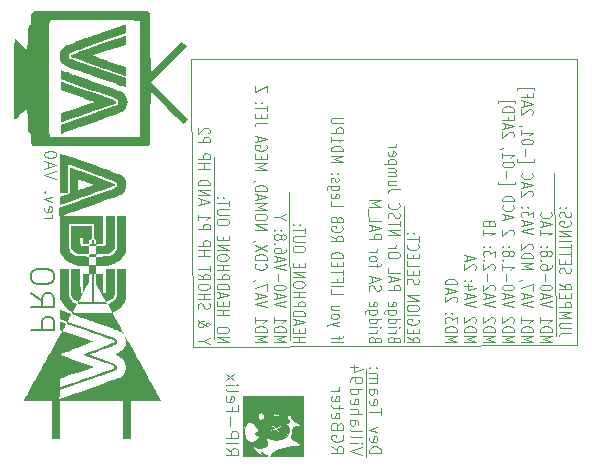
<source format=gbr>
%TF.GenerationSoftware,KiCad,Pcbnew,9.0.0*%
%TF.CreationDate,2025-11-21T22:56:44-08:00*%
%TF.ProjectId,MegaAV_Pro_VA0,4d656761-4156-45f5-9072-6f5f5641302e,rev?*%
%TF.SameCoordinates,Original*%
%TF.FileFunction,Legend,Bot*%
%TF.FilePolarity,Positive*%
%FSLAX46Y46*%
G04 Gerber Fmt 4.6, Leading zero omitted, Abs format (unit mm)*
G04 Created by KiCad (PCBNEW 9.0.0) date 2025-11-21 22:56:44*
%MOMM*%
%LPD*%
G01*
G04 APERTURE LIST*
%ADD10C,0.100000*%
%ADD11C,0.120000*%
%ADD12C,0.200000*%
%ADD13C,0.000000*%
%ADD14C,0.010000*%
G04 APERTURE END LIST*
D10*
X194657257Y-121051450D02*
X194757257Y-133601450D01*
X201150000Y-136075000D02*
X201150000Y-143525000D01*
X186346875Y-109849896D02*
X219000000Y-109850000D01*
X188314318Y-133538346D02*
X188314318Y-118138346D01*
X219000000Y-109850000D02*
X219050000Y-134050000D01*
X218850000Y-134050000D02*
X186538073Y-134199896D01*
X204350000Y-133775000D02*
X204350000Y-122225000D01*
X219050000Y-134050000D02*
X218850000Y-134050000D01*
X186538073Y-134199896D02*
X186346875Y-109849896D01*
X217100000Y-119500000D02*
X217250000Y-133250000D01*
D11*
X173930810Y-123311522D02*
X174597477Y-123311522D01*
X174407001Y-123311522D02*
X174502239Y-123263903D01*
X174502239Y-123263903D02*
X174549858Y-123216284D01*
X174549858Y-123216284D02*
X174597477Y-123121046D01*
X174597477Y-123121046D02*
X174597477Y-123025808D01*
X173978430Y-122311522D02*
X173930810Y-122406760D01*
X173930810Y-122406760D02*
X173930810Y-122597236D01*
X173930810Y-122597236D02*
X173978430Y-122692474D01*
X173978430Y-122692474D02*
X174073668Y-122740093D01*
X174073668Y-122740093D02*
X174454620Y-122740093D01*
X174454620Y-122740093D02*
X174549858Y-122692474D01*
X174549858Y-122692474D02*
X174597477Y-122597236D01*
X174597477Y-122597236D02*
X174597477Y-122406760D01*
X174597477Y-122406760D02*
X174549858Y-122311522D01*
X174549858Y-122311522D02*
X174454620Y-122263903D01*
X174454620Y-122263903D02*
X174359382Y-122263903D01*
X174359382Y-122263903D02*
X174264144Y-122740093D01*
X174597477Y-121930569D02*
X173930810Y-121692474D01*
X173930810Y-121692474D02*
X174597477Y-121454379D01*
X174026049Y-121073426D02*
X173978430Y-121025807D01*
X173978430Y-121025807D02*
X173930810Y-121073426D01*
X173930810Y-121073426D02*
X173978430Y-121121045D01*
X173978430Y-121121045D02*
X174026049Y-121073426D01*
X174026049Y-121073426D02*
X173930810Y-121073426D01*
X174930810Y-119978188D02*
X173930810Y-119644855D01*
X173930810Y-119644855D02*
X174930810Y-119311522D01*
X174216525Y-119025807D02*
X174216525Y-118549617D01*
X173930810Y-119121045D02*
X174930810Y-118787712D01*
X174930810Y-118787712D02*
X173930810Y-118454379D01*
X174930810Y-117930569D02*
X174930810Y-117835331D01*
X174930810Y-117835331D02*
X174883191Y-117740093D01*
X174883191Y-117740093D02*
X174835572Y-117692474D01*
X174835572Y-117692474D02*
X174740334Y-117644855D01*
X174740334Y-117644855D02*
X174549858Y-117597236D01*
X174549858Y-117597236D02*
X174311763Y-117597236D01*
X174311763Y-117597236D02*
X174121287Y-117644855D01*
X174121287Y-117644855D02*
X174026049Y-117692474D01*
X174026049Y-117692474D02*
X173978430Y-117740093D01*
X173978430Y-117740093D02*
X173930810Y-117835331D01*
X173930810Y-117835331D02*
X173930810Y-117930569D01*
X173930810Y-117930569D02*
X173978430Y-118025807D01*
X173978430Y-118025807D02*
X174026049Y-118073426D01*
X174026049Y-118073426D02*
X174121287Y-118121045D01*
X174121287Y-118121045D02*
X174311763Y-118168664D01*
X174311763Y-118168664D02*
X174549858Y-118168664D01*
X174549858Y-118168664D02*
X174740334Y-118121045D01*
X174740334Y-118121045D02*
X174835572Y-118073426D01*
X174835572Y-118073426D02*
X174883191Y-118025807D01*
X174883191Y-118025807D02*
X174930810Y-117930569D01*
X189293620Y-142761529D02*
X189769811Y-143094862D01*
X189293620Y-143332957D02*
X190293620Y-143332957D01*
X190293620Y-143332957D02*
X190293620Y-142952005D01*
X190293620Y-142952005D02*
X190246001Y-142856767D01*
X190246001Y-142856767D02*
X190198382Y-142809148D01*
X190198382Y-142809148D02*
X190103144Y-142761529D01*
X190103144Y-142761529D02*
X189960287Y-142761529D01*
X189960287Y-142761529D02*
X189865049Y-142809148D01*
X189865049Y-142809148D02*
X189817430Y-142856767D01*
X189817430Y-142856767D02*
X189769811Y-142952005D01*
X189769811Y-142952005D02*
X189769811Y-143332957D01*
X189293620Y-142332957D02*
X190293620Y-142332957D01*
X189293620Y-141856767D02*
X190293620Y-141856767D01*
X190293620Y-141856767D02*
X190293620Y-141475815D01*
X190293620Y-141475815D02*
X190246001Y-141380577D01*
X190246001Y-141380577D02*
X190198382Y-141332958D01*
X190198382Y-141332958D02*
X190103144Y-141285339D01*
X190103144Y-141285339D02*
X189960287Y-141285339D01*
X189960287Y-141285339D02*
X189865049Y-141332958D01*
X189865049Y-141332958D02*
X189817430Y-141380577D01*
X189817430Y-141380577D02*
X189769811Y-141475815D01*
X189769811Y-141475815D02*
X189769811Y-141856767D01*
X189674573Y-140856767D02*
X189674573Y-140094863D01*
X189817430Y-139285339D02*
X189817430Y-139618672D01*
X189293620Y-139618672D02*
X190293620Y-139618672D01*
X190293620Y-139618672D02*
X190293620Y-139142482D01*
X189341240Y-138380577D02*
X189293620Y-138475815D01*
X189293620Y-138475815D02*
X189293620Y-138666291D01*
X189293620Y-138666291D02*
X189341240Y-138761529D01*
X189341240Y-138761529D02*
X189436478Y-138809148D01*
X189436478Y-138809148D02*
X189817430Y-138809148D01*
X189817430Y-138809148D02*
X189912668Y-138761529D01*
X189912668Y-138761529D02*
X189960287Y-138666291D01*
X189960287Y-138666291D02*
X189960287Y-138475815D01*
X189960287Y-138475815D02*
X189912668Y-138380577D01*
X189912668Y-138380577D02*
X189817430Y-138332958D01*
X189817430Y-138332958D02*
X189722192Y-138332958D01*
X189722192Y-138332958D02*
X189626954Y-138809148D01*
X189293620Y-137761529D02*
X189341240Y-137856767D01*
X189341240Y-137856767D02*
X189436478Y-137904386D01*
X189436478Y-137904386D02*
X190293620Y-137904386D01*
X189293620Y-137380576D02*
X189960287Y-137380576D01*
X190293620Y-137380576D02*
X190246001Y-137428195D01*
X190246001Y-137428195D02*
X190198382Y-137380576D01*
X190198382Y-137380576D02*
X190246001Y-137332957D01*
X190246001Y-137332957D02*
X190293620Y-137380576D01*
X190293620Y-137380576D02*
X190198382Y-137380576D01*
X189293620Y-136999624D02*
X189960287Y-136475815D01*
X189960287Y-136999624D02*
X189293620Y-136475815D01*
D10*
X218513527Y-132970710D02*
X217799242Y-132970710D01*
X217799242Y-132970710D02*
X217656385Y-133008805D01*
X217656385Y-133008805D02*
X217561147Y-133084996D01*
X217561147Y-133084996D02*
X217513527Y-133199281D01*
X217513527Y-133199281D02*
X217513527Y-133275472D01*
X218513527Y-132589757D02*
X217704004Y-132589757D01*
X217704004Y-132589757D02*
X217608766Y-132551662D01*
X217608766Y-132551662D02*
X217561147Y-132513567D01*
X217561147Y-132513567D02*
X217513527Y-132437376D01*
X217513527Y-132437376D02*
X217513527Y-132284995D01*
X217513527Y-132284995D02*
X217561147Y-132208805D01*
X217561147Y-132208805D02*
X217608766Y-132170710D01*
X217608766Y-132170710D02*
X217704004Y-132132614D01*
X217704004Y-132132614D02*
X218513527Y-132132614D01*
X217513527Y-131751662D02*
X218513527Y-131751662D01*
X218513527Y-131751662D02*
X217799242Y-131484996D01*
X217799242Y-131484996D02*
X218513527Y-131218329D01*
X218513527Y-131218329D02*
X217513527Y-131218329D01*
X217513527Y-130837376D02*
X218513527Y-130837376D01*
X218513527Y-130837376D02*
X218513527Y-130532614D01*
X218513527Y-130532614D02*
X218465908Y-130456424D01*
X218465908Y-130456424D02*
X218418289Y-130418329D01*
X218418289Y-130418329D02*
X218323051Y-130380233D01*
X218323051Y-130380233D02*
X218180194Y-130380233D01*
X218180194Y-130380233D02*
X218084956Y-130418329D01*
X218084956Y-130418329D02*
X218037337Y-130456424D01*
X218037337Y-130456424D02*
X217989718Y-130532614D01*
X217989718Y-130532614D02*
X217989718Y-130837376D01*
X218037337Y-130037376D02*
X218037337Y-129770710D01*
X217513527Y-129656424D02*
X217513527Y-130037376D01*
X217513527Y-130037376D02*
X218513527Y-130037376D01*
X218513527Y-130037376D02*
X218513527Y-129656424D01*
X217513527Y-128856423D02*
X217989718Y-129123090D01*
X217513527Y-129313566D02*
X218513527Y-129313566D01*
X218513527Y-129313566D02*
X218513527Y-129008804D01*
X218513527Y-129008804D02*
X218465908Y-128932614D01*
X218465908Y-128932614D02*
X218418289Y-128894519D01*
X218418289Y-128894519D02*
X218323051Y-128856423D01*
X218323051Y-128856423D02*
X218180194Y-128856423D01*
X218180194Y-128856423D02*
X218084956Y-128894519D01*
X218084956Y-128894519D02*
X218037337Y-128932614D01*
X218037337Y-128932614D02*
X217989718Y-129008804D01*
X217989718Y-129008804D02*
X217989718Y-129313566D01*
X217561147Y-127942138D02*
X217513527Y-127827852D01*
X217513527Y-127827852D02*
X217513527Y-127637376D01*
X217513527Y-127637376D02*
X217561147Y-127561185D01*
X217561147Y-127561185D02*
X217608766Y-127523090D01*
X217608766Y-127523090D02*
X217704004Y-127484995D01*
X217704004Y-127484995D02*
X217799242Y-127484995D01*
X217799242Y-127484995D02*
X217894480Y-127523090D01*
X217894480Y-127523090D02*
X217942099Y-127561185D01*
X217942099Y-127561185D02*
X217989718Y-127637376D01*
X217989718Y-127637376D02*
X218037337Y-127789757D01*
X218037337Y-127789757D02*
X218084956Y-127865947D01*
X218084956Y-127865947D02*
X218132575Y-127904042D01*
X218132575Y-127904042D02*
X218227813Y-127942138D01*
X218227813Y-127942138D02*
X218323051Y-127942138D01*
X218323051Y-127942138D02*
X218418289Y-127904042D01*
X218418289Y-127904042D02*
X218465908Y-127865947D01*
X218465908Y-127865947D02*
X218513527Y-127789757D01*
X218513527Y-127789757D02*
X218513527Y-127599280D01*
X218513527Y-127599280D02*
X218465908Y-127484995D01*
X218037337Y-127142137D02*
X218037337Y-126875471D01*
X217513527Y-126761185D02*
X217513527Y-127142137D01*
X217513527Y-127142137D02*
X218513527Y-127142137D01*
X218513527Y-127142137D02*
X218513527Y-126761185D01*
X218513527Y-126532613D02*
X218513527Y-126075470D01*
X217513527Y-126304042D02*
X218513527Y-126304042D01*
X218513527Y-125923089D02*
X218513527Y-125465946D01*
X217513527Y-125694518D02*
X218513527Y-125694518D01*
X217513527Y-125199279D02*
X218513527Y-125199279D01*
X217513527Y-124818327D02*
X218513527Y-124818327D01*
X218513527Y-124818327D02*
X217513527Y-124361184D01*
X217513527Y-124361184D02*
X218513527Y-124361184D01*
X218465908Y-123561185D02*
X218513527Y-123637375D01*
X218513527Y-123637375D02*
X218513527Y-123751661D01*
X218513527Y-123751661D02*
X218465908Y-123865947D01*
X218465908Y-123865947D02*
X218370670Y-123942137D01*
X218370670Y-123942137D02*
X218275432Y-123980232D01*
X218275432Y-123980232D02*
X218084956Y-124018328D01*
X218084956Y-124018328D02*
X217942099Y-124018328D01*
X217942099Y-124018328D02*
X217751623Y-123980232D01*
X217751623Y-123980232D02*
X217656385Y-123942137D01*
X217656385Y-123942137D02*
X217561147Y-123865947D01*
X217561147Y-123865947D02*
X217513527Y-123751661D01*
X217513527Y-123751661D02*
X217513527Y-123675470D01*
X217513527Y-123675470D02*
X217561147Y-123561185D01*
X217561147Y-123561185D02*
X217608766Y-123523089D01*
X217608766Y-123523089D02*
X217942099Y-123523089D01*
X217942099Y-123523089D02*
X217942099Y-123675470D01*
X217561147Y-123218328D02*
X217513527Y-123104042D01*
X217513527Y-123104042D02*
X217513527Y-122913566D01*
X217513527Y-122913566D02*
X217561147Y-122837375D01*
X217561147Y-122837375D02*
X217608766Y-122799280D01*
X217608766Y-122799280D02*
X217704004Y-122761185D01*
X217704004Y-122761185D02*
X217799242Y-122761185D01*
X217799242Y-122761185D02*
X217894480Y-122799280D01*
X217894480Y-122799280D02*
X217942099Y-122837375D01*
X217942099Y-122837375D02*
X217989718Y-122913566D01*
X217989718Y-122913566D02*
X218037337Y-123065947D01*
X218037337Y-123065947D02*
X218084956Y-123142137D01*
X218084956Y-123142137D02*
X218132575Y-123180232D01*
X218132575Y-123180232D02*
X218227813Y-123218328D01*
X218227813Y-123218328D02*
X218323051Y-123218328D01*
X218323051Y-123218328D02*
X218418289Y-123180232D01*
X218418289Y-123180232D02*
X218465908Y-123142137D01*
X218465908Y-123142137D02*
X218513527Y-123065947D01*
X218513527Y-123065947D02*
X218513527Y-122875470D01*
X218513527Y-122875470D02*
X218465908Y-122761185D01*
X217608766Y-122418327D02*
X217561147Y-122380232D01*
X217561147Y-122380232D02*
X217513527Y-122418327D01*
X217513527Y-122418327D02*
X217561147Y-122456423D01*
X217561147Y-122456423D02*
X217608766Y-122418327D01*
X217608766Y-122418327D02*
X217513527Y-122418327D01*
X218132575Y-122418327D02*
X218084956Y-122380232D01*
X218084956Y-122380232D02*
X218037337Y-122418327D01*
X218037337Y-122418327D02*
X218084956Y-122456423D01*
X218084956Y-122456423D02*
X218132575Y-122418327D01*
X218132575Y-122418327D02*
X218037337Y-122418327D01*
X215903583Y-133808805D02*
X216903583Y-133808805D01*
X216903583Y-133808805D02*
X216189298Y-133542139D01*
X216189298Y-133542139D02*
X216903583Y-133275472D01*
X216903583Y-133275472D02*
X215903583Y-133275472D01*
X215903583Y-132894519D02*
X216903583Y-132894519D01*
X216903583Y-132894519D02*
X216903583Y-132704043D01*
X216903583Y-132704043D02*
X216855964Y-132589757D01*
X216855964Y-132589757D02*
X216760726Y-132513567D01*
X216760726Y-132513567D02*
X216665488Y-132475472D01*
X216665488Y-132475472D02*
X216475012Y-132437376D01*
X216475012Y-132437376D02*
X216332155Y-132437376D01*
X216332155Y-132437376D02*
X216141679Y-132475472D01*
X216141679Y-132475472D02*
X216046441Y-132513567D01*
X216046441Y-132513567D02*
X215951203Y-132589757D01*
X215951203Y-132589757D02*
X215903583Y-132704043D01*
X215903583Y-132704043D02*
X215903583Y-132894519D01*
X215903583Y-131675472D02*
X215903583Y-132132615D01*
X215903583Y-131904043D02*
X216903583Y-131904043D01*
X216903583Y-131904043D02*
X216760726Y-131980234D01*
X216760726Y-131980234D02*
X216665488Y-132056424D01*
X216665488Y-132056424D02*
X216617869Y-132132615D01*
X216903583Y-130837376D02*
X215903583Y-130570709D01*
X215903583Y-130570709D02*
X216903583Y-130304043D01*
X216189298Y-130075472D02*
X216189298Y-129694519D01*
X215903583Y-130151662D02*
X216903583Y-129884995D01*
X216903583Y-129884995D02*
X215903583Y-129618329D01*
X216903583Y-129199281D02*
X216903583Y-129123091D01*
X216903583Y-129123091D02*
X216855964Y-129046900D01*
X216855964Y-129046900D02*
X216808345Y-129008805D01*
X216808345Y-129008805D02*
X216713107Y-128970710D01*
X216713107Y-128970710D02*
X216522631Y-128932615D01*
X216522631Y-128932615D02*
X216284536Y-128932615D01*
X216284536Y-128932615D02*
X216094060Y-128970710D01*
X216094060Y-128970710D02*
X215998822Y-129008805D01*
X215998822Y-129008805D02*
X215951203Y-129046900D01*
X215951203Y-129046900D02*
X215903583Y-129123091D01*
X215903583Y-129123091D02*
X215903583Y-129199281D01*
X215903583Y-129199281D02*
X215951203Y-129275472D01*
X215951203Y-129275472D02*
X215998822Y-129313567D01*
X215998822Y-129313567D02*
X216094060Y-129351662D01*
X216094060Y-129351662D02*
X216284536Y-129389758D01*
X216284536Y-129389758D02*
X216522631Y-129389758D01*
X216522631Y-129389758D02*
X216713107Y-129351662D01*
X216713107Y-129351662D02*
X216808345Y-129313567D01*
X216808345Y-129313567D02*
X216855964Y-129275472D01*
X216855964Y-129275472D02*
X216903583Y-129199281D01*
X216284536Y-128589757D02*
X216284536Y-127980234D01*
X216903583Y-127256424D02*
X216903583Y-127408805D01*
X216903583Y-127408805D02*
X216855964Y-127484996D01*
X216855964Y-127484996D02*
X216808345Y-127523091D01*
X216808345Y-127523091D02*
X216665488Y-127599281D01*
X216665488Y-127599281D02*
X216475012Y-127637377D01*
X216475012Y-127637377D02*
X216094060Y-127637377D01*
X216094060Y-127637377D02*
X215998822Y-127599281D01*
X215998822Y-127599281D02*
X215951203Y-127561186D01*
X215951203Y-127561186D02*
X215903583Y-127484996D01*
X215903583Y-127484996D02*
X215903583Y-127332615D01*
X215903583Y-127332615D02*
X215951203Y-127256424D01*
X215951203Y-127256424D02*
X215998822Y-127218329D01*
X215998822Y-127218329D02*
X216094060Y-127180234D01*
X216094060Y-127180234D02*
X216332155Y-127180234D01*
X216332155Y-127180234D02*
X216427393Y-127218329D01*
X216427393Y-127218329D02*
X216475012Y-127256424D01*
X216475012Y-127256424D02*
X216522631Y-127332615D01*
X216522631Y-127332615D02*
X216522631Y-127484996D01*
X216522631Y-127484996D02*
X216475012Y-127561186D01*
X216475012Y-127561186D02*
X216427393Y-127599281D01*
X216427393Y-127599281D02*
X216332155Y-127637377D01*
X215998822Y-126837376D02*
X215951203Y-126799281D01*
X215951203Y-126799281D02*
X215903583Y-126837376D01*
X215903583Y-126837376D02*
X215951203Y-126875472D01*
X215951203Y-126875472D02*
X215998822Y-126837376D01*
X215998822Y-126837376D02*
X215903583Y-126837376D01*
X216475012Y-126342139D02*
X216522631Y-126418329D01*
X216522631Y-126418329D02*
X216570250Y-126456424D01*
X216570250Y-126456424D02*
X216665488Y-126494520D01*
X216665488Y-126494520D02*
X216713107Y-126494520D01*
X216713107Y-126494520D02*
X216808345Y-126456424D01*
X216808345Y-126456424D02*
X216855964Y-126418329D01*
X216855964Y-126418329D02*
X216903583Y-126342139D01*
X216903583Y-126342139D02*
X216903583Y-126189758D01*
X216903583Y-126189758D02*
X216855964Y-126113567D01*
X216855964Y-126113567D02*
X216808345Y-126075472D01*
X216808345Y-126075472D02*
X216713107Y-126037377D01*
X216713107Y-126037377D02*
X216665488Y-126037377D01*
X216665488Y-126037377D02*
X216570250Y-126075472D01*
X216570250Y-126075472D02*
X216522631Y-126113567D01*
X216522631Y-126113567D02*
X216475012Y-126189758D01*
X216475012Y-126189758D02*
X216475012Y-126342139D01*
X216475012Y-126342139D02*
X216427393Y-126418329D01*
X216427393Y-126418329D02*
X216379774Y-126456424D01*
X216379774Y-126456424D02*
X216284536Y-126494520D01*
X216284536Y-126494520D02*
X216094060Y-126494520D01*
X216094060Y-126494520D02*
X215998822Y-126456424D01*
X215998822Y-126456424D02*
X215951203Y-126418329D01*
X215951203Y-126418329D02*
X215903583Y-126342139D01*
X215903583Y-126342139D02*
X215903583Y-126189758D01*
X215903583Y-126189758D02*
X215951203Y-126113567D01*
X215951203Y-126113567D02*
X215998822Y-126075472D01*
X215998822Y-126075472D02*
X216094060Y-126037377D01*
X216094060Y-126037377D02*
X216284536Y-126037377D01*
X216284536Y-126037377D02*
X216379774Y-126075472D01*
X216379774Y-126075472D02*
X216427393Y-126113567D01*
X216427393Y-126113567D02*
X216475012Y-126189758D01*
X215998822Y-125694519D02*
X215951203Y-125656424D01*
X215951203Y-125656424D02*
X215903583Y-125694519D01*
X215903583Y-125694519D02*
X215951203Y-125732615D01*
X215951203Y-125732615D02*
X215998822Y-125694519D01*
X215998822Y-125694519D02*
X215903583Y-125694519D01*
X216522631Y-125694519D02*
X216475012Y-125656424D01*
X216475012Y-125656424D02*
X216427393Y-125694519D01*
X216427393Y-125694519D02*
X216475012Y-125732615D01*
X216475012Y-125732615D02*
X216522631Y-125694519D01*
X216522631Y-125694519D02*
X216427393Y-125694519D01*
X215903583Y-124284996D02*
X215903583Y-124742139D01*
X215903583Y-124513567D02*
X216903583Y-124513567D01*
X216903583Y-124513567D02*
X216760726Y-124589758D01*
X216760726Y-124589758D02*
X216665488Y-124665948D01*
X216665488Y-124665948D02*
X216617869Y-124742139D01*
X216189298Y-123980234D02*
X216189298Y-123599281D01*
X215903583Y-124056424D02*
X216903583Y-123789757D01*
X216903583Y-123789757D02*
X215903583Y-123523091D01*
X215998822Y-122799281D02*
X215951203Y-122837377D01*
X215951203Y-122837377D02*
X215903583Y-122951662D01*
X215903583Y-122951662D02*
X215903583Y-123027853D01*
X215903583Y-123027853D02*
X215951203Y-123142139D01*
X215951203Y-123142139D02*
X216046441Y-123218329D01*
X216046441Y-123218329D02*
X216141679Y-123256424D01*
X216141679Y-123256424D02*
X216332155Y-123294520D01*
X216332155Y-123294520D02*
X216475012Y-123294520D01*
X216475012Y-123294520D02*
X216665488Y-123256424D01*
X216665488Y-123256424D02*
X216760726Y-123218329D01*
X216760726Y-123218329D02*
X216855964Y-123142139D01*
X216855964Y-123142139D02*
X216903583Y-123027853D01*
X216903583Y-123027853D02*
X216903583Y-122951662D01*
X216903583Y-122951662D02*
X216855964Y-122837377D01*
X216855964Y-122837377D02*
X216808345Y-122799281D01*
X214293639Y-133808805D02*
X215293639Y-133808805D01*
X215293639Y-133808805D02*
X214579354Y-133542139D01*
X214579354Y-133542139D02*
X215293639Y-133275472D01*
X215293639Y-133275472D02*
X214293639Y-133275472D01*
X214293639Y-132894519D02*
X215293639Y-132894519D01*
X215293639Y-132894519D02*
X215293639Y-132704043D01*
X215293639Y-132704043D02*
X215246020Y-132589757D01*
X215246020Y-132589757D02*
X215150782Y-132513567D01*
X215150782Y-132513567D02*
X215055544Y-132475472D01*
X215055544Y-132475472D02*
X214865068Y-132437376D01*
X214865068Y-132437376D02*
X214722211Y-132437376D01*
X214722211Y-132437376D02*
X214531735Y-132475472D01*
X214531735Y-132475472D02*
X214436497Y-132513567D01*
X214436497Y-132513567D02*
X214341259Y-132589757D01*
X214341259Y-132589757D02*
X214293639Y-132704043D01*
X214293639Y-132704043D02*
X214293639Y-132894519D01*
X214293639Y-131675472D02*
X214293639Y-132132615D01*
X214293639Y-131904043D02*
X215293639Y-131904043D01*
X215293639Y-131904043D02*
X215150782Y-131980234D01*
X215150782Y-131980234D02*
X215055544Y-132056424D01*
X215055544Y-132056424D02*
X215007925Y-132132615D01*
X215293639Y-130837376D02*
X214293639Y-130570709D01*
X214293639Y-130570709D02*
X215293639Y-130304043D01*
X214579354Y-130075472D02*
X214579354Y-129694519D01*
X214293639Y-130151662D02*
X215293639Y-129884995D01*
X215293639Y-129884995D02*
X214293639Y-129618329D01*
X215293639Y-129427853D02*
X215293639Y-128894519D01*
X215293639Y-128894519D02*
X214293639Y-129237377D01*
X214341259Y-128551662D02*
X214293639Y-128551662D01*
X214293639Y-128551662D02*
X214198401Y-128589757D01*
X214198401Y-128589757D02*
X214150782Y-128627853D01*
X214293639Y-127599281D02*
X215293639Y-127599281D01*
X215293639Y-127599281D02*
X214579354Y-127332615D01*
X214579354Y-127332615D02*
X215293639Y-127065948D01*
X215293639Y-127065948D02*
X214293639Y-127065948D01*
X214293639Y-126684995D02*
X215293639Y-126684995D01*
X215293639Y-126684995D02*
X215293639Y-126494519D01*
X215293639Y-126494519D02*
X215246020Y-126380233D01*
X215246020Y-126380233D02*
X215150782Y-126304043D01*
X215150782Y-126304043D02*
X215055544Y-126265948D01*
X215055544Y-126265948D02*
X214865068Y-126227852D01*
X214865068Y-126227852D02*
X214722211Y-126227852D01*
X214722211Y-126227852D02*
X214531735Y-126265948D01*
X214531735Y-126265948D02*
X214436497Y-126304043D01*
X214436497Y-126304043D02*
X214341259Y-126380233D01*
X214341259Y-126380233D02*
X214293639Y-126494519D01*
X214293639Y-126494519D02*
X214293639Y-126684995D01*
X215198401Y-125923091D02*
X215246020Y-125884995D01*
X215246020Y-125884995D02*
X215293639Y-125808805D01*
X215293639Y-125808805D02*
X215293639Y-125618329D01*
X215293639Y-125618329D02*
X215246020Y-125542138D01*
X215246020Y-125542138D02*
X215198401Y-125504043D01*
X215198401Y-125504043D02*
X215103163Y-125465948D01*
X215103163Y-125465948D02*
X215007925Y-125465948D01*
X215007925Y-125465948D02*
X214865068Y-125504043D01*
X214865068Y-125504043D02*
X214293639Y-125961186D01*
X214293639Y-125961186D02*
X214293639Y-125465948D01*
X215293639Y-124627852D02*
X214293639Y-124361185D01*
X214293639Y-124361185D02*
X215293639Y-124094519D01*
X214579354Y-123865948D02*
X214579354Y-123484995D01*
X214293639Y-123942138D02*
X215293639Y-123675471D01*
X215293639Y-123675471D02*
X214293639Y-123408805D01*
X215293639Y-123218329D02*
X215293639Y-122723091D01*
X215293639Y-122723091D02*
X214912687Y-122989757D01*
X214912687Y-122989757D02*
X214912687Y-122875472D01*
X214912687Y-122875472D02*
X214865068Y-122799281D01*
X214865068Y-122799281D02*
X214817449Y-122761186D01*
X214817449Y-122761186D02*
X214722211Y-122723091D01*
X214722211Y-122723091D02*
X214484116Y-122723091D01*
X214484116Y-122723091D02*
X214388878Y-122761186D01*
X214388878Y-122761186D02*
X214341259Y-122799281D01*
X214341259Y-122799281D02*
X214293639Y-122875472D01*
X214293639Y-122875472D02*
X214293639Y-123104043D01*
X214293639Y-123104043D02*
X214341259Y-123180234D01*
X214341259Y-123180234D02*
X214388878Y-123218329D01*
X214388878Y-122380233D02*
X214341259Y-122342138D01*
X214341259Y-122342138D02*
X214293639Y-122380233D01*
X214293639Y-122380233D02*
X214341259Y-122418329D01*
X214341259Y-122418329D02*
X214388878Y-122380233D01*
X214388878Y-122380233D02*
X214293639Y-122380233D01*
X214912687Y-122380233D02*
X214865068Y-122342138D01*
X214865068Y-122342138D02*
X214817449Y-122380233D01*
X214817449Y-122380233D02*
X214865068Y-122418329D01*
X214865068Y-122418329D02*
X214912687Y-122380233D01*
X214912687Y-122380233D02*
X214817449Y-122380233D01*
X215198401Y-121427853D02*
X215246020Y-121389757D01*
X215246020Y-121389757D02*
X215293639Y-121313567D01*
X215293639Y-121313567D02*
X215293639Y-121123091D01*
X215293639Y-121123091D02*
X215246020Y-121046900D01*
X215246020Y-121046900D02*
X215198401Y-121008805D01*
X215198401Y-121008805D02*
X215103163Y-120970710D01*
X215103163Y-120970710D02*
X215007925Y-120970710D01*
X215007925Y-120970710D02*
X214865068Y-121008805D01*
X214865068Y-121008805D02*
X214293639Y-121465948D01*
X214293639Y-121465948D02*
X214293639Y-120970710D01*
X214579354Y-120665948D02*
X214579354Y-120284995D01*
X214293639Y-120742138D02*
X215293639Y-120475471D01*
X215293639Y-120475471D02*
X214293639Y-120208805D01*
X214388878Y-119484995D02*
X214341259Y-119523091D01*
X214341259Y-119523091D02*
X214293639Y-119637376D01*
X214293639Y-119637376D02*
X214293639Y-119713567D01*
X214293639Y-119713567D02*
X214341259Y-119827853D01*
X214341259Y-119827853D02*
X214436497Y-119904043D01*
X214436497Y-119904043D02*
X214531735Y-119942138D01*
X214531735Y-119942138D02*
X214722211Y-119980234D01*
X214722211Y-119980234D02*
X214865068Y-119980234D01*
X214865068Y-119980234D02*
X215055544Y-119942138D01*
X215055544Y-119942138D02*
X215150782Y-119904043D01*
X215150782Y-119904043D02*
X215246020Y-119827853D01*
X215246020Y-119827853D02*
X215293639Y-119713567D01*
X215293639Y-119713567D02*
X215293639Y-119637376D01*
X215293639Y-119637376D02*
X215246020Y-119523091D01*
X215246020Y-119523091D02*
X215198401Y-119484995D01*
X213960306Y-118304043D02*
X213960306Y-118494519D01*
X213960306Y-118494519D02*
X215388878Y-118494519D01*
X215388878Y-118494519D02*
X215388878Y-118304043D01*
X214674592Y-117999281D02*
X214674592Y-117389758D01*
X215293639Y-116856424D02*
X215293639Y-116780234D01*
X215293639Y-116780234D02*
X215246020Y-116704043D01*
X215246020Y-116704043D02*
X215198401Y-116665948D01*
X215198401Y-116665948D02*
X215103163Y-116627853D01*
X215103163Y-116627853D02*
X214912687Y-116589758D01*
X214912687Y-116589758D02*
X214674592Y-116589758D01*
X214674592Y-116589758D02*
X214484116Y-116627853D01*
X214484116Y-116627853D02*
X214388878Y-116665948D01*
X214388878Y-116665948D02*
X214341259Y-116704043D01*
X214341259Y-116704043D02*
X214293639Y-116780234D01*
X214293639Y-116780234D02*
X214293639Y-116856424D01*
X214293639Y-116856424D02*
X214341259Y-116932615D01*
X214341259Y-116932615D02*
X214388878Y-116970710D01*
X214388878Y-116970710D02*
X214484116Y-117008805D01*
X214484116Y-117008805D02*
X214674592Y-117046901D01*
X214674592Y-117046901D02*
X214912687Y-117046901D01*
X214912687Y-117046901D02*
X215103163Y-117008805D01*
X215103163Y-117008805D02*
X215198401Y-116970710D01*
X215198401Y-116970710D02*
X215246020Y-116932615D01*
X215246020Y-116932615D02*
X215293639Y-116856424D01*
X214293639Y-115827853D02*
X214293639Y-116284996D01*
X214293639Y-116056424D02*
X215293639Y-116056424D01*
X215293639Y-116056424D02*
X215150782Y-116132615D01*
X215150782Y-116132615D02*
X215055544Y-116208805D01*
X215055544Y-116208805D02*
X215007925Y-116284996D01*
X214341259Y-115446900D02*
X214293639Y-115446900D01*
X214293639Y-115446900D02*
X214198401Y-115484995D01*
X214198401Y-115484995D02*
X214150782Y-115523091D01*
X215198401Y-114532615D02*
X215246020Y-114494519D01*
X215246020Y-114494519D02*
X215293639Y-114418329D01*
X215293639Y-114418329D02*
X215293639Y-114227853D01*
X215293639Y-114227853D02*
X215246020Y-114151662D01*
X215246020Y-114151662D02*
X215198401Y-114113567D01*
X215198401Y-114113567D02*
X215103163Y-114075472D01*
X215103163Y-114075472D02*
X215007925Y-114075472D01*
X215007925Y-114075472D02*
X214865068Y-114113567D01*
X214865068Y-114113567D02*
X214293639Y-114570710D01*
X214293639Y-114570710D02*
X214293639Y-114075472D01*
X214579354Y-113770710D02*
X214579354Y-113389757D01*
X214293639Y-113846900D02*
X215293639Y-113580233D01*
X215293639Y-113580233D02*
X214293639Y-113313567D01*
X214817449Y-112780234D02*
X214817449Y-113046900D01*
X214293639Y-113046900D02*
X215293639Y-113046900D01*
X215293639Y-113046900D02*
X215293639Y-112665948D01*
X213960306Y-112437377D02*
X213960306Y-112246901D01*
X213960306Y-112246901D02*
X215388878Y-112246901D01*
X215388878Y-112246901D02*
X215388878Y-112437377D01*
X212683695Y-133808805D02*
X213683695Y-133808805D01*
X213683695Y-133808805D02*
X212969410Y-133542139D01*
X212969410Y-133542139D02*
X213683695Y-133275472D01*
X213683695Y-133275472D02*
X212683695Y-133275472D01*
X212683695Y-132894519D02*
X213683695Y-132894519D01*
X213683695Y-132894519D02*
X213683695Y-132704043D01*
X213683695Y-132704043D02*
X213636076Y-132589757D01*
X213636076Y-132589757D02*
X213540838Y-132513567D01*
X213540838Y-132513567D02*
X213445600Y-132475472D01*
X213445600Y-132475472D02*
X213255124Y-132437376D01*
X213255124Y-132437376D02*
X213112267Y-132437376D01*
X213112267Y-132437376D02*
X212921791Y-132475472D01*
X212921791Y-132475472D02*
X212826553Y-132513567D01*
X212826553Y-132513567D02*
X212731315Y-132589757D01*
X212731315Y-132589757D02*
X212683695Y-132704043D01*
X212683695Y-132704043D02*
X212683695Y-132894519D01*
X213588457Y-132132615D02*
X213636076Y-132094519D01*
X213636076Y-132094519D02*
X213683695Y-132018329D01*
X213683695Y-132018329D02*
X213683695Y-131827853D01*
X213683695Y-131827853D02*
X213636076Y-131751662D01*
X213636076Y-131751662D02*
X213588457Y-131713567D01*
X213588457Y-131713567D02*
X213493219Y-131675472D01*
X213493219Y-131675472D02*
X213397981Y-131675472D01*
X213397981Y-131675472D02*
X213255124Y-131713567D01*
X213255124Y-131713567D02*
X212683695Y-132170710D01*
X212683695Y-132170710D02*
X212683695Y-131675472D01*
X213683695Y-130837376D02*
X212683695Y-130570709D01*
X212683695Y-130570709D02*
X213683695Y-130304043D01*
X212969410Y-130075472D02*
X212969410Y-129694519D01*
X212683695Y-130151662D02*
X213683695Y-129884995D01*
X213683695Y-129884995D02*
X212683695Y-129618329D01*
X213683695Y-129199281D02*
X213683695Y-129123091D01*
X213683695Y-129123091D02*
X213636076Y-129046900D01*
X213636076Y-129046900D02*
X213588457Y-129008805D01*
X213588457Y-129008805D02*
X213493219Y-128970710D01*
X213493219Y-128970710D02*
X213302743Y-128932615D01*
X213302743Y-128932615D02*
X213064648Y-128932615D01*
X213064648Y-128932615D02*
X212874172Y-128970710D01*
X212874172Y-128970710D02*
X212778934Y-129008805D01*
X212778934Y-129008805D02*
X212731315Y-129046900D01*
X212731315Y-129046900D02*
X212683695Y-129123091D01*
X212683695Y-129123091D02*
X212683695Y-129199281D01*
X212683695Y-129199281D02*
X212731315Y-129275472D01*
X212731315Y-129275472D02*
X212778934Y-129313567D01*
X212778934Y-129313567D02*
X212874172Y-129351662D01*
X212874172Y-129351662D02*
X213064648Y-129389758D01*
X213064648Y-129389758D02*
X213302743Y-129389758D01*
X213302743Y-129389758D02*
X213493219Y-129351662D01*
X213493219Y-129351662D02*
X213588457Y-129313567D01*
X213588457Y-129313567D02*
X213636076Y-129275472D01*
X213636076Y-129275472D02*
X213683695Y-129199281D01*
X213064648Y-128589757D02*
X213064648Y-127980234D01*
X212683695Y-127180234D02*
X212683695Y-127637377D01*
X212683695Y-127408805D02*
X213683695Y-127408805D01*
X213683695Y-127408805D02*
X213540838Y-127484996D01*
X213540838Y-127484996D02*
X213445600Y-127561186D01*
X213445600Y-127561186D02*
X213397981Y-127637377D01*
X212778934Y-126837376D02*
X212731315Y-126799281D01*
X212731315Y-126799281D02*
X212683695Y-126837376D01*
X212683695Y-126837376D02*
X212731315Y-126875472D01*
X212731315Y-126875472D02*
X212778934Y-126837376D01*
X212778934Y-126837376D02*
X212683695Y-126837376D01*
X213255124Y-126342139D02*
X213302743Y-126418329D01*
X213302743Y-126418329D02*
X213350362Y-126456424D01*
X213350362Y-126456424D02*
X213445600Y-126494520D01*
X213445600Y-126494520D02*
X213493219Y-126494520D01*
X213493219Y-126494520D02*
X213588457Y-126456424D01*
X213588457Y-126456424D02*
X213636076Y-126418329D01*
X213636076Y-126418329D02*
X213683695Y-126342139D01*
X213683695Y-126342139D02*
X213683695Y-126189758D01*
X213683695Y-126189758D02*
X213636076Y-126113567D01*
X213636076Y-126113567D02*
X213588457Y-126075472D01*
X213588457Y-126075472D02*
X213493219Y-126037377D01*
X213493219Y-126037377D02*
X213445600Y-126037377D01*
X213445600Y-126037377D02*
X213350362Y-126075472D01*
X213350362Y-126075472D02*
X213302743Y-126113567D01*
X213302743Y-126113567D02*
X213255124Y-126189758D01*
X213255124Y-126189758D02*
X213255124Y-126342139D01*
X213255124Y-126342139D02*
X213207505Y-126418329D01*
X213207505Y-126418329D02*
X213159886Y-126456424D01*
X213159886Y-126456424D02*
X213064648Y-126494520D01*
X213064648Y-126494520D02*
X212874172Y-126494520D01*
X212874172Y-126494520D02*
X212778934Y-126456424D01*
X212778934Y-126456424D02*
X212731315Y-126418329D01*
X212731315Y-126418329D02*
X212683695Y-126342139D01*
X212683695Y-126342139D02*
X212683695Y-126189758D01*
X212683695Y-126189758D02*
X212731315Y-126113567D01*
X212731315Y-126113567D02*
X212778934Y-126075472D01*
X212778934Y-126075472D02*
X212874172Y-126037377D01*
X212874172Y-126037377D02*
X213064648Y-126037377D01*
X213064648Y-126037377D02*
X213159886Y-126075472D01*
X213159886Y-126075472D02*
X213207505Y-126113567D01*
X213207505Y-126113567D02*
X213255124Y-126189758D01*
X212778934Y-125694519D02*
X212731315Y-125656424D01*
X212731315Y-125656424D02*
X212683695Y-125694519D01*
X212683695Y-125694519D02*
X212731315Y-125732615D01*
X212731315Y-125732615D02*
X212778934Y-125694519D01*
X212778934Y-125694519D02*
X212683695Y-125694519D01*
X213302743Y-125694519D02*
X213255124Y-125656424D01*
X213255124Y-125656424D02*
X213207505Y-125694519D01*
X213207505Y-125694519D02*
X213255124Y-125732615D01*
X213255124Y-125732615D02*
X213302743Y-125694519D01*
X213302743Y-125694519D02*
X213207505Y-125694519D01*
X213588457Y-124742139D02*
X213636076Y-124704043D01*
X213636076Y-124704043D02*
X213683695Y-124627853D01*
X213683695Y-124627853D02*
X213683695Y-124437377D01*
X213683695Y-124437377D02*
X213636076Y-124361186D01*
X213636076Y-124361186D02*
X213588457Y-124323091D01*
X213588457Y-124323091D02*
X213493219Y-124284996D01*
X213493219Y-124284996D02*
X213397981Y-124284996D01*
X213397981Y-124284996D02*
X213255124Y-124323091D01*
X213255124Y-124323091D02*
X212683695Y-124780234D01*
X212683695Y-124780234D02*
X212683695Y-124284996D01*
X212969410Y-123370710D02*
X212969410Y-122989757D01*
X212683695Y-123446900D02*
X213683695Y-123180233D01*
X213683695Y-123180233D02*
X212683695Y-122913567D01*
X212778934Y-122189757D02*
X212731315Y-122227853D01*
X212731315Y-122227853D02*
X212683695Y-122342138D01*
X212683695Y-122342138D02*
X212683695Y-122418329D01*
X212683695Y-122418329D02*
X212731315Y-122532615D01*
X212731315Y-122532615D02*
X212826553Y-122608805D01*
X212826553Y-122608805D02*
X212921791Y-122646900D01*
X212921791Y-122646900D02*
X213112267Y-122684996D01*
X213112267Y-122684996D02*
X213255124Y-122684996D01*
X213255124Y-122684996D02*
X213445600Y-122646900D01*
X213445600Y-122646900D02*
X213540838Y-122608805D01*
X213540838Y-122608805D02*
X213636076Y-122532615D01*
X213636076Y-122532615D02*
X213683695Y-122418329D01*
X213683695Y-122418329D02*
X213683695Y-122342138D01*
X213683695Y-122342138D02*
X213636076Y-122227853D01*
X213636076Y-122227853D02*
X213588457Y-122189757D01*
X212683695Y-121846900D02*
X213683695Y-121846900D01*
X213683695Y-121846900D02*
X213683695Y-121656424D01*
X213683695Y-121656424D02*
X213636076Y-121542138D01*
X213636076Y-121542138D02*
X213540838Y-121465948D01*
X213540838Y-121465948D02*
X213445600Y-121427853D01*
X213445600Y-121427853D02*
X213255124Y-121389757D01*
X213255124Y-121389757D02*
X213112267Y-121389757D01*
X213112267Y-121389757D02*
X212921791Y-121427853D01*
X212921791Y-121427853D02*
X212826553Y-121465948D01*
X212826553Y-121465948D02*
X212731315Y-121542138D01*
X212731315Y-121542138D02*
X212683695Y-121656424D01*
X212683695Y-121656424D02*
X212683695Y-121846900D01*
X212350362Y-120208805D02*
X212350362Y-120399281D01*
X212350362Y-120399281D02*
X213778934Y-120399281D01*
X213778934Y-120399281D02*
X213778934Y-120208805D01*
X213064648Y-119904043D02*
X213064648Y-119294520D01*
X213683695Y-118761186D02*
X213683695Y-118684996D01*
X213683695Y-118684996D02*
X213636076Y-118608805D01*
X213636076Y-118608805D02*
X213588457Y-118570710D01*
X213588457Y-118570710D02*
X213493219Y-118532615D01*
X213493219Y-118532615D02*
X213302743Y-118494520D01*
X213302743Y-118494520D02*
X213064648Y-118494520D01*
X213064648Y-118494520D02*
X212874172Y-118532615D01*
X212874172Y-118532615D02*
X212778934Y-118570710D01*
X212778934Y-118570710D02*
X212731315Y-118608805D01*
X212731315Y-118608805D02*
X212683695Y-118684996D01*
X212683695Y-118684996D02*
X212683695Y-118761186D01*
X212683695Y-118761186D02*
X212731315Y-118837377D01*
X212731315Y-118837377D02*
X212778934Y-118875472D01*
X212778934Y-118875472D02*
X212874172Y-118913567D01*
X212874172Y-118913567D02*
X213064648Y-118951663D01*
X213064648Y-118951663D02*
X213302743Y-118951663D01*
X213302743Y-118951663D02*
X213493219Y-118913567D01*
X213493219Y-118913567D02*
X213588457Y-118875472D01*
X213588457Y-118875472D02*
X213636076Y-118837377D01*
X213636076Y-118837377D02*
X213683695Y-118761186D01*
X212683695Y-117732615D02*
X212683695Y-118189758D01*
X212683695Y-117961186D02*
X213683695Y-117961186D01*
X213683695Y-117961186D02*
X213540838Y-118037377D01*
X213540838Y-118037377D02*
X213445600Y-118113567D01*
X213445600Y-118113567D02*
X213397981Y-118189758D01*
X212731315Y-117351662D02*
X212683695Y-117351662D01*
X212683695Y-117351662D02*
X212588457Y-117389757D01*
X212588457Y-117389757D02*
X212540838Y-117427853D01*
X213588457Y-116437377D02*
X213636076Y-116399281D01*
X213636076Y-116399281D02*
X213683695Y-116323091D01*
X213683695Y-116323091D02*
X213683695Y-116132615D01*
X213683695Y-116132615D02*
X213636076Y-116056424D01*
X213636076Y-116056424D02*
X213588457Y-116018329D01*
X213588457Y-116018329D02*
X213493219Y-115980234D01*
X213493219Y-115980234D02*
X213397981Y-115980234D01*
X213397981Y-115980234D02*
X213255124Y-116018329D01*
X213255124Y-116018329D02*
X212683695Y-116475472D01*
X212683695Y-116475472D02*
X212683695Y-115980234D01*
X212969410Y-115675472D02*
X212969410Y-115294519D01*
X212683695Y-115751662D02*
X213683695Y-115484995D01*
X213683695Y-115484995D02*
X212683695Y-115218329D01*
X213207505Y-114684996D02*
X213207505Y-114951662D01*
X212683695Y-114951662D02*
X213683695Y-114951662D01*
X213683695Y-114951662D02*
X213683695Y-114570710D01*
X212683695Y-114265948D02*
X213683695Y-114265948D01*
X213683695Y-114265948D02*
X213683695Y-114075472D01*
X213683695Y-114075472D02*
X213636076Y-113961186D01*
X213636076Y-113961186D02*
X213540838Y-113884996D01*
X213540838Y-113884996D02*
X213445600Y-113846901D01*
X213445600Y-113846901D02*
X213255124Y-113808805D01*
X213255124Y-113808805D02*
X213112267Y-113808805D01*
X213112267Y-113808805D02*
X212921791Y-113846901D01*
X212921791Y-113846901D02*
X212826553Y-113884996D01*
X212826553Y-113884996D02*
X212731315Y-113961186D01*
X212731315Y-113961186D02*
X212683695Y-114075472D01*
X212683695Y-114075472D02*
X212683695Y-114265948D01*
X212350362Y-113542139D02*
X212350362Y-113351663D01*
X212350362Y-113351663D02*
X213778934Y-113351663D01*
X213778934Y-113351663D02*
X213778934Y-113542139D01*
X211073751Y-133808805D02*
X212073751Y-133808805D01*
X212073751Y-133808805D02*
X211359466Y-133542139D01*
X211359466Y-133542139D02*
X212073751Y-133275472D01*
X212073751Y-133275472D02*
X211073751Y-133275472D01*
X211073751Y-132894519D02*
X212073751Y-132894519D01*
X212073751Y-132894519D02*
X212073751Y-132704043D01*
X212073751Y-132704043D02*
X212026132Y-132589757D01*
X212026132Y-132589757D02*
X211930894Y-132513567D01*
X211930894Y-132513567D02*
X211835656Y-132475472D01*
X211835656Y-132475472D02*
X211645180Y-132437376D01*
X211645180Y-132437376D02*
X211502323Y-132437376D01*
X211502323Y-132437376D02*
X211311847Y-132475472D01*
X211311847Y-132475472D02*
X211216609Y-132513567D01*
X211216609Y-132513567D02*
X211121371Y-132589757D01*
X211121371Y-132589757D02*
X211073751Y-132704043D01*
X211073751Y-132704043D02*
X211073751Y-132894519D01*
X211978513Y-132132615D02*
X212026132Y-132094519D01*
X212026132Y-132094519D02*
X212073751Y-132018329D01*
X212073751Y-132018329D02*
X212073751Y-131827853D01*
X212073751Y-131827853D02*
X212026132Y-131751662D01*
X212026132Y-131751662D02*
X211978513Y-131713567D01*
X211978513Y-131713567D02*
X211883275Y-131675472D01*
X211883275Y-131675472D02*
X211788037Y-131675472D01*
X211788037Y-131675472D02*
X211645180Y-131713567D01*
X211645180Y-131713567D02*
X211073751Y-132170710D01*
X211073751Y-132170710D02*
X211073751Y-131675472D01*
X212073751Y-130837376D02*
X211073751Y-130570709D01*
X211073751Y-130570709D02*
X212073751Y-130304043D01*
X211359466Y-130075472D02*
X211359466Y-129694519D01*
X211073751Y-130151662D02*
X212073751Y-129884995D01*
X212073751Y-129884995D02*
X211073751Y-129618329D01*
X211978513Y-129389758D02*
X212026132Y-129351662D01*
X212026132Y-129351662D02*
X212073751Y-129275472D01*
X212073751Y-129275472D02*
X212073751Y-129084996D01*
X212073751Y-129084996D02*
X212026132Y-129008805D01*
X212026132Y-129008805D02*
X211978513Y-128970710D01*
X211978513Y-128970710D02*
X211883275Y-128932615D01*
X211883275Y-128932615D02*
X211788037Y-128932615D01*
X211788037Y-128932615D02*
X211645180Y-128970710D01*
X211645180Y-128970710D02*
X211073751Y-129427853D01*
X211073751Y-129427853D02*
X211073751Y-128932615D01*
X211454704Y-128589757D02*
X211454704Y-127980234D01*
X211978513Y-127637377D02*
X212026132Y-127599281D01*
X212026132Y-127599281D02*
X212073751Y-127523091D01*
X212073751Y-127523091D02*
X212073751Y-127332615D01*
X212073751Y-127332615D02*
X212026132Y-127256424D01*
X212026132Y-127256424D02*
X211978513Y-127218329D01*
X211978513Y-127218329D02*
X211883275Y-127180234D01*
X211883275Y-127180234D02*
X211788037Y-127180234D01*
X211788037Y-127180234D02*
X211645180Y-127218329D01*
X211645180Y-127218329D02*
X211073751Y-127675472D01*
X211073751Y-127675472D02*
X211073751Y-127180234D01*
X211168990Y-126837376D02*
X211121371Y-126799281D01*
X211121371Y-126799281D02*
X211073751Y-126837376D01*
X211073751Y-126837376D02*
X211121371Y-126875472D01*
X211121371Y-126875472D02*
X211168990Y-126837376D01*
X211168990Y-126837376D02*
X211073751Y-126837376D01*
X212073751Y-126532615D02*
X212073751Y-126037377D01*
X212073751Y-126037377D02*
X211692799Y-126304043D01*
X211692799Y-126304043D02*
X211692799Y-126189758D01*
X211692799Y-126189758D02*
X211645180Y-126113567D01*
X211645180Y-126113567D02*
X211597561Y-126075472D01*
X211597561Y-126075472D02*
X211502323Y-126037377D01*
X211502323Y-126037377D02*
X211264228Y-126037377D01*
X211264228Y-126037377D02*
X211168990Y-126075472D01*
X211168990Y-126075472D02*
X211121371Y-126113567D01*
X211121371Y-126113567D02*
X211073751Y-126189758D01*
X211073751Y-126189758D02*
X211073751Y-126418329D01*
X211073751Y-126418329D02*
X211121371Y-126494520D01*
X211121371Y-126494520D02*
X211168990Y-126532615D01*
X211168990Y-125694519D02*
X211121371Y-125656424D01*
X211121371Y-125656424D02*
X211073751Y-125694519D01*
X211073751Y-125694519D02*
X211121371Y-125732615D01*
X211121371Y-125732615D02*
X211168990Y-125694519D01*
X211168990Y-125694519D02*
X211073751Y-125694519D01*
X211692799Y-125694519D02*
X211645180Y-125656424D01*
X211645180Y-125656424D02*
X211597561Y-125694519D01*
X211597561Y-125694519D02*
X211645180Y-125732615D01*
X211645180Y-125732615D02*
X211692799Y-125694519D01*
X211692799Y-125694519D02*
X211597561Y-125694519D01*
X211073751Y-124284996D02*
X211073751Y-124742139D01*
X211073751Y-124513567D02*
X212073751Y-124513567D01*
X212073751Y-124513567D02*
X211930894Y-124589758D01*
X211930894Y-124589758D02*
X211835656Y-124665948D01*
X211835656Y-124665948D02*
X211788037Y-124742139D01*
X211597561Y-123675472D02*
X211549942Y-123561186D01*
X211549942Y-123561186D02*
X211502323Y-123523091D01*
X211502323Y-123523091D02*
X211407085Y-123484995D01*
X211407085Y-123484995D02*
X211264228Y-123484995D01*
X211264228Y-123484995D02*
X211168990Y-123523091D01*
X211168990Y-123523091D02*
X211121371Y-123561186D01*
X211121371Y-123561186D02*
X211073751Y-123637376D01*
X211073751Y-123637376D02*
X211073751Y-123942138D01*
X211073751Y-123942138D02*
X212073751Y-123942138D01*
X212073751Y-123942138D02*
X212073751Y-123675472D01*
X212073751Y-123675472D02*
X212026132Y-123599281D01*
X212026132Y-123599281D02*
X211978513Y-123561186D01*
X211978513Y-123561186D02*
X211883275Y-123523091D01*
X211883275Y-123523091D02*
X211788037Y-123523091D01*
X211788037Y-123523091D02*
X211692799Y-123561186D01*
X211692799Y-123561186D02*
X211645180Y-123599281D01*
X211645180Y-123599281D02*
X211597561Y-123675472D01*
X211597561Y-123675472D02*
X211597561Y-123942138D01*
X209463807Y-133808805D02*
X210463807Y-133808805D01*
X210463807Y-133808805D02*
X209749522Y-133542139D01*
X209749522Y-133542139D02*
X210463807Y-133275472D01*
X210463807Y-133275472D02*
X209463807Y-133275472D01*
X209463807Y-132894519D02*
X210463807Y-132894519D01*
X210463807Y-132894519D02*
X210463807Y-132704043D01*
X210463807Y-132704043D02*
X210416188Y-132589757D01*
X210416188Y-132589757D02*
X210320950Y-132513567D01*
X210320950Y-132513567D02*
X210225712Y-132475472D01*
X210225712Y-132475472D02*
X210035236Y-132437376D01*
X210035236Y-132437376D02*
X209892379Y-132437376D01*
X209892379Y-132437376D02*
X209701903Y-132475472D01*
X209701903Y-132475472D02*
X209606665Y-132513567D01*
X209606665Y-132513567D02*
X209511427Y-132589757D01*
X209511427Y-132589757D02*
X209463807Y-132704043D01*
X209463807Y-132704043D02*
X209463807Y-132894519D01*
X210368569Y-132132615D02*
X210416188Y-132094519D01*
X210416188Y-132094519D02*
X210463807Y-132018329D01*
X210463807Y-132018329D02*
X210463807Y-131827853D01*
X210463807Y-131827853D02*
X210416188Y-131751662D01*
X210416188Y-131751662D02*
X210368569Y-131713567D01*
X210368569Y-131713567D02*
X210273331Y-131675472D01*
X210273331Y-131675472D02*
X210178093Y-131675472D01*
X210178093Y-131675472D02*
X210035236Y-131713567D01*
X210035236Y-131713567D02*
X209463807Y-132170710D01*
X209463807Y-132170710D02*
X209463807Y-131675472D01*
X210463807Y-130837376D02*
X209463807Y-130570709D01*
X209463807Y-130570709D02*
X210463807Y-130304043D01*
X209749522Y-130075472D02*
X209749522Y-129694519D01*
X209463807Y-130151662D02*
X210463807Y-129884995D01*
X210463807Y-129884995D02*
X209463807Y-129618329D01*
X210130474Y-129008805D02*
X209463807Y-129008805D01*
X210511427Y-129199281D02*
X209797141Y-129389758D01*
X209797141Y-129389758D02*
X209797141Y-128894519D01*
X209559046Y-128589757D02*
X209511427Y-128551662D01*
X209511427Y-128551662D02*
X209463807Y-128589757D01*
X209463807Y-128589757D02*
X209511427Y-128627853D01*
X209511427Y-128627853D02*
X209559046Y-128589757D01*
X209559046Y-128589757D02*
X209463807Y-128589757D01*
X210082855Y-128589757D02*
X210035236Y-128551662D01*
X210035236Y-128551662D02*
X209987617Y-128589757D01*
X209987617Y-128589757D02*
X210035236Y-128627853D01*
X210035236Y-128627853D02*
X210082855Y-128589757D01*
X210082855Y-128589757D02*
X209987617Y-128589757D01*
X210368569Y-127637377D02*
X210416188Y-127599281D01*
X210416188Y-127599281D02*
X210463807Y-127523091D01*
X210463807Y-127523091D02*
X210463807Y-127332615D01*
X210463807Y-127332615D02*
X210416188Y-127256424D01*
X210416188Y-127256424D02*
X210368569Y-127218329D01*
X210368569Y-127218329D02*
X210273331Y-127180234D01*
X210273331Y-127180234D02*
X210178093Y-127180234D01*
X210178093Y-127180234D02*
X210035236Y-127218329D01*
X210035236Y-127218329D02*
X209463807Y-127675472D01*
X209463807Y-127675472D02*
X209463807Y-127180234D01*
X209749522Y-126875472D02*
X209749522Y-126494519D01*
X209463807Y-126951662D02*
X210463807Y-126684995D01*
X210463807Y-126684995D02*
X209463807Y-126418329D01*
X207853863Y-133808805D02*
X208853863Y-133808805D01*
X208853863Y-133808805D02*
X208139578Y-133542139D01*
X208139578Y-133542139D02*
X208853863Y-133275472D01*
X208853863Y-133275472D02*
X207853863Y-133275472D01*
X207853863Y-132894519D02*
X208853863Y-132894519D01*
X208853863Y-132894519D02*
X208853863Y-132704043D01*
X208853863Y-132704043D02*
X208806244Y-132589757D01*
X208806244Y-132589757D02*
X208711006Y-132513567D01*
X208711006Y-132513567D02*
X208615768Y-132475472D01*
X208615768Y-132475472D02*
X208425292Y-132437376D01*
X208425292Y-132437376D02*
X208282435Y-132437376D01*
X208282435Y-132437376D02*
X208091959Y-132475472D01*
X208091959Y-132475472D02*
X207996721Y-132513567D01*
X207996721Y-132513567D02*
X207901483Y-132589757D01*
X207901483Y-132589757D02*
X207853863Y-132704043D01*
X207853863Y-132704043D02*
X207853863Y-132894519D01*
X208853863Y-132170710D02*
X208853863Y-131675472D01*
X208853863Y-131675472D02*
X208472911Y-131942138D01*
X208472911Y-131942138D02*
X208472911Y-131827853D01*
X208472911Y-131827853D02*
X208425292Y-131751662D01*
X208425292Y-131751662D02*
X208377673Y-131713567D01*
X208377673Y-131713567D02*
X208282435Y-131675472D01*
X208282435Y-131675472D02*
X208044340Y-131675472D01*
X208044340Y-131675472D02*
X207949102Y-131713567D01*
X207949102Y-131713567D02*
X207901483Y-131751662D01*
X207901483Y-131751662D02*
X207853863Y-131827853D01*
X207853863Y-131827853D02*
X207853863Y-132056424D01*
X207853863Y-132056424D02*
X207901483Y-132132615D01*
X207901483Y-132132615D02*
X207949102Y-132170710D01*
X207949102Y-131332614D02*
X207901483Y-131294519D01*
X207901483Y-131294519D02*
X207853863Y-131332614D01*
X207853863Y-131332614D02*
X207901483Y-131370710D01*
X207901483Y-131370710D02*
X207949102Y-131332614D01*
X207949102Y-131332614D02*
X207853863Y-131332614D01*
X208472911Y-131332614D02*
X208425292Y-131294519D01*
X208425292Y-131294519D02*
X208377673Y-131332614D01*
X208377673Y-131332614D02*
X208425292Y-131370710D01*
X208425292Y-131370710D02*
X208472911Y-131332614D01*
X208472911Y-131332614D02*
X208377673Y-131332614D01*
X208758625Y-130380234D02*
X208806244Y-130342138D01*
X208806244Y-130342138D02*
X208853863Y-130265948D01*
X208853863Y-130265948D02*
X208853863Y-130075472D01*
X208853863Y-130075472D02*
X208806244Y-129999281D01*
X208806244Y-129999281D02*
X208758625Y-129961186D01*
X208758625Y-129961186D02*
X208663387Y-129923091D01*
X208663387Y-129923091D02*
X208568149Y-129923091D01*
X208568149Y-129923091D02*
X208425292Y-129961186D01*
X208425292Y-129961186D02*
X207853863Y-130418329D01*
X207853863Y-130418329D02*
X207853863Y-129923091D01*
X208139578Y-129618329D02*
X208139578Y-129237376D01*
X207853863Y-129694519D02*
X208853863Y-129427852D01*
X208853863Y-129427852D02*
X207853863Y-129161186D01*
X207853863Y-128894519D02*
X208853863Y-128894519D01*
X208853863Y-128894519D02*
X208853863Y-128704043D01*
X208853863Y-128704043D02*
X208806244Y-128589757D01*
X208806244Y-128589757D02*
X208711006Y-128513567D01*
X208711006Y-128513567D02*
X208615768Y-128475472D01*
X208615768Y-128475472D02*
X208425292Y-128437376D01*
X208425292Y-128437376D02*
X208282435Y-128437376D01*
X208282435Y-128437376D02*
X208091959Y-128475472D01*
X208091959Y-128475472D02*
X207996721Y-128513567D01*
X207996721Y-128513567D02*
X207901483Y-128589757D01*
X207901483Y-128589757D02*
X207853863Y-128704043D01*
X207853863Y-128704043D02*
X207853863Y-128894519D01*
X204633975Y-133351662D02*
X205110166Y-133618329D01*
X204633975Y-133808805D02*
X205633975Y-133808805D01*
X205633975Y-133808805D02*
X205633975Y-133504043D01*
X205633975Y-133504043D02*
X205586356Y-133427853D01*
X205586356Y-133427853D02*
X205538737Y-133389758D01*
X205538737Y-133389758D02*
X205443499Y-133351662D01*
X205443499Y-133351662D02*
X205300642Y-133351662D01*
X205300642Y-133351662D02*
X205205404Y-133389758D01*
X205205404Y-133389758D02*
X205157785Y-133427853D01*
X205157785Y-133427853D02*
X205110166Y-133504043D01*
X205110166Y-133504043D02*
X205110166Y-133808805D01*
X205157785Y-133008805D02*
X205157785Y-132742139D01*
X204633975Y-132627853D02*
X204633975Y-133008805D01*
X204633975Y-133008805D02*
X205633975Y-133008805D01*
X205633975Y-133008805D02*
X205633975Y-132627853D01*
X205586356Y-131865948D02*
X205633975Y-131942138D01*
X205633975Y-131942138D02*
X205633975Y-132056424D01*
X205633975Y-132056424D02*
X205586356Y-132170710D01*
X205586356Y-132170710D02*
X205491118Y-132246900D01*
X205491118Y-132246900D02*
X205395880Y-132284995D01*
X205395880Y-132284995D02*
X205205404Y-132323091D01*
X205205404Y-132323091D02*
X205062547Y-132323091D01*
X205062547Y-132323091D02*
X204872071Y-132284995D01*
X204872071Y-132284995D02*
X204776833Y-132246900D01*
X204776833Y-132246900D02*
X204681595Y-132170710D01*
X204681595Y-132170710D02*
X204633975Y-132056424D01*
X204633975Y-132056424D02*
X204633975Y-131980233D01*
X204633975Y-131980233D02*
X204681595Y-131865948D01*
X204681595Y-131865948D02*
X204729214Y-131827852D01*
X204729214Y-131827852D02*
X205062547Y-131827852D01*
X205062547Y-131827852D02*
X205062547Y-131980233D01*
X204633975Y-131484995D02*
X205633975Y-131484995D01*
X205633975Y-130951662D02*
X205633975Y-130799281D01*
X205633975Y-130799281D02*
X205586356Y-130723091D01*
X205586356Y-130723091D02*
X205491118Y-130646900D01*
X205491118Y-130646900D02*
X205300642Y-130608805D01*
X205300642Y-130608805D02*
X204967309Y-130608805D01*
X204967309Y-130608805D02*
X204776833Y-130646900D01*
X204776833Y-130646900D02*
X204681595Y-130723091D01*
X204681595Y-130723091D02*
X204633975Y-130799281D01*
X204633975Y-130799281D02*
X204633975Y-130951662D01*
X204633975Y-130951662D02*
X204681595Y-131027853D01*
X204681595Y-131027853D02*
X204776833Y-131104043D01*
X204776833Y-131104043D02*
X204967309Y-131142139D01*
X204967309Y-131142139D02*
X205300642Y-131142139D01*
X205300642Y-131142139D02*
X205491118Y-131104043D01*
X205491118Y-131104043D02*
X205586356Y-131027853D01*
X205586356Y-131027853D02*
X205633975Y-130951662D01*
X204633975Y-130265948D02*
X205633975Y-130265948D01*
X205633975Y-130265948D02*
X204633975Y-129808805D01*
X204633975Y-129808805D02*
X205633975Y-129808805D01*
X204681595Y-128856425D02*
X204633975Y-128742139D01*
X204633975Y-128742139D02*
X204633975Y-128551663D01*
X204633975Y-128551663D02*
X204681595Y-128475472D01*
X204681595Y-128475472D02*
X204729214Y-128437377D01*
X204729214Y-128437377D02*
X204824452Y-128399282D01*
X204824452Y-128399282D02*
X204919690Y-128399282D01*
X204919690Y-128399282D02*
X205014928Y-128437377D01*
X205014928Y-128437377D02*
X205062547Y-128475472D01*
X205062547Y-128475472D02*
X205110166Y-128551663D01*
X205110166Y-128551663D02*
X205157785Y-128704044D01*
X205157785Y-128704044D02*
X205205404Y-128780234D01*
X205205404Y-128780234D02*
X205253023Y-128818329D01*
X205253023Y-128818329D02*
X205348261Y-128856425D01*
X205348261Y-128856425D02*
X205443499Y-128856425D01*
X205443499Y-128856425D02*
X205538737Y-128818329D01*
X205538737Y-128818329D02*
X205586356Y-128780234D01*
X205586356Y-128780234D02*
X205633975Y-128704044D01*
X205633975Y-128704044D02*
X205633975Y-128513567D01*
X205633975Y-128513567D02*
X205586356Y-128399282D01*
X205157785Y-128056424D02*
X205157785Y-127789758D01*
X204633975Y-127675472D02*
X204633975Y-128056424D01*
X204633975Y-128056424D02*
X205633975Y-128056424D01*
X205633975Y-128056424D02*
X205633975Y-127675472D01*
X204633975Y-126951662D02*
X204633975Y-127332614D01*
X204633975Y-127332614D02*
X205633975Y-127332614D01*
X205157785Y-126684995D02*
X205157785Y-126418329D01*
X204633975Y-126304043D02*
X204633975Y-126684995D01*
X204633975Y-126684995D02*
X205633975Y-126684995D01*
X205633975Y-126684995D02*
X205633975Y-126304043D01*
X204729214Y-125504042D02*
X204681595Y-125542138D01*
X204681595Y-125542138D02*
X204633975Y-125656423D01*
X204633975Y-125656423D02*
X204633975Y-125732614D01*
X204633975Y-125732614D02*
X204681595Y-125846900D01*
X204681595Y-125846900D02*
X204776833Y-125923090D01*
X204776833Y-125923090D02*
X204872071Y-125961185D01*
X204872071Y-125961185D02*
X205062547Y-125999281D01*
X205062547Y-125999281D02*
X205205404Y-125999281D01*
X205205404Y-125999281D02*
X205395880Y-125961185D01*
X205395880Y-125961185D02*
X205491118Y-125923090D01*
X205491118Y-125923090D02*
X205586356Y-125846900D01*
X205586356Y-125846900D02*
X205633975Y-125732614D01*
X205633975Y-125732614D02*
X205633975Y-125656423D01*
X205633975Y-125656423D02*
X205586356Y-125542138D01*
X205586356Y-125542138D02*
X205538737Y-125504042D01*
X205633975Y-125275471D02*
X205633975Y-124818328D01*
X204633975Y-125046900D02*
X205633975Y-125046900D01*
X204729214Y-124551661D02*
X204681595Y-124513566D01*
X204681595Y-124513566D02*
X204633975Y-124551661D01*
X204633975Y-124551661D02*
X204681595Y-124589757D01*
X204681595Y-124589757D02*
X204729214Y-124551661D01*
X204729214Y-124551661D02*
X204633975Y-124551661D01*
X205253023Y-124551661D02*
X205205404Y-124513566D01*
X205205404Y-124513566D02*
X205157785Y-124551661D01*
X205157785Y-124551661D02*
X205205404Y-124589757D01*
X205205404Y-124589757D02*
X205253023Y-124551661D01*
X205253023Y-124551661D02*
X205157785Y-124551661D01*
X203547841Y-133542139D02*
X203500222Y-133427853D01*
X203500222Y-133427853D02*
X203452603Y-133389758D01*
X203452603Y-133389758D02*
X203357365Y-133351662D01*
X203357365Y-133351662D02*
X203214508Y-133351662D01*
X203214508Y-133351662D02*
X203119270Y-133389758D01*
X203119270Y-133389758D02*
X203071651Y-133427853D01*
X203071651Y-133427853D02*
X203024031Y-133504043D01*
X203024031Y-133504043D02*
X203024031Y-133808805D01*
X203024031Y-133808805D02*
X204024031Y-133808805D01*
X204024031Y-133808805D02*
X204024031Y-133542139D01*
X204024031Y-133542139D02*
X203976412Y-133465948D01*
X203976412Y-133465948D02*
X203928793Y-133427853D01*
X203928793Y-133427853D02*
X203833555Y-133389758D01*
X203833555Y-133389758D02*
X203738317Y-133389758D01*
X203738317Y-133389758D02*
X203643079Y-133427853D01*
X203643079Y-133427853D02*
X203595460Y-133465948D01*
X203595460Y-133465948D02*
X203547841Y-133542139D01*
X203547841Y-133542139D02*
X203547841Y-133808805D01*
X203024031Y-133008805D02*
X203690698Y-133008805D01*
X203500222Y-133008805D02*
X203595460Y-132970710D01*
X203595460Y-132970710D02*
X203643079Y-132932615D01*
X203643079Y-132932615D02*
X203690698Y-132856424D01*
X203690698Y-132856424D02*
X203690698Y-132780234D01*
X203024031Y-132513567D02*
X203690698Y-132513567D01*
X204024031Y-132513567D02*
X203976412Y-132551663D01*
X203976412Y-132551663D02*
X203928793Y-132513567D01*
X203928793Y-132513567D02*
X203976412Y-132475472D01*
X203976412Y-132475472D02*
X204024031Y-132513567D01*
X204024031Y-132513567D02*
X203928793Y-132513567D01*
X203024031Y-131789758D02*
X204024031Y-131789758D01*
X203071651Y-131789758D02*
X203024031Y-131865949D01*
X203024031Y-131865949D02*
X203024031Y-132018330D01*
X203024031Y-132018330D02*
X203071651Y-132094520D01*
X203071651Y-132094520D02*
X203119270Y-132132615D01*
X203119270Y-132132615D02*
X203214508Y-132170711D01*
X203214508Y-132170711D02*
X203500222Y-132170711D01*
X203500222Y-132170711D02*
X203595460Y-132132615D01*
X203595460Y-132132615D02*
X203643079Y-132094520D01*
X203643079Y-132094520D02*
X203690698Y-132018330D01*
X203690698Y-132018330D02*
X203690698Y-131865949D01*
X203690698Y-131865949D02*
X203643079Y-131789758D01*
X203690698Y-131065948D02*
X202881174Y-131065948D01*
X202881174Y-131065948D02*
X202785936Y-131104043D01*
X202785936Y-131104043D02*
X202738317Y-131142139D01*
X202738317Y-131142139D02*
X202690698Y-131218329D01*
X202690698Y-131218329D02*
X202690698Y-131332615D01*
X202690698Y-131332615D02*
X202738317Y-131408805D01*
X203071651Y-131065948D02*
X203024031Y-131142139D01*
X203024031Y-131142139D02*
X203024031Y-131294520D01*
X203024031Y-131294520D02*
X203071651Y-131370710D01*
X203071651Y-131370710D02*
X203119270Y-131408805D01*
X203119270Y-131408805D02*
X203214508Y-131446901D01*
X203214508Y-131446901D02*
X203500222Y-131446901D01*
X203500222Y-131446901D02*
X203595460Y-131408805D01*
X203595460Y-131408805D02*
X203643079Y-131370710D01*
X203643079Y-131370710D02*
X203690698Y-131294520D01*
X203690698Y-131294520D02*
X203690698Y-131142139D01*
X203690698Y-131142139D02*
X203643079Y-131065948D01*
X203071651Y-130380233D02*
X203024031Y-130456424D01*
X203024031Y-130456424D02*
X203024031Y-130608805D01*
X203024031Y-130608805D02*
X203071651Y-130684995D01*
X203071651Y-130684995D02*
X203166889Y-130723091D01*
X203166889Y-130723091D02*
X203547841Y-130723091D01*
X203547841Y-130723091D02*
X203643079Y-130684995D01*
X203643079Y-130684995D02*
X203690698Y-130608805D01*
X203690698Y-130608805D02*
X203690698Y-130456424D01*
X203690698Y-130456424D02*
X203643079Y-130380233D01*
X203643079Y-130380233D02*
X203547841Y-130342138D01*
X203547841Y-130342138D02*
X203452603Y-130342138D01*
X203452603Y-130342138D02*
X203357365Y-130723091D01*
X203024031Y-129389757D02*
X204024031Y-129389757D01*
X204024031Y-129389757D02*
X204024031Y-129084995D01*
X204024031Y-129084995D02*
X203976412Y-129008805D01*
X203976412Y-129008805D02*
X203928793Y-128970710D01*
X203928793Y-128970710D02*
X203833555Y-128932614D01*
X203833555Y-128932614D02*
X203690698Y-128932614D01*
X203690698Y-128932614D02*
X203595460Y-128970710D01*
X203595460Y-128970710D02*
X203547841Y-129008805D01*
X203547841Y-129008805D02*
X203500222Y-129084995D01*
X203500222Y-129084995D02*
X203500222Y-129389757D01*
X203309746Y-128627853D02*
X203309746Y-128246900D01*
X203024031Y-128704043D02*
X204024031Y-128437376D01*
X204024031Y-128437376D02*
X203024031Y-128170710D01*
X203024031Y-127523091D02*
X203024031Y-127904043D01*
X203024031Y-127904043D02*
X204024031Y-127904043D01*
X204024031Y-126494519D02*
X204024031Y-126342138D01*
X204024031Y-126342138D02*
X203976412Y-126265948D01*
X203976412Y-126265948D02*
X203881174Y-126189757D01*
X203881174Y-126189757D02*
X203690698Y-126151662D01*
X203690698Y-126151662D02*
X203357365Y-126151662D01*
X203357365Y-126151662D02*
X203166889Y-126189757D01*
X203166889Y-126189757D02*
X203071651Y-126265948D01*
X203071651Y-126265948D02*
X203024031Y-126342138D01*
X203024031Y-126342138D02*
X203024031Y-126494519D01*
X203024031Y-126494519D02*
X203071651Y-126570710D01*
X203071651Y-126570710D02*
X203166889Y-126646900D01*
X203166889Y-126646900D02*
X203357365Y-126684996D01*
X203357365Y-126684996D02*
X203690698Y-126684996D01*
X203690698Y-126684996D02*
X203881174Y-126646900D01*
X203881174Y-126646900D02*
X203976412Y-126570710D01*
X203976412Y-126570710D02*
X204024031Y-126494519D01*
X203024031Y-125808805D02*
X203690698Y-125808805D01*
X203500222Y-125808805D02*
X203595460Y-125770710D01*
X203595460Y-125770710D02*
X203643079Y-125732615D01*
X203643079Y-125732615D02*
X203690698Y-125656424D01*
X203690698Y-125656424D02*
X203690698Y-125580234D01*
X203024031Y-124704043D02*
X204024031Y-124704043D01*
X204024031Y-124704043D02*
X203024031Y-124246900D01*
X203024031Y-124246900D02*
X204024031Y-124246900D01*
X204024031Y-123980234D02*
X204024031Y-123523091D01*
X203024031Y-123751663D02*
X204024031Y-123751663D01*
X203071651Y-123294520D02*
X203024031Y-123180234D01*
X203024031Y-123180234D02*
X203024031Y-122989758D01*
X203024031Y-122989758D02*
X203071651Y-122913567D01*
X203071651Y-122913567D02*
X203119270Y-122875472D01*
X203119270Y-122875472D02*
X203214508Y-122837377D01*
X203214508Y-122837377D02*
X203309746Y-122837377D01*
X203309746Y-122837377D02*
X203404984Y-122875472D01*
X203404984Y-122875472D02*
X203452603Y-122913567D01*
X203452603Y-122913567D02*
X203500222Y-122989758D01*
X203500222Y-122989758D02*
X203547841Y-123142139D01*
X203547841Y-123142139D02*
X203595460Y-123218329D01*
X203595460Y-123218329D02*
X203643079Y-123256424D01*
X203643079Y-123256424D02*
X203738317Y-123294520D01*
X203738317Y-123294520D02*
X203833555Y-123294520D01*
X203833555Y-123294520D02*
X203928793Y-123256424D01*
X203928793Y-123256424D02*
X203976412Y-123218329D01*
X203976412Y-123218329D02*
X204024031Y-123142139D01*
X204024031Y-123142139D02*
X204024031Y-122951662D01*
X204024031Y-122951662D02*
X203976412Y-122837377D01*
X203119270Y-122037376D02*
X203071651Y-122075472D01*
X203071651Y-122075472D02*
X203024031Y-122189757D01*
X203024031Y-122189757D02*
X203024031Y-122265948D01*
X203024031Y-122265948D02*
X203071651Y-122380234D01*
X203071651Y-122380234D02*
X203166889Y-122456424D01*
X203166889Y-122456424D02*
X203262127Y-122494519D01*
X203262127Y-122494519D02*
X203452603Y-122532615D01*
X203452603Y-122532615D02*
X203595460Y-122532615D01*
X203595460Y-122532615D02*
X203785936Y-122494519D01*
X203785936Y-122494519D02*
X203881174Y-122456424D01*
X203881174Y-122456424D02*
X203976412Y-122380234D01*
X203976412Y-122380234D02*
X204024031Y-122265948D01*
X204024031Y-122265948D02*
X204024031Y-122189757D01*
X204024031Y-122189757D02*
X203976412Y-122075472D01*
X203976412Y-122075472D02*
X203928793Y-122037376D01*
X204024031Y-120856424D02*
X203309746Y-120856424D01*
X203309746Y-120856424D02*
X203166889Y-120894519D01*
X203166889Y-120894519D02*
X203071651Y-120970710D01*
X203071651Y-120970710D02*
X203024031Y-121084995D01*
X203024031Y-121084995D02*
X203024031Y-121161186D01*
X203690698Y-120132614D02*
X203024031Y-120132614D01*
X203690698Y-120475471D02*
X203166889Y-120475471D01*
X203166889Y-120475471D02*
X203071651Y-120437376D01*
X203071651Y-120437376D02*
X203024031Y-120361186D01*
X203024031Y-120361186D02*
X203024031Y-120246900D01*
X203024031Y-120246900D02*
X203071651Y-120170709D01*
X203071651Y-120170709D02*
X203119270Y-120132614D01*
X203024031Y-119751661D02*
X203690698Y-119751661D01*
X203595460Y-119751661D02*
X203643079Y-119713566D01*
X203643079Y-119713566D02*
X203690698Y-119637376D01*
X203690698Y-119637376D02*
X203690698Y-119523090D01*
X203690698Y-119523090D02*
X203643079Y-119446899D01*
X203643079Y-119446899D02*
X203547841Y-119408804D01*
X203547841Y-119408804D02*
X203024031Y-119408804D01*
X203547841Y-119408804D02*
X203643079Y-119370709D01*
X203643079Y-119370709D02*
X203690698Y-119294518D01*
X203690698Y-119294518D02*
X203690698Y-119180233D01*
X203690698Y-119180233D02*
X203643079Y-119104042D01*
X203643079Y-119104042D02*
X203547841Y-119065947D01*
X203547841Y-119065947D02*
X203024031Y-119065947D01*
X203690698Y-118684994D02*
X202690698Y-118684994D01*
X203643079Y-118684994D02*
X203690698Y-118608804D01*
X203690698Y-118608804D02*
X203690698Y-118456423D01*
X203690698Y-118456423D02*
X203643079Y-118380232D01*
X203643079Y-118380232D02*
X203595460Y-118342137D01*
X203595460Y-118342137D02*
X203500222Y-118304042D01*
X203500222Y-118304042D02*
X203214508Y-118304042D01*
X203214508Y-118304042D02*
X203119270Y-118342137D01*
X203119270Y-118342137D02*
X203071651Y-118380232D01*
X203071651Y-118380232D02*
X203024031Y-118456423D01*
X203024031Y-118456423D02*
X203024031Y-118608804D01*
X203024031Y-118608804D02*
X203071651Y-118684994D01*
X203071651Y-117656422D02*
X203024031Y-117732613D01*
X203024031Y-117732613D02*
X203024031Y-117884994D01*
X203024031Y-117884994D02*
X203071651Y-117961184D01*
X203071651Y-117961184D02*
X203166889Y-117999280D01*
X203166889Y-117999280D02*
X203547841Y-117999280D01*
X203547841Y-117999280D02*
X203643079Y-117961184D01*
X203643079Y-117961184D02*
X203690698Y-117884994D01*
X203690698Y-117884994D02*
X203690698Y-117732613D01*
X203690698Y-117732613D02*
X203643079Y-117656422D01*
X203643079Y-117656422D02*
X203547841Y-117618327D01*
X203547841Y-117618327D02*
X203452603Y-117618327D01*
X203452603Y-117618327D02*
X203357365Y-117999280D01*
X203024031Y-117275470D02*
X203690698Y-117275470D01*
X203500222Y-117275470D02*
X203595460Y-117237375D01*
X203595460Y-117237375D02*
X203643079Y-117199280D01*
X203643079Y-117199280D02*
X203690698Y-117123089D01*
X203690698Y-117123089D02*
X203690698Y-117046899D01*
X201937897Y-133542139D02*
X201890278Y-133427853D01*
X201890278Y-133427853D02*
X201842659Y-133389758D01*
X201842659Y-133389758D02*
X201747421Y-133351662D01*
X201747421Y-133351662D02*
X201604564Y-133351662D01*
X201604564Y-133351662D02*
X201509326Y-133389758D01*
X201509326Y-133389758D02*
X201461707Y-133427853D01*
X201461707Y-133427853D02*
X201414087Y-133504043D01*
X201414087Y-133504043D02*
X201414087Y-133808805D01*
X201414087Y-133808805D02*
X202414087Y-133808805D01*
X202414087Y-133808805D02*
X202414087Y-133542139D01*
X202414087Y-133542139D02*
X202366468Y-133465948D01*
X202366468Y-133465948D02*
X202318849Y-133427853D01*
X202318849Y-133427853D02*
X202223611Y-133389758D01*
X202223611Y-133389758D02*
X202128373Y-133389758D01*
X202128373Y-133389758D02*
X202033135Y-133427853D01*
X202033135Y-133427853D02*
X201985516Y-133465948D01*
X201985516Y-133465948D02*
X201937897Y-133542139D01*
X201937897Y-133542139D02*
X201937897Y-133808805D01*
X201414087Y-133008805D02*
X202080754Y-133008805D01*
X201890278Y-133008805D02*
X201985516Y-132970710D01*
X201985516Y-132970710D02*
X202033135Y-132932615D01*
X202033135Y-132932615D02*
X202080754Y-132856424D01*
X202080754Y-132856424D02*
X202080754Y-132780234D01*
X201414087Y-132513567D02*
X202080754Y-132513567D01*
X202414087Y-132513567D02*
X202366468Y-132551663D01*
X202366468Y-132551663D02*
X202318849Y-132513567D01*
X202318849Y-132513567D02*
X202366468Y-132475472D01*
X202366468Y-132475472D02*
X202414087Y-132513567D01*
X202414087Y-132513567D02*
X202318849Y-132513567D01*
X201414087Y-131789758D02*
X202414087Y-131789758D01*
X201461707Y-131789758D02*
X201414087Y-131865949D01*
X201414087Y-131865949D02*
X201414087Y-132018330D01*
X201414087Y-132018330D02*
X201461707Y-132094520D01*
X201461707Y-132094520D02*
X201509326Y-132132615D01*
X201509326Y-132132615D02*
X201604564Y-132170711D01*
X201604564Y-132170711D02*
X201890278Y-132170711D01*
X201890278Y-132170711D02*
X201985516Y-132132615D01*
X201985516Y-132132615D02*
X202033135Y-132094520D01*
X202033135Y-132094520D02*
X202080754Y-132018330D01*
X202080754Y-132018330D02*
X202080754Y-131865949D01*
X202080754Y-131865949D02*
X202033135Y-131789758D01*
X202080754Y-131065948D02*
X201271230Y-131065948D01*
X201271230Y-131065948D02*
X201175992Y-131104043D01*
X201175992Y-131104043D02*
X201128373Y-131142139D01*
X201128373Y-131142139D02*
X201080754Y-131218329D01*
X201080754Y-131218329D02*
X201080754Y-131332615D01*
X201080754Y-131332615D02*
X201128373Y-131408805D01*
X201461707Y-131065948D02*
X201414087Y-131142139D01*
X201414087Y-131142139D02*
X201414087Y-131294520D01*
X201414087Y-131294520D02*
X201461707Y-131370710D01*
X201461707Y-131370710D02*
X201509326Y-131408805D01*
X201509326Y-131408805D02*
X201604564Y-131446901D01*
X201604564Y-131446901D02*
X201890278Y-131446901D01*
X201890278Y-131446901D02*
X201985516Y-131408805D01*
X201985516Y-131408805D02*
X202033135Y-131370710D01*
X202033135Y-131370710D02*
X202080754Y-131294520D01*
X202080754Y-131294520D02*
X202080754Y-131142139D01*
X202080754Y-131142139D02*
X202033135Y-131065948D01*
X201461707Y-130380233D02*
X201414087Y-130456424D01*
X201414087Y-130456424D02*
X201414087Y-130608805D01*
X201414087Y-130608805D02*
X201461707Y-130684995D01*
X201461707Y-130684995D02*
X201556945Y-130723091D01*
X201556945Y-130723091D02*
X201937897Y-130723091D01*
X201937897Y-130723091D02*
X202033135Y-130684995D01*
X202033135Y-130684995D02*
X202080754Y-130608805D01*
X202080754Y-130608805D02*
X202080754Y-130456424D01*
X202080754Y-130456424D02*
X202033135Y-130380233D01*
X202033135Y-130380233D02*
X201937897Y-130342138D01*
X201937897Y-130342138D02*
X201842659Y-130342138D01*
X201842659Y-130342138D02*
X201747421Y-130723091D01*
X201461707Y-129427853D02*
X201414087Y-129313567D01*
X201414087Y-129313567D02*
X201414087Y-129123091D01*
X201414087Y-129123091D02*
X201461707Y-129046900D01*
X201461707Y-129046900D02*
X201509326Y-129008805D01*
X201509326Y-129008805D02*
X201604564Y-128970710D01*
X201604564Y-128970710D02*
X201699802Y-128970710D01*
X201699802Y-128970710D02*
X201795040Y-129008805D01*
X201795040Y-129008805D02*
X201842659Y-129046900D01*
X201842659Y-129046900D02*
X201890278Y-129123091D01*
X201890278Y-129123091D02*
X201937897Y-129275472D01*
X201937897Y-129275472D02*
X201985516Y-129351662D01*
X201985516Y-129351662D02*
X202033135Y-129389757D01*
X202033135Y-129389757D02*
X202128373Y-129427853D01*
X202128373Y-129427853D02*
X202223611Y-129427853D01*
X202223611Y-129427853D02*
X202318849Y-129389757D01*
X202318849Y-129389757D02*
X202366468Y-129351662D01*
X202366468Y-129351662D02*
X202414087Y-129275472D01*
X202414087Y-129275472D02*
X202414087Y-129084995D01*
X202414087Y-129084995D02*
X202366468Y-128970710D01*
X201699802Y-128665948D02*
X201699802Y-128284995D01*
X201414087Y-128742138D02*
X202414087Y-128475471D01*
X202414087Y-128475471D02*
X201414087Y-128208805D01*
X202080754Y-127446900D02*
X202080754Y-127142138D01*
X201414087Y-127332614D02*
X202271230Y-127332614D01*
X202271230Y-127332614D02*
X202366468Y-127294519D01*
X202366468Y-127294519D02*
X202414087Y-127218329D01*
X202414087Y-127218329D02*
X202414087Y-127142138D01*
X201414087Y-126761186D02*
X201461707Y-126837376D01*
X201461707Y-126837376D02*
X201509326Y-126875471D01*
X201509326Y-126875471D02*
X201604564Y-126913567D01*
X201604564Y-126913567D02*
X201890278Y-126913567D01*
X201890278Y-126913567D02*
X201985516Y-126875471D01*
X201985516Y-126875471D02*
X202033135Y-126837376D01*
X202033135Y-126837376D02*
X202080754Y-126761186D01*
X202080754Y-126761186D02*
X202080754Y-126646900D01*
X202080754Y-126646900D02*
X202033135Y-126570709D01*
X202033135Y-126570709D02*
X201985516Y-126532614D01*
X201985516Y-126532614D02*
X201890278Y-126494519D01*
X201890278Y-126494519D02*
X201604564Y-126494519D01*
X201604564Y-126494519D02*
X201509326Y-126532614D01*
X201509326Y-126532614D02*
X201461707Y-126570709D01*
X201461707Y-126570709D02*
X201414087Y-126646900D01*
X201414087Y-126646900D02*
X201414087Y-126761186D01*
X201414087Y-126151661D02*
X202080754Y-126151661D01*
X201890278Y-126151661D02*
X201985516Y-126113566D01*
X201985516Y-126113566D02*
X202033135Y-126075471D01*
X202033135Y-126075471D02*
X202080754Y-125999280D01*
X202080754Y-125999280D02*
X202080754Y-125923090D01*
X201414087Y-125046899D02*
X202414087Y-125046899D01*
X202414087Y-125046899D02*
X202414087Y-124742137D01*
X202414087Y-124742137D02*
X202366468Y-124665947D01*
X202366468Y-124665947D02*
X202318849Y-124627852D01*
X202318849Y-124627852D02*
X202223611Y-124589756D01*
X202223611Y-124589756D02*
X202080754Y-124589756D01*
X202080754Y-124589756D02*
X201985516Y-124627852D01*
X201985516Y-124627852D02*
X201937897Y-124665947D01*
X201937897Y-124665947D02*
X201890278Y-124742137D01*
X201890278Y-124742137D02*
X201890278Y-125046899D01*
X201699802Y-124284995D02*
X201699802Y-123904042D01*
X201414087Y-124361185D02*
X202414087Y-124094518D01*
X202414087Y-124094518D02*
X201414087Y-123827852D01*
X201414087Y-123180233D02*
X201414087Y-123561185D01*
X201414087Y-123561185D02*
X202414087Y-123561185D01*
X201318849Y-123104043D02*
X201318849Y-122494519D01*
X201414087Y-122304042D02*
X202414087Y-122304042D01*
X202414087Y-122304042D02*
X201699802Y-122037376D01*
X201699802Y-122037376D02*
X202414087Y-121770709D01*
X202414087Y-121770709D02*
X201414087Y-121770709D01*
X198194199Y-133808805D02*
X199194199Y-133808805D01*
X198860866Y-133542139D02*
X198860866Y-133237377D01*
X198194199Y-133427853D02*
X199051342Y-133427853D01*
X199051342Y-133427853D02*
X199146580Y-133389758D01*
X199146580Y-133389758D02*
X199194199Y-133313568D01*
X199194199Y-133313568D02*
X199194199Y-133237377D01*
X198860866Y-132437377D02*
X198194199Y-132246901D01*
X198860866Y-132056424D02*
X198194199Y-132246901D01*
X198194199Y-132246901D02*
X197956104Y-132323091D01*
X197956104Y-132323091D02*
X197908485Y-132361186D01*
X197908485Y-132361186D02*
X197860866Y-132437377D01*
X198194199Y-131637377D02*
X198241819Y-131713567D01*
X198241819Y-131713567D02*
X198289438Y-131751662D01*
X198289438Y-131751662D02*
X198384676Y-131789758D01*
X198384676Y-131789758D02*
X198670390Y-131789758D01*
X198670390Y-131789758D02*
X198765628Y-131751662D01*
X198765628Y-131751662D02*
X198813247Y-131713567D01*
X198813247Y-131713567D02*
X198860866Y-131637377D01*
X198860866Y-131637377D02*
X198860866Y-131523091D01*
X198860866Y-131523091D02*
X198813247Y-131446900D01*
X198813247Y-131446900D02*
X198765628Y-131408805D01*
X198765628Y-131408805D02*
X198670390Y-131370710D01*
X198670390Y-131370710D02*
X198384676Y-131370710D01*
X198384676Y-131370710D02*
X198289438Y-131408805D01*
X198289438Y-131408805D02*
X198241819Y-131446900D01*
X198241819Y-131446900D02*
X198194199Y-131523091D01*
X198194199Y-131523091D02*
X198194199Y-131637377D01*
X198860866Y-130684995D02*
X198194199Y-130684995D01*
X198860866Y-131027852D02*
X198337057Y-131027852D01*
X198337057Y-131027852D02*
X198241819Y-130989757D01*
X198241819Y-130989757D02*
X198194199Y-130913567D01*
X198194199Y-130913567D02*
X198194199Y-130799281D01*
X198194199Y-130799281D02*
X198241819Y-130723090D01*
X198241819Y-130723090D02*
X198289438Y-130684995D01*
X198194199Y-129313566D02*
X198194199Y-129694518D01*
X198194199Y-129694518D02*
X199194199Y-129694518D01*
X198194199Y-129046899D02*
X199194199Y-129046899D01*
X198718009Y-128399281D02*
X198718009Y-128665947D01*
X198194199Y-128665947D02*
X199194199Y-128665947D01*
X199194199Y-128665947D02*
X199194199Y-128284995D01*
X199194199Y-128094519D02*
X199194199Y-127637376D01*
X198194199Y-127865948D02*
X199194199Y-127865948D01*
X198718009Y-127370709D02*
X198718009Y-127104043D01*
X198194199Y-126989757D02*
X198194199Y-127370709D01*
X198194199Y-127370709D02*
X199194199Y-127370709D01*
X199194199Y-127370709D02*
X199194199Y-126989757D01*
X198194199Y-126646899D02*
X199194199Y-126646899D01*
X199194199Y-126646899D02*
X199194199Y-126456423D01*
X199194199Y-126456423D02*
X199146580Y-126342137D01*
X199146580Y-126342137D02*
X199051342Y-126265947D01*
X199051342Y-126265947D02*
X198956104Y-126227852D01*
X198956104Y-126227852D02*
X198765628Y-126189756D01*
X198765628Y-126189756D02*
X198622771Y-126189756D01*
X198622771Y-126189756D02*
X198432295Y-126227852D01*
X198432295Y-126227852D02*
X198337057Y-126265947D01*
X198337057Y-126265947D02*
X198241819Y-126342137D01*
X198241819Y-126342137D02*
X198194199Y-126456423D01*
X198194199Y-126456423D02*
X198194199Y-126646899D01*
X198194199Y-124780232D02*
X198670390Y-125046899D01*
X198194199Y-125237375D02*
X199194199Y-125237375D01*
X199194199Y-125237375D02*
X199194199Y-124932613D01*
X199194199Y-124932613D02*
X199146580Y-124856423D01*
X199146580Y-124856423D02*
X199098961Y-124818328D01*
X199098961Y-124818328D02*
X199003723Y-124780232D01*
X199003723Y-124780232D02*
X198860866Y-124780232D01*
X198860866Y-124780232D02*
X198765628Y-124818328D01*
X198765628Y-124818328D02*
X198718009Y-124856423D01*
X198718009Y-124856423D02*
X198670390Y-124932613D01*
X198670390Y-124932613D02*
X198670390Y-125237375D01*
X199146580Y-124018328D02*
X199194199Y-124094518D01*
X199194199Y-124094518D02*
X199194199Y-124208804D01*
X199194199Y-124208804D02*
X199146580Y-124323090D01*
X199146580Y-124323090D02*
X199051342Y-124399280D01*
X199051342Y-124399280D02*
X198956104Y-124437375D01*
X198956104Y-124437375D02*
X198765628Y-124475471D01*
X198765628Y-124475471D02*
X198622771Y-124475471D01*
X198622771Y-124475471D02*
X198432295Y-124437375D01*
X198432295Y-124437375D02*
X198337057Y-124399280D01*
X198337057Y-124399280D02*
X198241819Y-124323090D01*
X198241819Y-124323090D02*
X198194199Y-124208804D01*
X198194199Y-124208804D02*
X198194199Y-124132613D01*
X198194199Y-124132613D02*
X198241819Y-124018328D01*
X198241819Y-124018328D02*
X198289438Y-123980232D01*
X198289438Y-123980232D02*
X198622771Y-123980232D01*
X198622771Y-123980232D02*
X198622771Y-124132613D01*
X198718009Y-123370709D02*
X198670390Y-123256423D01*
X198670390Y-123256423D02*
X198622771Y-123218328D01*
X198622771Y-123218328D02*
X198527533Y-123180232D01*
X198527533Y-123180232D02*
X198384676Y-123180232D01*
X198384676Y-123180232D02*
X198289438Y-123218328D01*
X198289438Y-123218328D02*
X198241819Y-123256423D01*
X198241819Y-123256423D02*
X198194199Y-123332613D01*
X198194199Y-123332613D02*
X198194199Y-123637375D01*
X198194199Y-123637375D02*
X199194199Y-123637375D01*
X199194199Y-123637375D02*
X199194199Y-123370709D01*
X199194199Y-123370709D02*
X199146580Y-123294518D01*
X199146580Y-123294518D02*
X199098961Y-123256423D01*
X199098961Y-123256423D02*
X199003723Y-123218328D01*
X199003723Y-123218328D02*
X198908485Y-123218328D01*
X198908485Y-123218328D02*
X198813247Y-123256423D01*
X198813247Y-123256423D02*
X198765628Y-123294518D01*
X198765628Y-123294518D02*
X198718009Y-123370709D01*
X198718009Y-123370709D02*
X198718009Y-123637375D01*
X198194199Y-121846899D02*
X198194199Y-122227851D01*
X198194199Y-122227851D02*
X199194199Y-122227851D01*
X198241819Y-121275470D02*
X198194199Y-121351661D01*
X198194199Y-121351661D02*
X198194199Y-121504042D01*
X198194199Y-121504042D02*
X198241819Y-121580232D01*
X198241819Y-121580232D02*
X198337057Y-121618328D01*
X198337057Y-121618328D02*
X198718009Y-121618328D01*
X198718009Y-121618328D02*
X198813247Y-121580232D01*
X198813247Y-121580232D02*
X198860866Y-121504042D01*
X198860866Y-121504042D02*
X198860866Y-121351661D01*
X198860866Y-121351661D02*
X198813247Y-121275470D01*
X198813247Y-121275470D02*
X198718009Y-121237375D01*
X198718009Y-121237375D02*
X198622771Y-121237375D01*
X198622771Y-121237375D02*
X198527533Y-121618328D01*
X198860866Y-120551661D02*
X198051342Y-120551661D01*
X198051342Y-120551661D02*
X197956104Y-120589756D01*
X197956104Y-120589756D02*
X197908485Y-120627852D01*
X197908485Y-120627852D02*
X197860866Y-120704042D01*
X197860866Y-120704042D02*
X197860866Y-120818328D01*
X197860866Y-120818328D02*
X197908485Y-120894518D01*
X198241819Y-120551661D02*
X198194199Y-120627852D01*
X198194199Y-120627852D02*
X198194199Y-120780233D01*
X198194199Y-120780233D02*
X198241819Y-120856423D01*
X198241819Y-120856423D02*
X198289438Y-120894518D01*
X198289438Y-120894518D02*
X198384676Y-120932614D01*
X198384676Y-120932614D02*
X198670390Y-120932614D01*
X198670390Y-120932614D02*
X198765628Y-120894518D01*
X198765628Y-120894518D02*
X198813247Y-120856423D01*
X198813247Y-120856423D02*
X198860866Y-120780233D01*
X198860866Y-120780233D02*
X198860866Y-120627852D01*
X198860866Y-120627852D02*
X198813247Y-120551661D01*
X198241819Y-120208804D02*
X198194199Y-120132613D01*
X198194199Y-120132613D02*
X198194199Y-119980232D01*
X198194199Y-119980232D02*
X198241819Y-119904042D01*
X198241819Y-119904042D02*
X198337057Y-119865946D01*
X198337057Y-119865946D02*
X198384676Y-119865946D01*
X198384676Y-119865946D02*
X198479914Y-119904042D01*
X198479914Y-119904042D02*
X198527533Y-119980232D01*
X198527533Y-119980232D02*
X198527533Y-120094518D01*
X198527533Y-120094518D02*
X198575152Y-120170708D01*
X198575152Y-120170708D02*
X198670390Y-120208804D01*
X198670390Y-120208804D02*
X198718009Y-120208804D01*
X198718009Y-120208804D02*
X198813247Y-120170708D01*
X198813247Y-120170708D02*
X198860866Y-120094518D01*
X198860866Y-120094518D02*
X198860866Y-119980232D01*
X198860866Y-119980232D02*
X198813247Y-119904042D01*
X198289438Y-119523089D02*
X198241819Y-119484994D01*
X198241819Y-119484994D02*
X198194199Y-119523089D01*
X198194199Y-119523089D02*
X198241819Y-119561185D01*
X198241819Y-119561185D02*
X198289438Y-119523089D01*
X198289438Y-119523089D02*
X198194199Y-119523089D01*
X198813247Y-119523089D02*
X198765628Y-119484994D01*
X198765628Y-119484994D02*
X198718009Y-119523089D01*
X198718009Y-119523089D02*
X198765628Y-119561185D01*
X198765628Y-119561185D02*
X198813247Y-119523089D01*
X198813247Y-119523089D02*
X198718009Y-119523089D01*
X198194199Y-118532613D02*
X199194199Y-118532613D01*
X199194199Y-118532613D02*
X198479914Y-118265947D01*
X198479914Y-118265947D02*
X199194199Y-117999280D01*
X199194199Y-117999280D02*
X198194199Y-117999280D01*
X198194199Y-117618327D02*
X199194199Y-117618327D01*
X199194199Y-117618327D02*
X199194199Y-117427851D01*
X199194199Y-117427851D02*
X199146580Y-117313565D01*
X199146580Y-117313565D02*
X199051342Y-117237375D01*
X199051342Y-117237375D02*
X198956104Y-117199280D01*
X198956104Y-117199280D02*
X198765628Y-117161184D01*
X198765628Y-117161184D02*
X198622771Y-117161184D01*
X198622771Y-117161184D02*
X198432295Y-117199280D01*
X198432295Y-117199280D02*
X198337057Y-117237375D01*
X198337057Y-117237375D02*
X198241819Y-117313565D01*
X198241819Y-117313565D02*
X198194199Y-117427851D01*
X198194199Y-117427851D02*
X198194199Y-117618327D01*
X198194199Y-116399280D02*
X198194199Y-116856423D01*
X198194199Y-116627851D02*
X199194199Y-116627851D01*
X199194199Y-116627851D02*
X199051342Y-116704042D01*
X199051342Y-116704042D02*
X198956104Y-116780232D01*
X198956104Y-116780232D02*
X198908485Y-116856423D01*
X198194199Y-116056422D02*
X199194199Y-116056422D01*
X199194199Y-116056422D02*
X199194199Y-115751660D01*
X199194199Y-115751660D02*
X199146580Y-115675470D01*
X199146580Y-115675470D02*
X199098961Y-115637375D01*
X199098961Y-115637375D02*
X199003723Y-115599279D01*
X199003723Y-115599279D02*
X198860866Y-115599279D01*
X198860866Y-115599279D02*
X198765628Y-115637375D01*
X198765628Y-115637375D02*
X198718009Y-115675470D01*
X198718009Y-115675470D02*
X198670390Y-115751660D01*
X198670390Y-115751660D02*
X198670390Y-116056422D01*
X199194199Y-115256422D02*
X198384676Y-115256422D01*
X198384676Y-115256422D02*
X198289438Y-115218327D01*
X198289438Y-115218327D02*
X198241819Y-115180232D01*
X198241819Y-115180232D02*
X198194199Y-115104041D01*
X198194199Y-115104041D02*
X198194199Y-114951660D01*
X198194199Y-114951660D02*
X198241819Y-114875470D01*
X198241819Y-114875470D02*
X198289438Y-114837375D01*
X198289438Y-114837375D02*
X198384676Y-114799279D01*
X198384676Y-114799279D02*
X199194199Y-114799279D01*
X194974311Y-133808805D02*
X195974311Y-133808805D01*
X195498121Y-133808805D02*
X195498121Y-133351662D01*
X194974311Y-133351662D02*
X195974311Y-133351662D01*
X195498121Y-132970710D02*
X195498121Y-132704044D01*
X194974311Y-132589758D02*
X194974311Y-132970710D01*
X194974311Y-132970710D02*
X195974311Y-132970710D01*
X195974311Y-132970710D02*
X195974311Y-132589758D01*
X195260026Y-132284996D02*
X195260026Y-131904043D01*
X194974311Y-132361186D02*
X195974311Y-132094519D01*
X195974311Y-132094519D02*
X194974311Y-131827853D01*
X194974311Y-131561186D02*
X195974311Y-131561186D01*
X195974311Y-131561186D02*
X195974311Y-131370710D01*
X195974311Y-131370710D02*
X195926692Y-131256424D01*
X195926692Y-131256424D02*
X195831454Y-131180234D01*
X195831454Y-131180234D02*
X195736216Y-131142139D01*
X195736216Y-131142139D02*
X195545740Y-131104043D01*
X195545740Y-131104043D02*
X195402883Y-131104043D01*
X195402883Y-131104043D02*
X195212407Y-131142139D01*
X195212407Y-131142139D02*
X195117169Y-131180234D01*
X195117169Y-131180234D02*
X195021931Y-131256424D01*
X195021931Y-131256424D02*
X194974311Y-131370710D01*
X194974311Y-131370710D02*
X194974311Y-131561186D01*
X194974311Y-130761186D02*
X195974311Y-130761186D01*
X195974311Y-130761186D02*
X195974311Y-130456424D01*
X195974311Y-130456424D02*
X195926692Y-130380234D01*
X195926692Y-130380234D02*
X195879073Y-130342139D01*
X195879073Y-130342139D02*
X195783835Y-130304043D01*
X195783835Y-130304043D02*
X195640978Y-130304043D01*
X195640978Y-130304043D02*
X195545740Y-130342139D01*
X195545740Y-130342139D02*
X195498121Y-130380234D01*
X195498121Y-130380234D02*
X195450502Y-130456424D01*
X195450502Y-130456424D02*
X195450502Y-130761186D01*
X194974311Y-129961186D02*
X195974311Y-129961186D01*
X195498121Y-129961186D02*
X195498121Y-129504043D01*
X194974311Y-129504043D02*
X195974311Y-129504043D01*
X195974311Y-128970710D02*
X195974311Y-128818329D01*
X195974311Y-128818329D02*
X195926692Y-128742139D01*
X195926692Y-128742139D02*
X195831454Y-128665948D01*
X195831454Y-128665948D02*
X195640978Y-128627853D01*
X195640978Y-128627853D02*
X195307645Y-128627853D01*
X195307645Y-128627853D02*
X195117169Y-128665948D01*
X195117169Y-128665948D02*
X195021931Y-128742139D01*
X195021931Y-128742139D02*
X194974311Y-128818329D01*
X194974311Y-128818329D02*
X194974311Y-128970710D01*
X194974311Y-128970710D02*
X195021931Y-129046901D01*
X195021931Y-129046901D02*
X195117169Y-129123091D01*
X195117169Y-129123091D02*
X195307645Y-129161187D01*
X195307645Y-129161187D02*
X195640978Y-129161187D01*
X195640978Y-129161187D02*
X195831454Y-129123091D01*
X195831454Y-129123091D02*
X195926692Y-129046901D01*
X195926692Y-129046901D02*
X195974311Y-128970710D01*
X194974311Y-128284996D02*
X195974311Y-128284996D01*
X195974311Y-128284996D02*
X194974311Y-127827853D01*
X194974311Y-127827853D02*
X195974311Y-127827853D01*
X195498121Y-127446901D02*
X195498121Y-127180235D01*
X194974311Y-127065949D02*
X194974311Y-127446901D01*
X194974311Y-127446901D02*
X195974311Y-127446901D01*
X195974311Y-127446901D02*
X195974311Y-127065949D01*
X195974311Y-125961186D02*
X195974311Y-125808805D01*
X195974311Y-125808805D02*
X195926692Y-125732615D01*
X195926692Y-125732615D02*
X195831454Y-125656424D01*
X195831454Y-125656424D02*
X195640978Y-125618329D01*
X195640978Y-125618329D02*
X195307645Y-125618329D01*
X195307645Y-125618329D02*
X195117169Y-125656424D01*
X195117169Y-125656424D02*
X195021931Y-125732615D01*
X195021931Y-125732615D02*
X194974311Y-125808805D01*
X194974311Y-125808805D02*
X194974311Y-125961186D01*
X194974311Y-125961186D02*
X195021931Y-126037377D01*
X195021931Y-126037377D02*
X195117169Y-126113567D01*
X195117169Y-126113567D02*
X195307645Y-126151663D01*
X195307645Y-126151663D02*
X195640978Y-126151663D01*
X195640978Y-126151663D02*
X195831454Y-126113567D01*
X195831454Y-126113567D02*
X195926692Y-126037377D01*
X195926692Y-126037377D02*
X195974311Y-125961186D01*
X195974311Y-125275472D02*
X195164788Y-125275472D01*
X195164788Y-125275472D02*
X195069550Y-125237377D01*
X195069550Y-125237377D02*
X195021931Y-125199282D01*
X195021931Y-125199282D02*
X194974311Y-125123091D01*
X194974311Y-125123091D02*
X194974311Y-124970710D01*
X194974311Y-124970710D02*
X195021931Y-124894520D01*
X195021931Y-124894520D02*
X195069550Y-124856425D01*
X195069550Y-124856425D02*
X195164788Y-124818329D01*
X195164788Y-124818329D02*
X195974311Y-124818329D01*
X195974311Y-124551663D02*
X195974311Y-124094520D01*
X194974311Y-124323092D02*
X195974311Y-124323092D01*
X195069550Y-123827853D02*
X195021931Y-123789758D01*
X195021931Y-123789758D02*
X194974311Y-123827853D01*
X194974311Y-123827853D02*
X195021931Y-123865949D01*
X195021931Y-123865949D02*
X195069550Y-123827853D01*
X195069550Y-123827853D02*
X194974311Y-123827853D01*
X195593359Y-123827853D02*
X195545740Y-123789758D01*
X195545740Y-123789758D02*
X195498121Y-123827853D01*
X195498121Y-123827853D02*
X195545740Y-123865949D01*
X195545740Y-123865949D02*
X195593359Y-123827853D01*
X195593359Y-123827853D02*
X195498121Y-123827853D01*
X193364367Y-133808805D02*
X194364367Y-133808805D01*
X194364367Y-133808805D02*
X193650082Y-133542139D01*
X193650082Y-133542139D02*
X194364367Y-133275472D01*
X194364367Y-133275472D02*
X193364367Y-133275472D01*
X193364367Y-132894519D02*
X194364367Y-132894519D01*
X194364367Y-132894519D02*
X194364367Y-132704043D01*
X194364367Y-132704043D02*
X194316748Y-132589757D01*
X194316748Y-132589757D02*
X194221510Y-132513567D01*
X194221510Y-132513567D02*
X194126272Y-132475472D01*
X194126272Y-132475472D02*
X193935796Y-132437376D01*
X193935796Y-132437376D02*
X193792939Y-132437376D01*
X193792939Y-132437376D02*
X193602463Y-132475472D01*
X193602463Y-132475472D02*
X193507225Y-132513567D01*
X193507225Y-132513567D02*
X193411987Y-132589757D01*
X193411987Y-132589757D02*
X193364367Y-132704043D01*
X193364367Y-132704043D02*
X193364367Y-132894519D01*
X193364367Y-131675472D02*
X193364367Y-132132615D01*
X193364367Y-131904043D02*
X194364367Y-131904043D01*
X194364367Y-131904043D02*
X194221510Y-131980234D01*
X194221510Y-131980234D02*
X194126272Y-132056424D01*
X194126272Y-132056424D02*
X194078653Y-132132615D01*
X194364367Y-130837376D02*
X193364367Y-130570709D01*
X193364367Y-130570709D02*
X194364367Y-130304043D01*
X193650082Y-130075472D02*
X193650082Y-129694519D01*
X193364367Y-130151662D02*
X194364367Y-129884995D01*
X194364367Y-129884995D02*
X193364367Y-129618329D01*
X194364367Y-129199281D02*
X194364367Y-129123091D01*
X194364367Y-129123091D02*
X194316748Y-129046900D01*
X194316748Y-129046900D02*
X194269129Y-129008805D01*
X194269129Y-129008805D02*
X194173891Y-128970710D01*
X194173891Y-128970710D02*
X193983415Y-128932615D01*
X193983415Y-128932615D02*
X193745320Y-128932615D01*
X193745320Y-128932615D02*
X193554844Y-128970710D01*
X193554844Y-128970710D02*
X193459606Y-129008805D01*
X193459606Y-129008805D02*
X193411987Y-129046900D01*
X193411987Y-129046900D02*
X193364367Y-129123091D01*
X193364367Y-129123091D02*
X193364367Y-129199281D01*
X193364367Y-129199281D02*
X193411987Y-129275472D01*
X193411987Y-129275472D02*
X193459606Y-129313567D01*
X193459606Y-129313567D02*
X193554844Y-129351662D01*
X193554844Y-129351662D02*
X193745320Y-129389758D01*
X193745320Y-129389758D02*
X193983415Y-129389758D01*
X193983415Y-129389758D02*
X194173891Y-129351662D01*
X194173891Y-129351662D02*
X194269129Y-129313567D01*
X194269129Y-129313567D02*
X194316748Y-129275472D01*
X194316748Y-129275472D02*
X194364367Y-129199281D01*
X193745320Y-128589757D02*
X193745320Y-127980234D01*
X194364367Y-127713567D02*
X193364367Y-127446900D01*
X193364367Y-127446900D02*
X194364367Y-127180234D01*
X193650082Y-126951663D02*
X193650082Y-126570710D01*
X193364367Y-127027853D02*
X194364367Y-126761186D01*
X194364367Y-126761186D02*
X193364367Y-126494520D01*
X194364367Y-125884996D02*
X194364367Y-126037377D01*
X194364367Y-126037377D02*
X194316748Y-126113568D01*
X194316748Y-126113568D02*
X194269129Y-126151663D01*
X194269129Y-126151663D02*
X194126272Y-126227853D01*
X194126272Y-126227853D02*
X193935796Y-126265949D01*
X193935796Y-126265949D02*
X193554844Y-126265949D01*
X193554844Y-126265949D02*
X193459606Y-126227853D01*
X193459606Y-126227853D02*
X193411987Y-126189758D01*
X193411987Y-126189758D02*
X193364367Y-126113568D01*
X193364367Y-126113568D02*
X193364367Y-125961187D01*
X193364367Y-125961187D02*
X193411987Y-125884996D01*
X193411987Y-125884996D02*
X193459606Y-125846901D01*
X193459606Y-125846901D02*
X193554844Y-125808806D01*
X193554844Y-125808806D02*
X193792939Y-125808806D01*
X193792939Y-125808806D02*
X193888177Y-125846901D01*
X193888177Y-125846901D02*
X193935796Y-125884996D01*
X193935796Y-125884996D02*
X193983415Y-125961187D01*
X193983415Y-125961187D02*
X193983415Y-126113568D01*
X193983415Y-126113568D02*
X193935796Y-126189758D01*
X193935796Y-126189758D02*
X193888177Y-126227853D01*
X193888177Y-126227853D02*
X193792939Y-126265949D01*
X193459606Y-125465948D02*
X193411987Y-125427853D01*
X193411987Y-125427853D02*
X193364367Y-125465948D01*
X193364367Y-125465948D02*
X193411987Y-125504044D01*
X193411987Y-125504044D02*
X193459606Y-125465948D01*
X193459606Y-125465948D02*
X193364367Y-125465948D01*
X193935796Y-124970711D02*
X193983415Y-125046901D01*
X193983415Y-125046901D02*
X194031034Y-125084996D01*
X194031034Y-125084996D02*
X194126272Y-125123092D01*
X194126272Y-125123092D02*
X194173891Y-125123092D01*
X194173891Y-125123092D02*
X194269129Y-125084996D01*
X194269129Y-125084996D02*
X194316748Y-125046901D01*
X194316748Y-125046901D02*
X194364367Y-124970711D01*
X194364367Y-124970711D02*
X194364367Y-124818330D01*
X194364367Y-124818330D02*
X194316748Y-124742139D01*
X194316748Y-124742139D02*
X194269129Y-124704044D01*
X194269129Y-124704044D02*
X194173891Y-124665949D01*
X194173891Y-124665949D02*
X194126272Y-124665949D01*
X194126272Y-124665949D02*
X194031034Y-124704044D01*
X194031034Y-124704044D02*
X193983415Y-124742139D01*
X193983415Y-124742139D02*
X193935796Y-124818330D01*
X193935796Y-124818330D02*
X193935796Y-124970711D01*
X193935796Y-124970711D02*
X193888177Y-125046901D01*
X193888177Y-125046901D02*
X193840558Y-125084996D01*
X193840558Y-125084996D02*
X193745320Y-125123092D01*
X193745320Y-125123092D02*
X193554844Y-125123092D01*
X193554844Y-125123092D02*
X193459606Y-125084996D01*
X193459606Y-125084996D02*
X193411987Y-125046901D01*
X193411987Y-125046901D02*
X193364367Y-124970711D01*
X193364367Y-124970711D02*
X193364367Y-124818330D01*
X193364367Y-124818330D02*
X193411987Y-124742139D01*
X193411987Y-124742139D02*
X193459606Y-124704044D01*
X193459606Y-124704044D02*
X193554844Y-124665949D01*
X193554844Y-124665949D02*
X193745320Y-124665949D01*
X193745320Y-124665949D02*
X193840558Y-124704044D01*
X193840558Y-124704044D02*
X193888177Y-124742139D01*
X193888177Y-124742139D02*
X193935796Y-124818330D01*
X193459606Y-124323091D02*
X193411987Y-124284996D01*
X193411987Y-124284996D02*
X193364367Y-124323091D01*
X193364367Y-124323091D02*
X193411987Y-124361187D01*
X193411987Y-124361187D02*
X193459606Y-124323091D01*
X193459606Y-124323091D02*
X193364367Y-124323091D01*
X193983415Y-124323091D02*
X193935796Y-124284996D01*
X193935796Y-124284996D02*
X193888177Y-124323091D01*
X193888177Y-124323091D02*
X193935796Y-124361187D01*
X193935796Y-124361187D02*
X193983415Y-124323091D01*
X193983415Y-124323091D02*
X193888177Y-124323091D01*
X193840558Y-123180234D02*
X193364367Y-123180234D01*
X194364367Y-123446901D02*
X193840558Y-123180234D01*
X193840558Y-123180234D02*
X194364367Y-122913568D01*
X191754423Y-133808805D02*
X192754423Y-133808805D01*
X192754423Y-133808805D02*
X192040138Y-133542139D01*
X192040138Y-133542139D02*
X192754423Y-133275472D01*
X192754423Y-133275472D02*
X191754423Y-133275472D01*
X191754423Y-132894519D02*
X192754423Y-132894519D01*
X192754423Y-132894519D02*
X192754423Y-132704043D01*
X192754423Y-132704043D02*
X192706804Y-132589757D01*
X192706804Y-132589757D02*
X192611566Y-132513567D01*
X192611566Y-132513567D02*
X192516328Y-132475472D01*
X192516328Y-132475472D02*
X192325852Y-132437376D01*
X192325852Y-132437376D02*
X192182995Y-132437376D01*
X192182995Y-132437376D02*
X191992519Y-132475472D01*
X191992519Y-132475472D02*
X191897281Y-132513567D01*
X191897281Y-132513567D02*
X191802043Y-132589757D01*
X191802043Y-132589757D02*
X191754423Y-132704043D01*
X191754423Y-132704043D02*
X191754423Y-132894519D01*
X191754423Y-131675472D02*
X191754423Y-132132615D01*
X191754423Y-131904043D02*
X192754423Y-131904043D01*
X192754423Y-131904043D02*
X192611566Y-131980234D01*
X192611566Y-131980234D02*
X192516328Y-132056424D01*
X192516328Y-132056424D02*
X192468709Y-132132615D01*
X192754423Y-130837376D02*
X191754423Y-130570709D01*
X191754423Y-130570709D02*
X192754423Y-130304043D01*
X192040138Y-130075472D02*
X192040138Y-129694519D01*
X191754423Y-130151662D02*
X192754423Y-129884995D01*
X192754423Y-129884995D02*
X191754423Y-129618329D01*
X192754423Y-129427853D02*
X192754423Y-128894519D01*
X192754423Y-128894519D02*
X191754423Y-129237377D01*
X191802043Y-128551662D02*
X191754423Y-128551662D01*
X191754423Y-128551662D02*
X191659185Y-128589757D01*
X191659185Y-128589757D02*
X191611566Y-128627853D01*
X191849662Y-127142138D02*
X191802043Y-127180234D01*
X191802043Y-127180234D02*
X191754423Y-127294519D01*
X191754423Y-127294519D02*
X191754423Y-127370710D01*
X191754423Y-127370710D02*
X191802043Y-127484996D01*
X191802043Y-127484996D02*
X191897281Y-127561186D01*
X191897281Y-127561186D02*
X191992519Y-127599281D01*
X191992519Y-127599281D02*
X192182995Y-127637377D01*
X192182995Y-127637377D02*
X192325852Y-127637377D01*
X192325852Y-127637377D02*
X192516328Y-127599281D01*
X192516328Y-127599281D02*
X192611566Y-127561186D01*
X192611566Y-127561186D02*
X192706804Y-127484996D01*
X192706804Y-127484996D02*
X192754423Y-127370710D01*
X192754423Y-127370710D02*
X192754423Y-127294519D01*
X192754423Y-127294519D02*
X192706804Y-127180234D01*
X192706804Y-127180234D02*
X192659185Y-127142138D01*
X191754423Y-126799281D02*
X192754423Y-126799281D01*
X192754423Y-126799281D02*
X192754423Y-126608805D01*
X192754423Y-126608805D02*
X192706804Y-126494519D01*
X192706804Y-126494519D02*
X192611566Y-126418329D01*
X192611566Y-126418329D02*
X192516328Y-126380234D01*
X192516328Y-126380234D02*
X192325852Y-126342138D01*
X192325852Y-126342138D02*
X192182995Y-126342138D01*
X192182995Y-126342138D02*
X191992519Y-126380234D01*
X191992519Y-126380234D02*
X191897281Y-126418329D01*
X191897281Y-126418329D02*
X191802043Y-126494519D01*
X191802043Y-126494519D02*
X191754423Y-126608805D01*
X191754423Y-126608805D02*
X191754423Y-126799281D01*
X192754423Y-126075472D02*
X191754423Y-125542138D01*
X192754423Y-125542138D02*
X191754423Y-126075472D01*
X191802043Y-125199281D02*
X191754423Y-125199281D01*
X191754423Y-125199281D02*
X191659185Y-125237376D01*
X191659185Y-125237376D02*
X191611566Y-125275472D01*
X191754423Y-124246900D02*
X192754423Y-124246900D01*
X192754423Y-124246900D02*
X191754423Y-123789757D01*
X191754423Y-123789757D02*
X192754423Y-123789757D01*
X192754423Y-123256424D02*
X192754423Y-123104043D01*
X192754423Y-123104043D02*
X192706804Y-123027853D01*
X192706804Y-123027853D02*
X192611566Y-122951662D01*
X192611566Y-122951662D02*
X192421090Y-122913567D01*
X192421090Y-122913567D02*
X192087757Y-122913567D01*
X192087757Y-122913567D02*
X191897281Y-122951662D01*
X191897281Y-122951662D02*
X191802043Y-123027853D01*
X191802043Y-123027853D02*
X191754423Y-123104043D01*
X191754423Y-123104043D02*
X191754423Y-123256424D01*
X191754423Y-123256424D02*
X191802043Y-123332615D01*
X191802043Y-123332615D02*
X191897281Y-123408805D01*
X191897281Y-123408805D02*
X192087757Y-123446901D01*
X192087757Y-123446901D02*
X192421090Y-123446901D01*
X192421090Y-123446901D02*
X192611566Y-123408805D01*
X192611566Y-123408805D02*
X192706804Y-123332615D01*
X192706804Y-123332615D02*
X192754423Y-123256424D01*
X191754423Y-122570710D02*
X192754423Y-122570710D01*
X192754423Y-122570710D02*
X192040138Y-122304044D01*
X192040138Y-122304044D02*
X192754423Y-122037377D01*
X192754423Y-122037377D02*
X191754423Y-122037377D01*
X192040138Y-121694520D02*
X192040138Y-121313567D01*
X191754423Y-121770710D02*
X192754423Y-121504043D01*
X192754423Y-121504043D02*
X191754423Y-121237377D01*
X191754423Y-120970710D02*
X192754423Y-120970710D01*
X192754423Y-120970710D02*
X192754423Y-120780234D01*
X192754423Y-120780234D02*
X192706804Y-120665948D01*
X192706804Y-120665948D02*
X192611566Y-120589758D01*
X192611566Y-120589758D02*
X192516328Y-120551663D01*
X192516328Y-120551663D02*
X192325852Y-120513567D01*
X192325852Y-120513567D02*
X192182995Y-120513567D01*
X192182995Y-120513567D02*
X191992519Y-120551663D01*
X191992519Y-120551663D02*
X191897281Y-120589758D01*
X191897281Y-120589758D02*
X191802043Y-120665948D01*
X191802043Y-120665948D02*
X191754423Y-120780234D01*
X191754423Y-120780234D02*
X191754423Y-120970710D01*
X191802043Y-120132615D02*
X191754423Y-120132615D01*
X191754423Y-120132615D02*
X191659185Y-120170710D01*
X191659185Y-120170710D02*
X191611566Y-120208806D01*
X191754423Y-119180234D02*
X192754423Y-119180234D01*
X192754423Y-119180234D02*
X192040138Y-118913568D01*
X192040138Y-118913568D02*
X192754423Y-118646901D01*
X192754423Y-118646901D02*
X191754423Y-118646901D01*
X192278233Y-118265948D02*
X192278233Y-117999282D01*
X191754423Y-117884996D02*
X191754423Y-118265948D01*
X191754423Y-118265948D02*
X192754423Y-118265948D01*
X192754423Y-118265948D02*
X192754423Y-117884996D01*
X192706804Y-117123091D02*
X192754423Y-117199281D01*
X192754423Y-117199281D02*
X192754423Y-117313567D01*
X192754423Y-117313567D02*
X192706804Y-117427853D01*
X192706804Y-117427853D02*
X192611566Y-117504043D01*
X192611566Y-117504043D02*
X192516328Y-117542138D01*
X192516328Y-117542138D02*
X192325852Y-117580234D01*
X192325852Y-117580234D02*
X192182995Y-117580234D01*
X192182995Y-117580234D02*
X191992519Y-117542138D01*
X191992519Y-117542138D02*
X191897281Y-117504043D01*
X191897281Y-117504043D02*
X191802043Y-117427853D01*
X191802043Y-117427853D02*
X191754423Y-117313567D01*
X191754423Y-117313567D02*
X191754423Y-117237376D01*
X191754423Y-117237376D02*
X191802043Y-117123091D01*
X191802043Y-117123091D02*
X191849662Y-117084995D01*
X191849662Y-117084995D02*
X192182995Y-117084995D01*
X192182995Y-117084995D02*
X192182995Y-117237376D01*
X192040138Y-116780234D02*
X192040138Y-116399281D01*
X191754423Y-116856424D02*
X192754423Y-116589757D01*
X192754423Y-116589757D02*
X191754423Y-116323091D01*
X192754423Y-115218329D02*
X192040138Y-115218329D01*
X192040138Y-115218329D02*
X191897281Y-115256424D01*
X191897281Y-115256424D02*
X191802043Y-115332615D01*
X191802043Y-115332615D02*
X191754423Y-115446900D01*
X191754423Y-115446900D02*
X191754423Y-115523091D01*
X192278233Y-114837376D02*
X192278233Y-114570710D01*
X191754423Y-114456424D02*
X191754423Y-114837376D01*
X191754423Y-114837376D02*
X192754423Y-114837376D01*
X192754423Y-114837376D02*
X192754423Y-114456424D01*
X192754423Y-114227852D02*
X192754423Y-113770709D01*
X191754423Y-113999281D02*
X192754423Y-113999281D01*
X191849662Y-113504042D02*
X191802043Y-113465947D01*
X191802043Y-113465947D02*
X191754423Y-113504042D01*
X191754423Y-113504042D02*
X191802043Y-113542138D01*
X191802043Y-113542138D02*
X191849662Y-113504042D01*
X191849662Y-113504042D02*
X191754423Y-113504042D01*
X192373471Y-113504042D02*
X192325852Y-113465947D01*
X192325852Y-113465947D02*
X192278233Y-113504042D01*
X192278233Y-113504042D02*
X192325852Y-113542138D01*
X192325852Y-113542138D02*
X192373471Y-113504042D01*
X192373471Y-113504042D02*
X192278233Y-113504042D01*
X192754423Y-112589757D02*
X192754423Y-112056423D01*
X192754423Y-112056423D02*
X191754423Y-112589757D01*
X191754423Y-112589757D02*
X191754423Y-112056423D01*
X188534535Y-133808805D02*
X189534535Y-133808805D01*
X189534535Y-133808805D02*
X188534535Y-133351662D01*
X188534535Y-133351662D02*
X189534535Y-133351662D01*
X189534535Y-132818329D02*
X189534535Y-132665948D01*
X189534535Y-132665948D02*
X189486916Y-132589758D01*
X189486916Y-132589758D02*
X189391678Y-132513567D01*
X189391678Y-132513567D02*
X189201202Y-132475472D01*
X189201202Y-132475472D02*
X188867869Y-132475472D01*
X188867869Y-132475472D02*
X188677393Y-132513567D01*
X188677393Y-132513567D02*
X188582155Y-132589758D01*
X188582155Y-132589758D02*
X188534535Y-132665948D01*
X188534535Y-132665948D02*
X188534535Y-132818329D01*
X188534535Y-132818329D02*
X188582155Y-132894520D01*
X188582155Y-132894520D02*
X188677393Y-132970710D01*
X188677393Y-132970710D02*
X188867869Y-133008806D01*
X188867869Y-133008806D02*
X189201202Y-133008806D01*
X189201202Y-133008806D02*
X189391678Y-132970710D01*
X189391678Y-132970710D02*
X189486916Y-132894520D01*
X189486916Y-132894520D02*
X189534535Y-132818329D01*
X188534535Y-131523091D02*
X189534535Y-131523091D01*
X189058345Y-131523091D02*
X189058345Y-131065948D01*
X188534535Y-131065948D02*
X189534535Y-131065948D01*
X189058345Y-130684996D02*
X189058345Y-130418330D01*
X188534535Y-130304044D02*
X188534535Y-130684996D01*
X188534535Y-130684996D02*
X189534535Y-130684996D01*
X189534535Y-130684996D02*
X189534535Y-130304044D01*
X188820250Y-129999282D02*
X188820250Y-129618329D01*
X188534535Y-130075472D02*
X189534535Y-129808805D01*
X189534535Y-129808805D02*
X188534535Y-129542139D01*
X188534535Y-129275472D02*
X189534535Y-129275472D01*
X189534535Y-129275472D02*
X189534535Y-129084996D01*
X189534535Y-129084996D02*
X189486916Y-128970710D01*
X189486916Y-128970710D02*
X189391678Y-128894520D01*
X189391678Y-128894520D02*
X189296440Y-128856425D01*
X189296440Y-128856425D02*
X189105964Y-128818329D01*
X189105964Y-128818329D02*
X188963107Y-128818329D01*
X188963107Y-128818329D02*
X188772631Y-128856425D01*
X188772631Y-128856425D02*
X188677393Y-128894520D01*
X188677393Y-128894520D02*
X188582155Y-128970710D01*
X188582155Y-128970710D02*
X188534535Y-129084996D01*
X188534535Y-129084996D02*
X188534535Y-129275472D01*
X188534535Y-128475472D02*
X189534535Y-128475472D01*
X189534535Y-128475472D02*
X189534535Y-128170710D01*
X189534535Y-128170710D02*
X189486916Y-128094520D01*
X189486916Y-128094520D02*
X189439297Y-128056425D01*
X189439297Y-128056425D02*
X189344059Y-128018329D01*
X189344059Y-128018329D02*
X189201202Y-128018329D01*
X189201202Y-128018329D02*
X189105964Y-128056425D01*
X189105964Y-128056425D02*
X189058345Y-128094520D01*
X189058345Y-128094520D02*
X189010726Y-128170710D01*
X189010726Y-128170710D02*
X189010726Y-128475472D01*
X188534535Y-127675472D02*
X189534535Y-127675472D01*
X189058345Y-127675472D02*
X189058345Y-127218329D01*
X188534535Y-127218329D02*
X189534535Y-127218329D01*
X189534535Y-126684996D02*
X189534535Y-126532615D01*
X189534535Y-126532615D02*
X189486916Y-126456425D01*
X189486916Y-126456425D02*
X189391678Y-126380234D01*
X189391678Y-126380234D02*
X189201202Y-126342139D01*
X189201202Y-126342139D02*
X188867869Y-126342139D01*
X188867869Y-126342139D02*
X188677393Y-126380234D01*
X188677393Y-126380234D02*
X188582155Y-126456425D01*
X188582155Y-126456425D02*
X188534535Y-126532615D01*
X188534535Y-126532615D02*
X188534535Y-126684996D01*
X188534535Y-126684996D02*
X188582155Y-126761187D01*
X188582155Y-126761187D02*
X188677393Y-126837377D01*
X188677393Y-126837377D02*
X188867869Y-126875473D01*
X188867869Y-126875473D02*
X189201202Y-126875473D01*
X189201202Y-126875473D02*
X189391678Y-126837377D01*
X189391678Y-126837377D02*
X189486916Y-126761187D01*
X189486916Y-126761187D02*
X189534535Y-126684996D01*
X188534535Y-125999282D02*
X189534535Y-125999282D01*
X189534535Y-125999282D02*
X188534535Y-125542139D01*
X188534535Y-125542139D02*
X189534535Y-125542139D01*
X189058345Y-125161187D02*
X189058345Y-124894521D01*
X188534535Y-124780235D02*
X188534535Y-125161187D01*
X188534535Y-125161187D02*
X189534535Y-125161187D01*
X189534535Y-125161187D02*
X189534535Y-124780235D01*
X189534535Y-123675472D02*
X189534535Y-123523091D01*
X189534535Y-123523091D02*
X189486916Y-123446901D01*
X189486916Y-123446901D02*
X189391678Y-123370710D01*
X189391678Y-123370710D02*
X189201202Y-123332615D01*
X189201202Y-123332615D02*
X188867869Y-123332615D01*
X188867869Y-123332615D02*
X188677393Y-123370710D01*
X188677393Y-123370710D02*
X188582155Y-123446901D01*
X188582155Y-123446901D02*
X188534535Y-123523091D01*
X188534535Y-123523091D02*
X188534535Y-123675472D01*
X188534535Y-123675472D02*
X188582155Y-123751663D01*
X188582155Y-123751663D02*
X188677393Y-123827853D01*
X188677393Y-123827853D02*
X188867869Y-123865949D01*
X188867869Y-123865949D02*
X189201202Y-123865949D01*
X189201202Y-123865949D02*
X189391678Y-123827853D01*
X189391678Y-123827853D02*
X189486916Y-123751663D01*
X189486916Y-123751663D02*
X189534535Y-123675472D01*
X189534535Y-122989758D02*
X188725012Y-122989758D01*
X188725012Y-122989758D02*
X188629774Y-122951663D01*
X188629774Y-122951663D02*
X188582155Y-122913568D01*
X188582155Y-122913568D02*
X188534535Y-122837377D01*
X188534535Y-122837377D02*
X188534535Y-122684996D01*
X188534535Y-122684996D02*
X188582155Y-122608806D01*
X188582155Y-122608806D02*
X188629774Y-122570711D01*
X188629774Y-122570711D02*
X188725012Y-122532615D01*
X188725012Y-122532615D02*
X189534535Y-122532615D01*
X189534535Y-122265949D02*
X189534535Y-121808806D01*
X188534535Y-122037378D02*
X189534535Y-122037378D01*
X188629774Y-121542139D02*
X188582155Y-121504044D01*
X188582155Y-121504044D02*
X188534535Y-121542139D01*
X188534535Y-121542139D02*
X188582155Y-121580235D01*
X188582155Y-121580235D02*
X188629774Y-121542139D01*
X188629774Y-121542139D02*
X188534535Y-121542139D01*
X189153583Y-121542139D02*
X189105964Y-121504044D01*
X189105964Y-121504044D02*
X189058345Y-121542139D01*
X189058345Y-121542139D02*
X189105964Y-121580235D01*
X189105964Y-121580235D02*
X189153583Y-121542139D01*
X189153583Y-121542139D02*
X189058345Y-121542139D01*
X187400782Y-133656424D02*
X186924591Y-133656424D01*
X187924591Y-133923091D02*
X187400782Y-133656424D01*
X187400782Y-133656424D02*
X187924591Y-133389758D01*
X186924591Y-131865948D02*
X186924591Y-131904044D01*
X186924591Y-131904044D02*
X186972211Y-131980234D01*
X186972211Y-131980234D02*
X187115068Y-132094520D01*
X187115068Y-132094520D02*
X187400782Y-132284996D01*
X187400782Y-132284996D02*
X187543639Y-132361186D01*
X187543639Y-132361186D02*
X187686496Y-132399282D01*
X187686496Y-132399282D02*
X187781734Y-132399282D01*
X187781734Y-132399282D02*
X187876972Y-132361186D01*
X187876972Y-132361186D02*
X187924591Y-132284996D01*
X187924591Y-132284996D02*
X187924591Y-132246901D01*
X187924591Y-132246901D02*
X187876972Y-132170710D01*
X187876972Y-132170710D02*
X187781734Y-132132615D01*
X187781734Y-132132615D02*
X187734115Y-132132615D01*
X187734115Y-132132615D02*
X187638877Y-132170710D01*
X187638877Y-132170710D02*
X187591258Y-132208805D01*
X187591258Y-132208805D02*
X187400782Y-132437377D01*
X187400782Y-132437377D02*
X187353163Y-132475472D01*
X187353163Y-132475472D02*
X187257925Y-132513567D01*
X187257925Y-132513567D02*
X187115068Y-132513567D01*
X187115068Y-132513567D02*
X187019830Y-132475472D01*
X187019830Y-132475472D02*
X186972211Y-132437377D01*
X186972211Y-132437377D02*
X186924591Y-132361186D01*
X186924591Y-132361186D02*
X186924591Y-132246901D01*
X186924591Y-132246901D02*
X186972211Y-132170710D01*
X186972211Y-132170710D02*
X187019830Y-132132615D01*
X187019830Y-132132615D02*
X187210306Y-132018329D01*
X187210306Y-132018329D02*
X187353163Y-131980234D01*
X187353163Y-131980234D02*
X187448401Y-131980234D01*
X186972211Y-130951663D02*
X186924591Y-130837377D01*
X186924591Y-130837377D02*
X186924591Y-130646901D01*
X186924591Y-130646901D02*
X186972211Y-130570710D01*
X186972211Y-130570710D02*
X187019830Y-130532615D01*
X187019830Y-130532615D02*
X187115068Y-130494520D01*
X187115068Y-130494520D02*
X187210306Y-130494520D01*
X187210306Y-130494520D02*
X187305544Y-130532615D01*
X187305544Y-130532615D02*
X187353163Y-130570710D01*
X187353163Y-130570710D02*
X187400782Y-130646901D01*
X187400782Y-130646901D02*
X187448401Y-130799282D01*
X187448401Y-130799282D02*
X187496020Y-130875472D01*
X187496020Y-130875472D02*
X187543639Y-130913567D01*
X187543639Y-130913567D02*
X187638877Y-130951663D01*
X187638877Y-130951663D02*
X187734115Y-130951663D01*
X187734115Y-130951663D02*
X187829353Y-130913567D01*
X187829353Y-130913567D02*
X187876972Y-130875472D01*
X187876972Y-130875472D02*
X187924591Y-130799282D01*
X187924591Y-130799282D02*
X187924591Y-130608805D01*
X187924591Y-130608805D02*
X187876972Y-130494520D01*
X186924591Y-130151662D02*
X187924591Y-130151662D01*
X187448401Y-130151662D02*
X187448401Y-129694519D01*
X186924591Y-129694519D02*
X187924591Y-129694519D01*
X187924591Y-129161186D02*
X187924591Y-129008805D01*
X187924591Y-129008805D02*
X187876972Y-128932615D01*
X187876972Y-128932615D02*
X187781734Y-128856424D01*
X187781734Y-128856424D02*
X187591258Y-128818329D01*
X187591258Y-128818329D02*
X187257925Y-128818329D01*
X187257925Y-128818329D02*
X187067449Y-128856424D01*
X187067449Y-128856424D02*
X186972211Y-128932615D01*
X186972211Y-128932615D02*
X186924591Y-129008805D01*
X186924591Y-129008805D02*
X186924591Y-129161186D01*
X186924591Y-129161186D02*
X186972211Y-129237377D01*
X186972211Y-129237377D02*
X187067449Y-129313567D01*
X187067449Y-129313567D02*
X187257925Y-129351663D01*
X187257925Y-129351663D02*
X187591258Y-129351663D01*
X187591258Y-129351663D02*
X187781734Y-129313567D01*
X187781734Y-129313567D02*
X187876972Y-129237377D01*
X187876972Y-129237377D02*
X187924591Y-129161186D01*
X186924591Y-128018329D02*
X187400782Y-128284996D01*
X186924591Y-128475472D02*
X187924591Y-128475472D01*
X187924591Y-128475472D02*
X187924591Y-128170710D01*
X187924591Y-128170710D02*
X187876972Y-128094520D01*
X187876972Y-128094520D02*
X187829353Y-128056425D01*
X187829353Y-128056425D02*
X187734115Y-128018329D01*
X187734115Y-128018329D02*
X187591258Y-128018329D01*
X187591258Y-128018329D02*
X187496020Y-128056425D01*
X187496020Y-128056425D02*
X187448401Y-128094520D01*
X187448401Y-128094520D02*
X187400782Y-128170710D01*
X187400782Y-128170710D02*
X187400782Y-128475472D01*
X187924591Y-127789758D02*
X187924591Y-127332615D01*
X186924591Y-127561187D02*
X187924591Y-127561187D01*
X186924591Y-126456424D02*
X187924591Y-126456424D01*
X187448401Y-126456424D02*
X187448401Y-125999281D01*
X186924591Y-125999281D02*
X187924591Y-125999281D01*
X186924591Y-125618329D02*
X187924591Y-125618329D01*
X187924591Y-125618329D02*
X187924591Y-125313567D01*
X187924591Y-125313567D02*
X187876972Y-125237377D01*
X187876972Y-125237377D02*
X187829353Y-125199282D01*
X187829353Y-125199282D02*
X187734115Y-125161186D01*
X187734115Y-125161186D02*
X187591258Y-125161186D01*
X187591258Y-125161186D02*
X187496020Y-125199282D01*
X187496020Y-125199282D02*
X187448401Y-125237377D01*
X187448401Y-125237377D02*
X187400782Y-125313567D01*
X187400782Y-125313567D02*
X187400782Y-125618329D01*
X186924591Y-124208805D02*
X187924591Y-124208805D01*
X187924591Y-124208805D02*
X187924591Y-123904043D01*
X187924591Y-123904043D02*
X187876972Y-123827853D01*
X187876972Y-123827853D02*
X187829353Y-123789758D01*
X187829353Y-123789758D02*
X187734115Y-123751662D01*
X187734115Y-123751662D02*
X187591258Y-123751662D01*
X187591258Y-123751662D02*
X187496020Y-123789758D01*
X187496020Y-123789758D02*
X187448401Y-123827853D01*
X187448401Y-123827853D02*
X187400782Y-123904043D01*
X187400782Y-123904043D02*
X187400782Y-124208805D01*
X186924591Y-122989758D02*
X186924591Y-123446901D01*
X186924591Y-123218329D02*
X187924591Y-123218329D01*
X187924591Y-123218329D02*
X187781734Y-123294520D01*
X187781734Y-123294520D02*
X187686496Y-123370710D01*
X187686496Y-123370710D02*
X187638877Y-123446901D01*
X187210306Y-122075472D02*
X187210306Y-121694519D01*
X186924591Y-122151662D02*
X187924591Y-121884995D01*
X187924591Y-121884995D02*
X186924591Y-121618329D01*
X186924591Y-121351662D02*
X187924591Y-121351662D01*
X187924591Y-121351662D02*
X186924591Y-120894519D01*
X186924591Y-120894519D02*
X187924591Y-120894519D01*
X186924591Y-120513567D02*
X187924591Y-120513567D01*
X187924591Y-120513567D02*
X187924591Y-120323091D01*
X187924591Y-120323091D02*
X187876972Y-120208805D01*
X187876972Y-120208805D02*
X187781734Y-120132615D01*
X187781734Y-120132615D02*
X187686496Y-120094520D01*
X187686496Y-120094520D02*
X187496020Y-120056424D01*
X187496020Y-120056424D02*
X187353163Y-120056424D01*
X187353163Y-120056424D02*
X187162687Y-120094520D01*
X187162687Y-120094520D02*
X187067449Y-120132615D01*
X187067449Y-120132615D02*
X186972211Y-120208805D01*
X186972211Y-120208805D02*
X186924591Y-120323091D01*
X186924591Y-120323091D02*
X186924591Y-120513567D01*
X186924591Y-119104043D02*
X187924591Y-119104043D01*
X187448401Y-119104043D02*
X187448401Y-118646900D01*
X186924591Y-118646900D02*
X187924591Y-118646900D01*
X186924591Y-118265948D02*
X187924591Y-118265948D01*
X187924591Y-118265948D02*
X187924591Y-117961186D01*
X187924591Y-117961186D02*
X187876972Y-117884996D01*
X187876972Y-117884996D02*
X187829353Y-117846901D01*
X187829353Y-117846901D02*
X187734115Y-117808805D01*
X187734115Y-117808805D02*
X187591258Y-117808805D01*
X187591258Y-117808805D02*
X187496020Y-117846901D01*
X187496020Y-117846901D02*
X187448401Y-117884996D01*
X187448401Y-117884996D02*
X187400782Y-117961186D01*
X187400782Y-117961186D02*
X187400782Y-118265948D01*
X186924591Y-116856424D02*
X187924591Y-116856424D01*
X187924591Y-116856424D02*
X187924591Y-116551662D01*
X187924591Y-116551662D02*
X187876972Y-116475472D01*
X187876972Y-116475472D02*
X187829353Y-116437377D01*
X187829353Y-116437377D02*
X187734115Y-116399281D01*
X187734115Y-116399281D02*
X187591258Y-116399281D01*
X187591258Y-116399281D02*
X187496020Y-116437377D01*
X187496020Y-116437377D02*
X187448401Y-116475472D01*
X187448401Y-116475472D02*
X187400782Y-116551662D01*
X187400782Y-116551662D02*
X187400782Y-116856424D01*
X187829353Y-116094520D02*
X187876972Y-116056424D01*
X187876972Y-116056424D02*
X187924591Y-115980234D01*
X187924591Y-115980234D02*
X187924591Y-115789758D01*
X187924591Y-115789758D02*
X187876972Y-115713567D01*
X187876972Y-115713567D02*
X187829353Y-115675472D01*
X187829353Y-115675472D02*
X187734115Y-115637377D01*
X187734115Y-115637377D02*
X187638877Y-115637377D01*
X187638877Y-115637377D02*
X187496020Y-115675472D01*
X187496020Y-115675472D02*
X186924591Y-116132615D01*
X186924591Y-116132615D02*
X186924591Y-115637377D01*
D11*
X201453564Y-143182957D02*
X202453564Y-143182957D01*
X202453564Y-143182957D02*
X202453564Y-142944862D01*
X202453564Y-142944862D02*
X202405945Y-142802005D01*
X202405945Y-142802005D02*
X202310707Y-142706767D01*
X202310707Y-142706767D02*
X202215469Y-142659148D01*
X202215469Y-142659148D02*
X202024993Y-142611529D01*
X202024993Y-142611529D02*
X201882136Y-142611529D01*
X201882136Y-142611529D02*
X201691660Y-142659148D01*
X201691660Y-142659148D02*
X201596422Y-142706767D01*
X201596422Y-142706767D02*
X201501184Y-142802005D01*
X201501184Y-142802005D02*
X201453564Y-142944862D01*
X201453564Y-142944862D02*
X201453564Y-143182957D01*
X201501184Y-141802005D02*
X201453564Y-141897243D01*
X201453564Y-141897243D02*
X201453564Y-142087719D01*
X201453564Y-142087719D02*
X201501184Y-142182957D01*
X201501184Y-142182957D02*
X201596422Y-142230576D01*
X201596422Y-142230576D02*
X201977374Y-142230576D01*
X201977374Y-142230576D02*
X202072612Y-142182957D01*
X202072612Y-142182957D02*
X202120231Y-142087719D01*
X202120231Y-142087719D02*
X202120231Y-141897243D01*
X202120231Y-141897243D02*
X202072612Y-141802005D01*
X202072612Y-141802005D02*
X201977374Y-141754386D01*
X201977374Y-141754386D02*
X201882136Y-141754386D01*
X201882136Y-141754386D02*
X201786898Y-142230576D01*
X202120231Y-141421052D02*
X201453564Y-141182957D01*
X201453564Y-141182957D02*
X202120231Y-140944862D01*
X202453564Y-139944861D02*
X202453564Y-139373433D01*
X201453564Y-139659147D02*
X202453564Y-139659147D01*
X201501184Y-138659147D02*
X201453564Y-138754385D01*
X201453564Y-138754385D02*
X201453564Y-138944861D01*
X201453564Y-138944861D02*
X201501184Y-139040099D01*
X201501184Y-139040099D02*
X201596422Y-139087718D01*
X201596422Y-139087718D02*
X201977374Y-139087718D01*
X201977374Y-139087718D02*
X202072612Y-139040099D01*
X202072612Y-139040099D02*
X202120231Y-138944861D01*
X202120231Y-138944861D02*
X202120231Y-138754385D01*
X202120231Y-138754385D02*
X202072612Y-138659147D01*
X202072612Y-138659147D02*
X201977374Y-138611528D01*
X201977374Y-138611528D02*
X201882136Y-138611528D01*
X201882136Y-138611528D02*
X201786898Y-139087718D01*
X201453564Y-137754385D02*
X201977374Y-137754385D01*
X201977374Y-137754385D02*
X202072612Y-137802004D01*
X202072612Y-137802004D02*
X202120231Y-137897242D01*
X202120231Y-137897242D02*
X202120231Y-138087718D01*
X202120231Y-138087718D02*
X202072612Y-138182956D01*
X201501184Y-137754385D02*
X201453564Y-137849623D01*
X201453564Y-137849623D02*
X201453564Y-138087718D01*
X201453564Y-138087718D02*
X201501184Y-138182956D01*
X201501184Y-138182956D02*
X201596422Y-138230575D01*
X201596422Y-138230575D02*
X201691660Y-138230575D01*
X201691660Y-138230575D02*
X201786898Y-138182956D01*
X201786898Y-138182956D02*
X201834517Y-138087718D01*
X201834517Y-138087718D02*
X201834517Y-137849623D01*
X201834517Y-137849623D02*
X201882136Y-137754385D01*
X201453564Y-137278194D02*
X202120231Y-137278194D01*
X202024993Y-137278194D02*
X202072612Y-137230575D01*
X202072612Y-137230575D02*
X202120231Y-137135337D01*
X202120231Y-137135337D02*
X202120231Y-136992480D01*
X202120231Y-136992480D02*
X202072612Y-136897242D01*
X202072612Y-136897242D02*
X201977374Y-136849623D01*
X201977374Y-136849623D02*
X201453564Y-136849623D01*
X201977374Y-136849623D02*
X202072612Y-136802004D01*
X202072612Y-136802004D02*
X202120231Y-136706766D01*
X202120231Y-136706766D02*
X202120231Y-136563909D01*
X202120231Y-136563909D02*
X202072612Y-136468670D01*
X202072612Y-136468670D02*
X201977374Y-136421051D01*
X201977374Y-136421051D02*
X201453564Y-136421051D01*
X201548803Y-135944861D02*
X201501184Y-135897242D01*
X201501184Y-135897242D02*
X201453564Y-135944861D01*
X201453564Y-135944861D02*
X201501184Y-135992480D01*
X201501184Y-135992480D02*
X201548803Y-135944861D01*
X201548803Y-135944861D02*
X201453564Y-135944861D01*
X202072612Y-135944861D02*
X202024993Y-135897242D01*
X202024993Y-135897242D02*
X201977374Y-135944861D01*
X201977374Y-135944861D02*
X202024993Y-135992480D01*
X202024993Y-135992480D02*
X202072612Y-135944861D01*
X202072612Y-135944861D02*
X201977374Y-135944861D01*
X200843620Y-143325814D02*
X199843620Y-142992481D01*
X199843620Y-142992481D02*
X200843620Y-142659148D01*
X199843620Y-142325814D02*
X200510287Y-142325814D01*
X200843620Y-142325814D02*
X200796001Y-142373433D01*
X200796001Y-142373433D02*
X200748382Y-142325814D01*
X200748382Y-142325814D02*
X200796001Y-142278195D01*
X200796001Y-142278195D02*
X200843620Y-142325814D01*
X200843620Y-142325814D02*
X200748382Y-142325814D01*
X199843620Y-141706767D02*
X199891240Y-141802005D01*
X199891240Y-141802005D02*
X199986478Y-141849624D01*
X199986478Y-141849624D02*
X200843620Y-141849624D01*
X199843620Y-141182957D02*
X199891240Y-141278195D01*
X199891240Y-141278195D02*
X199986478Y-141325814D01*
X199986478Y-141325814D02*
X200843620Y-141325814D01*
X199843620Y-140373433D02*
X200367430Y-140373433D01*
X200367430Y-140373433D02*
X200462668Y-140421052D01*
X200462668Y-140421052D02*
X200510287Y-140516290D01*
X200510287Y-140516290D02*
X200510287Y-140706766D01*
X200510287Y-140706766D02*
X200462668Y-140802004D01*
X199891240Y-140373433D02*
X199843620Y-140468671D01*
X199843620Y-140468671D02*
X199843620Y-140706766D01*
X199843620Y-140706766D02*
X199891240Y-140802004D01*
X199891240Y-140802004D02*
X199986478Y-140849623D01*
X199986478Y-140849623D02*
X200081716Y-140849623D01*
X200081716Y-140849623D02*
X200176954Y-140802004D01*
X200176954Y-140802004D02*
X200224573Y-140706766D01*
X200224573Y-140706766D02*
X200224573Y-140468671D01*
X200224573Y-140468671D02*
X200272192Y-140373433D01*
X199843620Y-139897242D02*
X200843620Y-139897242D01*
X199843620Y-139468671D02*
X200367430Y-139468671D01*
X200367430Y-139468671D02*
X200462668Y-139516290D01*
X200462668Y-139516290D02*
X200510287Y-139611528D01*
X200510287Y-139611528D02*
X200510287Y-139754385D01*
X200510287Y-139754385D02*
X200462668Y-139849623D01*
X200462668Y-139849623D02*
X200415049Y-139897242D01*
X199891240Y-138611528D02*
X199843620Y-138706766D01*
X199843620Y-138706766D02*
X199843620Y-138897242D01*
X199843620Y-138897242D02*
X199891240Y-138992480D01*
X199891240Y-138992480D02*
X199986478Y-139040099D01*
X199986478Y-139040099D02*
X200367430Y-139040099D01*
X200367430Y-139040099D02*
X200462668Y-138992480D01*
X200462668Y-138992480D02*
X200510287Y-138897242D01*
X200510287Y-138897242D02*
X200510287Y-138706766D01*
X200510287Y-138706766D02*
X200462668Y-138611528D01*
X200462668Y-138611528D02*
X200367430Y-138563909D01*
X200367430Y-138563909D02*
X200272192Y-138563909D01*
X200272192Y-138563909D02*
X200176954Y-139040099D01*
X199843620Y-137706766D02*
X200843620Y-137706766D01*
X199891240Y-137706766D02*
X199843620Y-137802004D01*
X199843620Y-137802004D02*
X199843620Y-137992480D01*
X199843620Y-137992480D02*
X199891240Y-138087718D01*
X199891240Y-138087718D02*
X199938859Y-138135337D01*
X199938859Y-138135337D02*
X200034097Y-138182956D01*
X200034097Y-138182956D02*
X200319811Y-138182956D01*
X200319811Y-138182956D02*
X200415049Y-138135337D01*
X200415049Y-138135337D02*
X200462668Y-138087718D01*
X200462668Y-138087718D02*
X200510287Y-137992480D01*
X200510287Y-137992480D02*
X200510287Y-137802004D01*
X200510287Y-137802004D02*
X200462668Y-137706766D01*
X199843620Y-137182956D02*
X199843620Y-136992480D01*
X199843620Y-136992480D02*
X199891240Y-136897242D01*
X199891240Y-136897242D02*
X199938859Y-136849623D01*
X199938859Y-136849623D02*
X200081716Y-136754385D01*
X200081716Y-136754385D02*
X200272192Y-136706766D01*
X200272192Y-136706766D02*
X200653144Y-136706766D01*
X200653144Y-136706766D02*
X200748382Y-136754385D01*
X200748382Y-136754385D02*
X200796001Y-136802004D01*
X200796001Y-136802004D02*
X200843620Y-136897242D01*
X200843620Y-136897242D02*
X200843620Y-137087718D01*
X200843620Y-137087718D02*
X200796001Y-137182956D01*
X200796001Y-137182956D02*
X200748382Y-137230575D01*
X200748382Y-137230575D02*
X200653144Y-137278194D01*
X200653144Y-137278194D02*
X200415049Y-137278194D01*
X200415049Y-137278194D02*
X200319811Y-137230575D01*
X200319811Y-137230575D02*
X200272192Y-137182956D01*
X200272192Y-137182956D02*
X200224573Y-137087718D01*
X200224573Y-137087718D02*
X200224573Y-136897242D01*
X200224573Y-136897242D02*
X200272192Y-136802004D01*
X200272192Y-136802004D02*
X200319811Y-136754385D01*
X200319811Y-136754385D02*
X200415049Y-136706766D01*
X200510287Y-135849623D02*
X199843620Y-135849623D01*
X200891240Y-136087718D02*
X200176954Y-136325813D01*
X200176954Y-136325813D02*
X200176954Y-135706766D01*
X198233676Y-142611529D02*
X198709867Y-142944862D01*
X198233676Y-143182957D02*
X199233676Y-143182957D01*
X199233676Y-143182957D02*
X199233676Y-142802005D01*
X199233676Y-142802005D02*
X199186057Y-142706767D01*
X199186057Y-142706767D02*
X199138438Y-142659148D01*
X199138438Y-142659148D02*
X199043200Y-142611529D01*
X199043200Y-142611529D02*
X198900343Y-142611529D01*
X198900343Y-142611529D02*
X198805105Y-142659148D01*
X198805105Y-142659148D02*
X198757486Y-142706767D01*
X198757486Y-142706767D02*
X198709867Y-142802005D01*
X198709867Y-142802005D02*
X198709867Y-143182957D01*
X199186057Y-141659148D02*
X199233676Y-141754386D01*
X199233676Y-141754386D02*
X199233676Y-141897243D01*
X199233676Y-141897243D02*
X199186057Y-142040100D01*
X199186057Y-142040100D02*
X199090819Y-142135338D01*
X199090819Y-142135338D02*
X198995581Y-142182957D01*
X198995581Y-142182957D02*
X198805105Y-142230576D01*
X198805105Y-142230576D02*
X198662248Y-142230576D01*
X198662248Y-142230576D02*
X198471772Y-142182957D01*
X198471772Y-142182957D02*
X198376534Y-142135338D01*
X198376534Y-142135338D02*
X198281296Y-142040100D01*
X198281296Y-142040100D02*
X198233676Y-141897243D01*
X198233676Y-141897243D02*
X198233676Y-141802005D01*
X198233676Y-141802005D02*
X198281296Y-141659148D01*
X198281296Y-141659148D02*
X198328915Y-141611529D01*
X198328915Y-141611529D02*
X198662248Y-141611529D01*
X198662248Y-141611529D02*
X198662248Y-141802005D01*
X198757486Y-140849624D02*
X198709867Y-140706767D01*
X198709867Y-140706767D02*
X198662248Y-140659148D01*
X198662248Y-140659148D02*
X198567010Y-140611529D01*
X198567010Y-140611529D02*
X198424153Y-140611529D01*
X198424153Y-140611529D02*
X198328915Y-140659148D01*
X198328915Y-140659148D02*
X198281296Y-140706767D01*
X198281296Y-140706767D02*
X198233676Y-140802005D01*
X198233676Y-140802005D02*
X198233676Y-141182957D01*
X198233676Y-141182957D02*
X199233676Y-141182957D01*
X199233676Y-141182957D02*
X199233676Y-140849624D01*
X199233676Y-140849624D02*
X199186057Y-140754386D01*
X199186057Y-140754386D02*
X199138438Y-140706767D01*
X199138438Y-140706767D02*
X199043200Y-140659148D01*
X199043200Y-140659148D02*
X198947962Y-140659148D01*
X198947962Y-140659148D02*
X198852724Y-140706767D01*
X198852724Y-140706767D02*
X198805105Y-140754386D01*
X198805105Y-140754386D02*
X198757486Y-140849624D01*
X198757486Y-140849624D02*
X198757486Y-141182957D01*
X198281296Y-139802005D02*
X198233676Y-139897243D01*
X198233676Y-139897243D02*
X198233676Y-140087719D01*
X198233676Y-140087719D02*
X198281296Y-140182957D01*
X198281296Y-140182957D02*
X198376534Y-140230576D01*
X198376534Y-140230576D02*
X198757486Y-140230576D01*
X198757486Y-140230576D02*
X198852724Y-140182957D01*
X198852724Y-140182957D02*
X198900343Y-140087719D01*
X198900343Y-140087719D02*
X198900343Y-139897243D01*
X198900343Y-139897243D02*
X198852724Y-139802005D01*
X198852724Y-139802005D02*
X198757486Y-139754386D01*
X198757486Y-139754386D02*
X198662248Y-139754386D01*
X198662248Y-139754386D02*
X198567010Y-140230576D01*
X198900343Y-139468671D02*
X198900343Y-139087719D01*
X199233676Y-139325814D02*
X198376534Y-139325814D01*
X198376534Y-139325814D02*
X198281296Y-139278195D01*
X198281296Y-139278195D02*
X198233676Y-139182957D01*
X198233676Y-139182957D02*
X198233676Y-139087719D01*
X198281296Y-138373433D02*
X198233676Y-138468671D01*
X198233676Y-138468671D02*
X198233676Y-138659147D01*
X198233676Y-138659147D02*
X198281296Y-138754385D01*
X198281296Y-138754385D02*
X198376534Y-138802004D01*
X198376534Y-138802004D02*
X198757486Y-138802004D01*
X198757486Y-138802004D02*
X198852724Y-138754385D01*
X198852724Y-138754385D02*
X198900343Y-138659147D01*
X198900343Y-138659147D02*
X198900343Y-138468671D01*
X198900343Y-138468671D02*
X198852724Y-138373433D01*
X198852724Y-138373433D02*
X198757486Y-138325814D01*
X198757486Y-138325814D02*
X198662248Y-138325814D01*
X198662248Y-138325814D02*
X198567010Y-138802004D01*
X198233676Y-137897242D02*
X198900343Y-137897242D01*
X198709867Y-137897242D02*
X198805105Y-137849623D01*
X198805105Y-137849623D02*
X198852724Y-137802004D01*
X198852724Y-137802004D02*
X198900343Y-137706766D01*
X198900343Y-137706766D02*
X198900343Y-137611528D01*
D12*
X172768052Y-132785271D02*
X174768052Y-132785271D01*
X174768052Y-132785271D02*
X174768052Y-132023366D01*
X174768052Y-132023366D02*
X174672814Y-131832890D01*
X174672814Y-131832890D02*
X174577576Y-131737652D01*
X174577576Y-131737652D02*
X174387100Y-131642414D01*
X174387100Y-131642414D02*
X174101386Y-131642414D01*
X174101386Y-131642414D02*
X173910910Y-131737652D01*
X173910910Y-131737652D02*
X173815671Y-131832890D01*
X173815671Y-131832890D02*
X173720433Y-132023366D01*
X173720433Y-132023366D02*
X173720433Y-132785271D01*
X172768052Y-129642414D02*
X173720433Y-130309081D01*
X172768052Y-130785271D02*
X174768052Y-130785271D01*
X174768052Y-130785271D02*
X174768052Y-130023366D01*
X174768052Y-130023366D02*
X174672814Y-129832890D01*
X174672814Y-129832890D02*
X174577576Y-129737652D01*
X174577576Y-129737652D02*
X174387100Y-129642414D01*
X174387100Y-129642414D02*
X174101386Y-129642414D01*
X174101386Y-129642414D02*
X173910910Y-129737652D01*
X173910910Y-129737652D02*
X173815671Y-129832890D01*
X173815671Y-129832890D02*
X173720433Y-130023366D01*
X173720433Y-130023366D02*
X173720433Y-130785271D01*
X174768052Y-128404319D02*
X174768052Y-128023366D01*
X174768052Y-128023366D02*
X174672814Y-127832890D01*
X174672814Y-127832890D02*
X174482338Y-127642414D01*
X174482338Y-127642414D02*
X174101386Y-127547176D01*
X174101386Y-127547176D02*
X173434719Y-127547176D01*
X173434719Y-127547176D02*
X173053767Y-127642414D01*
X173053767Y-127642414D02*
X172863291Y-127832890D01*
X172863291Y-127832890D02*
X172768052Y-128023366D01*
X172768052Y-128023366D02*
X172768052Y-128404319D01*
X172768052Y-128404319D02*
X172863291Y-128594795D01*
X172863291Y-128594795D02*
X173053767Y-128785271D01*
X173053767Y-128785271D02*
X173434719Y-128880509D01*
X173434719Y-128880509D02*
X174101386Y-128880509D01*
X174101386Y-128880509D02*
X174482338Y-128785271D01*
X174482338Y-128785271D02*
X174672814Y-128594795D01*
X174672814Y-128594795D02*
X174768052Y-128404319D01*
D13*
%TO.C,G\u002A\u002A\u002A*%
G36*
X175276587Y-132019214D02*
G01*
X175368623Y-132051017D01*
X175488257Y-132096064D01*
X175609884Y-132144391D01*
X175707897Y-132186037D01*
X175756691Y-132211040D01*
X175757407Y-132211886D01*
X175749472Y-132257758D01*
X175713461Y-132352044D01*
X175658938Y-132474269D01*
X175595462Y-132603955D01*
X175532595Y-132720626D01*
X175479899Y-132803807D01*
X175479413Y-132804318D01*
X175434776Y-132805459D01*
X175346556Y-132790629D01*
X175223502Y-132763644D01*
X175223502Y-132386822D01*
X175224040Y-132291474D01*
X175227302Y-132146731D01*
X175232866Y-132047091D01*
X175239969Y-132010000D01*
X175276587Y-132019214D01*
G37*
G36*
X177947792Y-124530000D02*
G01*
X177947792Y-125090000D01*
X177847635Y-125090000D01*
X177807439Y-125091895D01*
X177767297Y-125112087D01*
X177750724Y-125171303D01*
X177747477Y-125290000D01*
X177747477Y-125490000D01*
X177467035Y-125490000D01*
X177186594Y-125490000D01*
X177186594Y-125174280D01*
X177185012Y-125049322D01*
X177175942Y-124929818D01*
X177156212Y-124863326D01*
X177122884Y-124834150D01*
X177074876Y-124821839D01*
X177030145Y-124837849D01*
X177003122Y-124900720D01*
X176989826Y-125021429D01*
X176986278Y-125210954D01*
X176987618Y-125351508D01*
X177000726Y-125493876D01*
X177039296Y-125581818D01*
X177116987Y-125628425D01*
X177247458Y-125646788D01*
X177444370Y-125650000D01*
X177747477Y-125650000D01*
X177747477Y-125990000D01*
X177747477Y-126330000D01*
X177296767Y-126329122D01*
X177276749Y-126329065D01*
X177058970Y-126324832D01*
X176900585Y-126312473D01*
X176782547Y-126289645D01*
X176685805Y-126254006D01*
X176619626Y-126219309D01*
X176448600Y-126091043D01*
X176312017Y-125933497D01*
X176231762Y-125770000D01*
X176229354Y-125759966D01*
X176217337Y-125664169D01*
X176206609Y-125505725D01*
X176197817Y-125299182D01*
X176191608Y-125059091D01*
X176188630Y-124800000D01*
X176185016Y-123970000D01*
X177066404Y-123970000D01*
X177947792Y-123970000D01*
X177947792Y-124530000D01*
G37*
G36*
X180865112Y-107825814D02*
G01*
X180868714Y-107904088D01*
X180871052Y-108034515D01*
X180871716Y-108200000D01*
X180871035Y-108590000D01*
X179449477Y-109046913D01*
X179419652Y-109056504D01*
X179100679Y-109159734D01*
X178807824Y-109255668D01*
X178549461Y-109341477D01*
X178333960Y-109414334D01*
X178169694Y-109471410D01*
X178065035Y-109509879D01*
X178028357Y-109526913D01*
X178028803Y-109527633D01*
X178073168Y-109547728D01*
X178184316Y-109589930D01*
X178353925Y-109651298D01*
X178573677Y-109728891D01*
X178835253Y-109819768D01*
X179130332Y-109920990D01*
X179450596Y-110029615D01*
X180872398Y-110509229D01*
X180872398Y-110879615D01*
X180871936Y-110969205D01*
X180868890Y-111113471D01*
X180863624Y-111212935D01*
X180856876Y-111250000D01*
X180822660Y-111241981D01*
X180718438Y-111209867D01*
X180553775Y-111155841D01*
X180336681Y-111082730D01*
X180075166Y-110993362D01*
X179777238Y-110890565D01*
X179450908Y-110777165D01*
X179104186Y-110655990D01*
X178745081Y-110529867D01*
X178381602Y-110401624D01*
X178021760Y-110274088D01*
X177673564Y-110150086D01*
X177345024Y-110032446D01*
X177044149Y-109923996D01*
X176778949Y-109827562D01*
X176557434Y-109745971D01*
X176387614Y-109682053D01*
X176277498Y-109638632D01*
X176235095Y-109618538D01*
X176207150Y-109580562D01*
X176188985Y-109522983D01*
X176220580Y-109455900D01*
X176250231Y-109441619D01*
X176348508Y-109402800D01*
X176507760Y-109342868D01*
X176720038Y-109264639D01*
X176977394Y-109170930D01*
X177271879Y-109064558D01*
X177595545Y-108948339D01*
X177940443Y-108825090D01*
X178298625Y-108697629D01*
X178662142Y-108568771D01*
X179023046Y-108441333D01*
X179373388Y-108318133D01*
X179705220Y-108201986D01*
X180010593Y-108095710D01*
X180281559Y-108002121D01*
X180510170Y-107924036D01*
X180688476Y-107864272D01*
X180808530Y-107825645D01*
X180862382Y-107810972D01*
X180865112Y-107825814D01*
G37*
G36*
X175435557Y-111754101D02*
G01*
X175547077Y-111792599D01*
X175721186Y-111852604D01*
X175951117Y-111931786D01*
X176230106Y-112027817D01*
X176551386Y-112138369D01*
X176908193Y-112261111D01*
X177293761Y-112393717D01*
X177701325Y-112533857D01*
X177705306Y-112535225D01*
X178244679Y-112721531D01*
X178709118Y-112883801D01*
X179099950Y-113022522D01*
X179418497Y-113138183D01*
X179666086Y-113231273D01*
X179844041Y-113302281D01*
X179953686Y-113351694D01*
X179996347Y-113380000D01*
X180006791Y-113410396D01*
X180001974Y-113497639D01*
X179965398Y-113575998D01*
X179910327Y-113610000D01*
X179907785Y-113610530D01*
X179851966Y-113628085D01*
X179730154Y-113668454D01*
X179550447Y-113728861D01*
X179320943Y-113806530D01*
X179049740Y-113898685D01*
X178744935Y-114002548D01*
X178414625Y-114115344D01*
X178066908Y-114234297D01*
X177709881Y-114356630D01*
X177351643Y-114479567D01*
X177000290Y-114600331D01*
X176663920Y-114716148D01*
X176350630Y-114824239D01*
X176068518Y-114921829D01*
X175825682Y-115006142D01*
X175630219Y-115074402D01*
X175490226Y-115123831D01*
X175413802Y-115151655D01*
X175383027Y-115157552D01*
X175362077Y-115137546D01*
X175350371Y-115077553D01*
X175345400Y-114964241D01*
X175344657Y-114784280D01*
X175345622Y-114390000D01*
X176766896Y-113932607D01*
X176796644Y-113923029D01*
X177115568Y-113819701D01*
X177408378Y-113723701D01*
X177666704Y-113637858D01*
X177882174Y-113564999D01*
X178046417Y-113507952D01*
X178151060Y-113469545D01*
X178187734Y-113452607D01*
X178187291Y-113451902D01*
X178142946Y-113431938D01*
X178031810Y-113389883D01*
X177862204Y-113328670D01*
X177642449Y-113251237D01*
X177380865Y-113160516D01*
X177085774Y-113059443D01*
X176765495Y-112950953D01*
X175343691Y-112471906D01*
X175343691Y-112096674D01*
X175345571Y-111938676D01*
X175353571Y-111814231D01*
X175369168Y-111751212D01*
X175393770Y-111739577D01*
X175435557Y-111754101D01*
G37*
G36*
X180829750Y-106894156D02*
G01*
X180854019Y-106917458D01*
X180865856Y-106975109D01*
X180868174Y-107082299D01*
X180863886Y-107254215D01*
X180852367Y-107618429D01*
X178929338Y-108293545D01*
X178905041Y-108302075D01*
X178512466Y-108439903D01*
X178128461Y-108574735D01*
X177762600Y-108703207D01*
X177424457Y-108821958D01*
X177123607Y-108927624D01*
X176869624Y-109016844D01*
X176672082Y-109086254D01*
X176540557Y-109132492D01*
X176323977Y-109212678D01*
X176160344Y-109286691D01*
X176057414Y-109357222D01*
X176006464Y-109432739D01*
X175998775Y-109521712D01*
X176025627Y-109632611D01*
X176047974Y-109687323D01*
X176116137Y-109767649D01*
X176237399Y-109828068D01*
X176289091Y-109846762D01*
X176414540Y-109891279D01*
X176602284Y-109957470D01*
X176845036Y-110042780D01*
X177135508Y-110144654D01*
X177466414Y-110260537D01*
X177830466Y-110387873D01*
X178220379Y-110524107D01*
X178628865Y-110666683D01*
X180852367Y-111442371D01*
X180863833Y-111826186D01*
X180865658Y-111928094D01*
X180863211Y-112073204D01*
X180854795Y-112172925D01*
X180841416Y-112210000D01*
X180829298Y-112206558D01*
X180752387Y-112180917D01*
X180611365Y-112132475D01*
X180413765Y-112063889D01*
X180167119Y-111977815D01*
X179878959Y-111876909D01*
X179556817Y-111763828D01*
X179208225Y-111641227D01*
X178840715Y-111511763D01*
X178461819Y-111378093D01*
X178079069Y-111242872D01*
X177699998Y-111108757D01*
X177332136Y-110978404D01*
X176983017Y-110854469D01*
X176660173Y-110739609D01*
X176371135Y-110636479D01*
X176123435Y-110547737D01*
X175924606Y-110476038D01*
X175752566Y-110398544D01*
X175539147Y-110252330D01*
X175374587Y-110075967D01*
X175274511Y-109883691D01*
X175252409Y-109805047D01*
X175221141Y-109532967D01*
X175256298Y-109271548D01*
X175352919Y-109034399D01*
X175506042Y-108835128D01*
X175710707Y-108687342D01*
X175723822Y-108681148D01*
X175812823Y-108644816D01*
X175965288Y-108586595D01*
X176173504Y-108509210D01*
X176429760Y-108415390D01*
X176726343Y-108307861D01*
X177055541Y-108189349D01*
X177409642Y-108062581D01*
X177780933Y-107930285D01*
X178161703Y-107795187D01*
X178544240Y-107660014D01*
X178920830Y-107527492D01*
X179283763Y-107400349D01*
X179625325Y-107281311D01*
X179937806Y-107173106D01*
X180213491Y-107078459D01*
X180444671Y-107000099D01*
X180623631Y-106940751D01*
X180742661Y-106903143D01*
X180794048Y-106890000D01*
X180829750Y-106894156D01*
G37*
G36*
X176135889Y-119010998D02*
G01*
X176185471Y-119026618D01*
X176302430Y-119066220D01*
X176479368Y-119127223D01*
X176708889Y-119207050D01*
X176983596Y-119303119D01*
X177296093Y-119412852D01*
X177638983Y-119533669D01*
X178004869Y-119662990D01*
X178187704Y-119727890D01*
X178604789Y-119877474D01*
X178970663Y-120010976D01*
X179281204Y-120126819D01*
X179532293Y-120223431D01*
X179719807Y-120299237D01*
X179839627Y-120352663D01*
X179887630Y-120382135D01*
X179908623Y-120431681D01*
X179886934Y-120520000D01*
X179853804Y-120542009D01*
X179744611Y-120591448D01*
X179561050Y-120664916D01*
X179304142Y-120762035D01*
X178974909Y-120882427D01*
X178574373Y-121025715D01*
X178103556Y-121191520D01*
X177563479Y-121379464D01*
X177561410Y-121380181D01*
X177152773Y-121521511D01*
X176816010Y-121637699D01*
X176766633Y-121654735D01*
X176409639Y-121777580D01*
X176088437Y-121887774D01*
X175809676Y-121983045D01*
X175580004Y-122061122D01*
X175406066Y-122119732D01*
X175294513Y-122156603D01*
X175251990Y-122169464D01*
X175245801Y-122162262D01*
X175235096Y-122096463D01*
X175230136Y-121976686D01*
X175231958Y-121820986D01*
X175243534Y-121471972D01*
X175724291Y-121303264D01*
X175759056Y-121291012D01*
X175928574Y-121229584D01*
X176059288Y-121179388D01*
X176138864Y-121145321D01*
X176154969Y-121132278D01*
X176145147Y-121125733D01*
X176131444Y-121084324D01*
X176120988Y-120998611D01*
X176113440Y-120861459D01*
X176108466Y-120665730D01*
X176106207Y-120450000D01*
X176785963Y-120450000D01*
X176787839Y-120602683D01*
X176794178Y-120751564D01*
X176803936Y-120852752D01*
X176816010Y-120890098D01*
X176819774Y-120889834D01*
X176882453Y-120875163D01*
X177000056Y-120841431D01*
X177157970Y-120793370D01*
X177341585Y-120735712D01*
X177536289Y-120673190D01*
X177727470Y-120610537D01*
X177900516Y-120552485D01*
X178040815Y-120503766D01*
X178133757Y-120469114D01*
X178164728Y-120453261D01*
X178125872Y-120436906D01*
X178025032Y-120400874D01*
X177877581Y-120350383D01*
X177698708Y-120290414D01*
X177503597Y-120225953D01*
X177307436Y-120161981D01*
X177125410Y-120103484D01*
X176972707Y-120055443D01*
X176864511Y-120022844D01*
X176816010Y-120010668D01*
X176805577Y-120037948D01*
X176795415Y-120130556D01*
X176788509Y-120273277D01*
X176785963Y-120450000D01*
X176106207Y-120450000D01*
X176105728Y-120404290D01*
X176104890Y-120070000D01*
X176105937Y-119793168D01*
X176108960Y-119539057D01*
X176113667Y-119323379D01*
X176119762Y-119156525D01*
X176126950Y-119048887D01*
X176134938Y-119010855D01*
X176135889Y-119010998D01*
G37*
G36*
X175412430Y-110780840D02*
G01*
X175518107Y-110816186D01*
X175684798Y-110873470D01*
X175904964Y-110950015D01*
X176171066Y-111043142D01*
X176475564Y-111150171D01*
X176810920Y-111268423D01*
X177169595Y-111395219D01*
X177544050Y-111527881D01*
X177926744Y-111663729D01*
X178310140Y-111800085D01*
X178686698Y-111934269D01*
X179048880Y-112063603D01*
X179389145Y-112185407D01*
X179699955Y-112297002D01*
X179973771Y-112395710D01*
X180203053Y-112478851D01*
X180380263Y-112543747D01*
X180497861Y-112587718D01*
X180548309Y-112608085D01*
X180564598Y-112617603D01*
X180673053Y-112709795D01*
X180787045Y-112843487D01*
X180885187Y-112990920D01*
X180946092Y-113124338D01*
X180966039Y-113200231D01*
X180993490Y-113472954D01*
X180954768Y-113734245D01*
X180853687Y-113968439D01*
X180694060Y-114159872D01*
X180672275Y-114178032D01*
X180626656Y-114210533D01*
X180566840Y-114245698D01*
X180487245Y-114285689D01*
X180382286Y-114332673D01*
X180246381Y-114388814D01*
X180073946Y-114456275D01*
X179859399Y-114537222D01*
X179597155Y-114633820D01*
X179281632Y-114748232D01*
X178907247Y-114882623D01*
X178468416Y-115039157D01*
X177959557Y-115220000D01*
X177712458Y-115307667D01*
X177291046Y-115456962D01*
X176895364Y-115596871D01*
X176531630Y-115725211D01*
X176206063Y-115839797D01*
X175924881Y-115938447D01*
X175694303Y-116018976D01*
X175520545Y-116079200D01*
X175409828Y-116116937D01*
X175368369Y-116130000D01*
X175361459Y-116116179D01*
X175353327Y-116039354D01*
X175350018Y-115910250D01*
X175352257Y-115746127D01*
X175363723Y-115362254D01*
X176946215Y-114806937D01*
X177481237Y-114619226D01*
X177979945Y-114444255D01*
X178412389Y-114292406D01*
X178783355Y-114161870D01*
X179097624Y-114050840D01*
X179359980Y-113957507D01*
X179575208Y-113880063D01*
X179748090Y-113816701D01*
X179883410Y-113765613D01*
X179985952Y-113724991D01*
X180060500Y-113693026D01*
X180111836Y-113667912D01*
X180144744Y-113647839D01*
X180164008Y-113631001D01*
X180174412Y-113615589D01*
X180180739Y-113599795D01*
X180187773Y-113581812D01*
X180213983Y-113477955D01*
X180190463Y-113347390D01*
X180184907Y-113326422D01*
X180180811Y-113302762D01*
X180175597Y-113281985D01*
X180163949Y-113261979D01*
X180140549Y-113240633D01*
X180100083Y-113215838D01*
X180037234Y-113185481D01*
X179946687Y-113147454D01*
X179823124Y-113099644D01*
X179661231Y-113039941D01*
X179455691Y-112966234D01*
X179201188Y-112876413D01*
X178892405Y-112768366D01*
X178524028Y-112639984D01*
X178090740Y-112489154D01*
X177587225Y-112313768D01*
X175363723Y-111538715D01*
X175352257Y-111154358D01*
X175350466Y-111051956D01*
X175353118Y-110906810D01*
X175361863Y-110807077D01*
X175375652Y-110770000D01*
X175412430Y-110780840D01*
G37*
G36*
X176484806Y-105736559D02*
G01*
X177162439Y-105737569D01*
X177916638Y-105739113D01*
X182713086Y-105750000D01*
X182804335Y-105841094D01*
X182895584Y-105932187D01*
X182915616Y-108476420D01*
X182935647Y-111020653D01*
X184274647Y-109676139D01*
X185613648Y-108331624D01*
X185802984Y-108500812D01*
X185892154Y-108584934D01*
X185965686Y-108664280D01*
X185994884Y-108710000D01*
X185988439Y-108720492D01*
X185935649Y-108781447D01*
X185833951Y-108891034D01*
X185688522Y-109043899D01*
X185504538Y-109234687D01*
X185287176Y-109458045D01*
X185041610Y-109708619D01*
X184773019Y-109981055D01*
X184486578Y-110270000D01*
X182975710Y-111790000D01*
X184558203Y-113358260D01*
X186140695Y-114926520D01*
X185962085Y-115108260D01*
X185873170Y-115193958D01*
X185790681Y-115263372D01*
X185744007Y-115290000D01*
X185743033Y-115289764D01*
X185702648Y-115257519D01*
X185611694Y-115174706D01*
X185475814Y-115046755D01*
X185300655Y-114879097D01*
X185091858Y-114677162D01*
X184855070Y-114446380D01*
X184595933Y-114192183D01*
X184320093Y-113920000D01*
X182935647Y-112550000D01*
X182915616Y-114778912D01*
X182895584Y-117007823D01*
X182804335Y-117098912D01*
X182713086Y-117190000D01*
X178223864Y-117199910D01*
X177916638Y-117200588D01*
X177127289Y-117202069D01*
X176399320Y-117202857D01*
X175747778Y-117202904D01*
X175170798Y-117202196D01*
X174666512Y-117200721D01*
X174233056Y-117198468D01*
X173868563Y-117195422D01*
X173571165Y-117191573D01*
X173338998Y-117186907D01*
X173170194Y-117181412D01*
X173062888Y-117175075D01*
X173015213Y-117167885D01*
X172956242Y-117135961D01*
X172890411Y-117063591D01*
X172848425Y-116950560D01*
X172826216Y-116784038D01*
X172819717Y-116551195D01*
X172819709Y-116525015D01*
X172818038Y-116356991D01*
X172809996Y-116246183D01*
X172790623Y-116172354D01*
X172754962Y-116115266D01*
X172698054Y-116054683D01*
X172576391Y-115933212D01*
X172578726Y-115341606D01*
X172578705Y-115266585D01*
X172575124Y-115045393D01*
X172567013Y-114845960D01*
X172555345Y-114687692D01*
X172541092Y-114590000D01*
X172534944Y-114563335D01*
X172510336Y-114406583D01*
X172499554Y-114250000D01*
X172495227Y-114128418D01*
X172477508Y-114038169D01*
X172438380Y-114006038D01*
X172369670Y-114032250D01*
X172263203Y-114117025D01*
X172110808Y-114260588D01*
X172017519Y-114353056D01*
X171876900Y-114498812D01*
X171757162Y-114630217D01*
X171677079Y-114727076D01*
X171666075Y-114741632D01*
X171560140Y-114850700D01*
X171467362Y-114889055D01*
X171376995Y-114890000D01*
X171387236Y-111483332D01*
X171387266Y-111473506D01*
X174342114Y-111473506D01*
X174342123Y-112112602D01*
X174342199Y-112762300D01*
X174342416Y-113340155D01*
X174342846Y-113850492D01*
X174343565Y-114297638D01*
X174344645Y-114685916D01*
X174346161Y-115019652D01*
X174348185Y-115303172D01*
X174350793Y-115540800D01*
X174354057Y-115736862D01*
X174358052Y-115895683D01*
X174362851Y-116021588D01*
X174368527Y-116118903D01*
X174375155Y-116191953D01*
X174382808Y-116245062D01*
X174391561Y-116282557D01*
X174401485Y-116308763D01*
X174412657Y-116328004D01*
X174425148Y-116344606D01*
X174508182Y-116450000D01*
X178186640Y-116450000D01*
X178223864Y-116450000D01*
X178845835Y-116449949D01*
X179392907Y-116449736D01*
X179870031Y-116449260D01*
X180282157Y-116448422D01*
X180634236Y-116447120D01*
X180931217Y-116445254D01*
X181178050Y-116442725D01*
X181379685Y-116439431D01*
X181541074Y-116435273D01*
X181667165Y-116430151D01*
X181762909Y-116423963D01*
X181833256Y-116416609D01*
X181883157Y-116407990D01*
X181917561Y-116398005D01*
X181941418Y-116386553D01*
X181959679Y-116373535D01*
X182054259Y-116297069D01*
X182054259Y-111470310D01*
X182054251Y-110994901D01*
X182054173Y-110322318D01*
X182053958Y-109722735D01*
X182053537Y-109191897D01*
X182052842Y-108725551D01*
X182051807Y-108319446D01*
X182050362Y-107969328D01*
X182048442Y-107670943D01*
X182045977Y-107420039D01*
X182042899Y-107212363D01*
X182039143Y-107043661D01*
X182034638Y-106909681D01*
X182029319Y-106806170D01*
X182023117Y-106728875D01*
X182015964Y-106673542D01*
X182007793Y-106635918D01*
X181998535Y-106611752D01*
X181988124Y-106596789D01*
X181976492Y-106586776D01*
X181957875Y-106578303D01*
X181917298Y-106569499D01*
X181852022Y-106561796D01*
X181757426Y-106555126D01*
X181628892Y-106549419D01*
X181461802Y-106544606D01*
X181251536Y-106540618D01*
X180993476Y-106537387D01*
X180683003Y-106534842D01*
X180315498Y-106532915D01*
X179886343Y-106531536D01*
X179390918Y-106530637D01*
X178824605Y-106530148D01*
X178182785Y-106530000D01*
X174466847Y-106530000D01*
X174404481Y-106618901D01*
X174397677Y-106631624D01*
X174388920Y-106660715D01*
X174381119Y-106706618D01*
X174374222Y-106773546D01*
X174368173Y-106865709D01*
X174362920Y-106987323D01*
X174358407Y-107142597D01*
X174354581Y-107335747D01*
X174351387Y-107570983D01*
X174348772Y-107852518D01*
X174346681Y-108184566D01*
X174345060Y-108571338D01*
X174343855Y-109017047D01*
X174343012Y-109525906D01*
X174342477Y-110102127D01*
X174342196Y-110749923D01*
X174342114Y-111473506D01*
X171387266Y-111473506D01*
X171387364Y-111441399D01*
X171389798Y-110775944D01*
X171392790Y-110188438D01*
X171396371Y-109676946D01*
X171400570Y-109239532D01*
X171405417Y-108874264D01*
X171410943Y-108579205D01*
X171417178Y-108352420D01*
X171424151Y-108191976D01*
X171431893Y-108095937D01*
X171440435Y-108062368D01*
X171449474Y-108063123D01*
X171505965Y-108101716D01*
X171593043Y-108184905D01*
X171695940Y-108299014D01*
X171804233Y-108421291D01*
X171939222Y-108563245D01*
X172078658Y-108701467D01*
X172210752Y-108824970D01*
X172323721Y-108922771D01*
X172405778Y-108983884D01*
X172445138Y-108997323D01*
X172451537Y-108987508D01*
X172473826Y-108906106D01*
X172496570Y-108757777D01*
X172518784Y-108552584D01*
X172539484Y-108300587D01*
X172557686Y-108011847D01*
X172572406Y-107696425D01*
X172574657Y-107638608D01*
X172584322Y-107402995D01*
X172593536Y-107232132D01*
X172604491Y-107113428D01*
X172619378Y-107034289D01*
X172640388Y-106982123D01*
X172669713Y-106944339D01*
X172709543Y-106908343D01*
X172717435Y-106901540D01*
X172765812Y-106854302D01*
X172795896Y-106802340D01*
X172812019Y-106726836D01*
X172818514Y-106608973D01*
X172819717Y-106429933D01*
X172821618Y-106299093D01*
X172838120Y-106093329D01*
X172875018Y-105946577D01*
X172936470Y-105845734D01*
X173026630Y-105777699D01*
X173029790Y-105776283D01*
X173066250Y-105768699D01*
X173136566Y-105761985D01*
X173244297Y-105756114D01*
X173393002Y-105751058D01*
X173586240Y-105746788D01*
X173827571Y-105743276D01*
X174120553Y-105740495D01*
X174468746Y-105738416D01*
X174875708Y-105737011D01*
X175345000Y-105736251D01*
X175880179Y-105736110D01*
X176484806Y-105736559D01*
G37*
G36*
X175264401Y-131052983D02*
G01*
X175349576Y-131077247D01*
X175479007Y-131120577D01*
X175635554Y-131176516D01*
X175802074Y-131238605D01*
X175961428Y-131300389D01*
X176096474Y-131355409D01*
X176190071Y-131397210D01*
X176225080Y-131419333D01*
X176223111Y-131428289D01*
X176194322Y-131495489D01*
X176138360Y-131607639D01*
X176064441Y-131746000D01*
X175903802Y-132038230D01*
X177937391Y-132746487D01*
X178130949Y-132814031D01*
X178625757Y-132988148D01*
X179045317Y-133138167D01*
X179390392Y-133264373D01*
X179661744Y-133367053D01*
X179860136Y-133446494D01*
X179986330Y-133502982D01*
X180041089Y-133536804D01*
X180085756Y-133614724D01*
X180111199Y-133730001D01*
X180095079Y-133819847D01*
X180041089Y-133924402D01*
X180027429Y-133936463D01*
X179939649Y-133986311D01*
X179782796Y-134058298D01*
X179562026Y-134150248D01*
X179282498Y-134259983D01*
X178949370Y-134385324D01*
X178947122Y-134386155D01*
X178674105Y-134487152D01*
X178423091Y-134580142D01*
X178204712Y-134661176D01*
X178029595Y-134726307D01*
X177908372Y-134771584D01*
X177851671Y-134793062D01*
X177833659Y-134802284D01*
X177828043Y-134815278D01*
X177844997Y-134833423D01*
X177891119Y-134859484D01*
X177973002Y-134896221D01*
X178097243Y-134946399D01*
X178270437Y-135012778D01*
X178499178Y-135098123D01*
X178790062Y-135205195D01*
X179149685Y-135336757D01*
X179202506Y-135356161D01*
X179439952Y-135446093D01*
X179653435Y-135531171D01*
X179830051Y-135605973D01*
X179956893Y-135665071D01*
X180021057Y-135703043D01*
X180037806Y-135719858D01*
X180099183Y-135839140D01*
X180108001Y-135979207D01*
X180060667Y-136103709D01*
X180042864Y-136115895D01*
X179954181Y-136156767D01*
X179796145Y-136220816D01*
X179572956Y-136306486D01*
X179288819Y-136412221D01*
X178947935Y-136536467D01*
X178554508Y-136677666D01*
X178112740Y-136834263D01*
X177626834Y-137004702D01*
X175243534Y-137836696D01*
X175232077Y-138222561D01*
X175220620Y-138608425D01*
X175772928Y-138412958D01*
X176339945Y-138212153D01*
X177021661Y-137970297D01*
X177632580Y-137753000D01*
X178175468Y-137559255D01*
X178653090Y-137388056D01*
X179068210Y-137238398D01*
X179423595Y-137109275D01*
X179722009Y-136999681D01*
X179966217Y-136908610D01*
X180158985Y-136835057D01*
X180303078Y-136778016D01*
X180401261Y-136736480D01*
X180456299Y-136709445D01*
X180514970Y-136671212D01*
X180685618Y-136500960D01*
X180803287Y-136279713D01*
X180860619Y-136020016D01*
X180858055Y-135759285D01*
X180795368Y-135529324D01*
X180667284Y-135327004D01*
X180468938Y-135144683D01*
X180195469Y-134974720D01*
X179899139Y-134817072D01*
X180153638Y-134688803D01*
X180287989Y-134616045D01*
X180440899Y-134522896D01*
X180557009Y-134441086D01*
X180704922Y-134279153D01*
X180812412Y-134062639D01*
X180864984Y-133819259D01*
X180858560Y-133568537D01*
X180789063Y-133330000D01*
X180760550Y-133263963D01*
X180737625Y-133198682D01*
X180743969Y-133190000D01*
X180749812Y-133198603D01*
X180789796Y-133266474D01*
X180863108Y-133395296D01*
X180966141Y-133578524D01*
X181095287Y-133809611D01*
X181246936Y-134082010D01*
X181417483Y-134389175D01*
X181603319Y-134724560D01*
X181800835Y-135081617D01*
X182006424Y-135453801D01*
X182216479Y-135834564D01*
X182427391Y-136217360D01*
X182635552Y-136595644D01*
X182837355Y-136962867D01*
X183029191Y-137312484D01*
X183207454Y-137637948D01*
X183368534Y-137932712D01*
X183508824Y-138190230D01*
X183624716Y-138403956D01*
X183712602Y-138567343D01*
X183768875Y-138673844D01*
X183789926Y-138716913D01*
X183784796Y-138729215D01*
X183750996Y-138741831D01*
X183680081Y-138751685D01*
X183564884Y-138759076D01*
X183398237Y-138764304D01*
X183172973Y-138767668D01*
X182881924Y-138769467D01*
X182517922Y-138770000D01*
X181232966Y-138770000D01*
X181232966Y-140370000D01*
X181232966Y-141970000D01*
X180932493Y-141970000D01*
X180632020Y-141970000D01*
X180632020Y-140370000D01*
X180632020Y-138770000D01*
X177927761Y-138770000D01*
X175223502Y-138770000D01*
X175223502Y-140370000D01*
X175223502Y-141970000D01*
X174923029Y-141970000D01*
X174622556Y-141970000D01*
X174622556Y-140370000D01*
X174622556Y-138770000D01*
X173417726Y-138770000D01*
X173212090Y-138769830D01*
X172902441Y-138768540D01*
X172661378Y-138765703D01*
X172481500Y-138760991D01*
X172355408Y-138754071D01*
X172275702Y-138744614D01*
X172234982Y-138732289D01*
X172225849Y-138716766D01*
X172226472Y-138715107D01*
X172252111Y-138665023D01*
X172312489Y-138552131D01*
X172404124Y-138382760D01*
X172523535Y-138163236D01*
X172667240Y-137899889D01*
X172831757Y-137599047D01*
X173013606Y-137267038D01*
X173209303Y-136910190D01*
X173415369Y-136534831D01*
X173628321Y-136147289D01*
X173844677Y-135753893D01*
X174060957Y-135360970D01*
X174273678Y-134974850D01*
X174479359Y-134601859D01*
X174674518Y-134248327D01*
X174855674Y-133920581D01*
X175019346Y-133624950D01*
X175162050Y-133367762D01*
X175280307Y-133155345D01*
X175370634Y-132994027D01*
X175429551Y-132890136D01*
X175453574Y-132850000D01*
X175455442Y-132849608D01*
X175507769Y-132861799D01*
X175623340Y-132895922D01*
X175791533Y-132948433D01*
X176001726Y-133015786D01*
X176243297Y-133094436D01*
X176505623Y-133180836D01*
X176778082Y-133271441D01*
X177050052Y-133362706D01*
X177310909Y-133451084D01*
X177550032Y-133533031D01*
X177756799Y-133605000D01*
X177920586Y-133663446D01*
X178030772Y-133704823D01*
X178076734Y-133725586D01*
X178075140Y-133729316D01*
X178023553Y-133757569D01*
X177908661Y-133808524D01*
X177739414Y-133878534D01*
X177524760Y-133963953D01*
X177273649Y-134061132D01*
X176995031Y-134166425D01*
X176960033Y-134179503D01*
X176660383Y-134291550D01*
X176370287Y-134400141D01*
X176102843Y-134500365D01*
X175871151Y-134587310D01*
X175688313Y-134656064D01*
X175567427Y-134701715D01*
X175250311Y-134822057D01*
X175447238Y-134897798D01*
X175512676Y-134923293D01*
X175654064Y-134980140D01*
X175764354Y-135026653D01*
X175774548Y-135030989D01*
X175859152Y-135064458D01*
X176005665Y-135120617D01*
X176203468Y-135195460D01*
X176441938Y-135284981D01*
X176710455Y-135385175D01*
X176998398Y-135492037D01*
X178112253Y-135904306D01*
X177274950Y-136190888D01*
X177273395Y-136191420D01*
X176978557Y-136291582D01*
X176662671Y-136397623D01*
X176349924Y-136501510D01*
X176064497Y-136595210D01*
X175830575Y-136670688D01*
X175223502Y-136863906D01*
X175223502Y-137236953D01*
X175224573Y-137328963D01*
X175231385Y-137473408D01*
X175243093Y-137572931D01*
X175258072Y-137610000D01*
X175284787Y-137602326D01*
X175381435Y-137570889D01*
X175541974Y-137517297D01*
X175759744Y-137443827D01*
X176028084Y-137352761D01*
X176340335Y-137246377D01*
X176689835Y-137126953D01*
X177069924Y-136996771D01*
X177473942Y-136858108D01*
X177895229Y-136713243D01*
X178327124Y-136564457D01*
X178762968Y-136414028D01*
X179196098Y-136264236D01*
X179619856Y-136117360D01*
X179774454Y-136056253D01*
X179866575Y-135996798D01*
X179896741Y-135932823D01*
X179873674Y-135855323D01*
X179870995Y-135851693D01*
X179810284Y-135813720D01*
X179676384Y-135751669D01*
X179471780Y-135666502D01*
X179198954Y-135559180D01*
X178860391Y-135430662D01*
X178458575Y-135281910D01*
X177995987Y-135113885D01*
X177475113Y-134927546D01*
X177470958Y-134926064D01*
X177350327Y-134877476D01*
X177272720Y-134835480D01*
X177254766Y-134809023D01*
X177278200Y-134797705D01*
X177369726Y-134761036D01*
X177521397Y-134703283D01*
X177724173Y-134627802D01*
X177969014Y-134537949D01*
X178246883Y-134437081D01*
X178548739Y-134328554D01*
X178734813Y-134261766D01*
X179065436Y-134141571D01*
X179330132Y-134042519D01*
X179535636Y-133961628D01*
X179688678Y-133895915D01*
X179795992Y-133842399D01*
X179864309Y-133798098D01*
X179900362Y-133760030D01*
X179910884Y-133725212D01*
X179910876Y-133724406D01*
X179902530Y-133699609D01*
X179874656Y-133671534D01*
X179821605Y-133637982D01*
X179737727Y-133596753D01*
X179617373Y-133545649D01*
X179454894Y-133482469D01*
X179244638Y-133405014D01*
X178980958Y-133311085D01*
X178658204Y-133198482D01*
X178270725Y-133065007D01*
X177812873Y-132908459D01*
X177593451Y-132833606D01*
X177188959Y-132695440D01*
X176851454Y-132579613D01*
X176574956Y-132483753D01*
X176353489Y-132405491D01*
X176181074Y-132342457D01*
X176051733Y-132292282D01*
X175959488Y-132252596D01*
X175898361Y-132221028D01*
X175862374Y-132195210D01*
X175845549Y-132172771D01*
X175841909Y-132151341D01*
X175845474Y-132128552D01*
X175851299Y-132092124D01*
X175842374Y-132050544D01*
X175799588Y-132015667D01*
X175708664Y-131977534D01*
X175555325Y-131926189D01*
X175243534Y-131825274D01*
X175232067Y-131437637D01*
X175229860Y-131332360D01*
X175230395Y-131186946D01*
X175235512Y-131087100D01*
X175244652Y-131050000D01*
X175264401Y-131052983D01*
G37*
G36*
X175406295Y-117859997D02*
G01*
X175523212Y-117894525D01*
X175700807Y-117951066D01*
X175931229Y-118026874D01*
X176206625Y-118119201D01*
X176519142Y-118225302D01*
X176860929Y-118342429D01*
X177224133Y-118467837D01*
X177600901Y-118598779D01*
X177983381Y-118732508D01*
X178363721Y-118866277D01*
X178734069Y-118997341D01*
X179086572Y-119122953D01*
X179413377Y-119240366D01*
X179706633Y-119346833D01*
X179958487Y-119439609D01*
X180161087Y-119515946D01*
X180306580Y-119573099D01*
X180387114Y-119608320D01*
X180572200Y-119731354D01*
X180737929Y-119923975D01*
X180838519Y-120162006D01*
X180872398Y-120442747D01*
X180849374Y-120700176D01*
X180766700Y-120950445D01*
X180625276Y-121148840D01*
X180426531Y-121292635D01*
X180422440Y-121294632D01*
X180348026Y-121325379D01*
X180205880Y-121379867D01*
X180002989Y-121455551D01*
X179746341Y-121549888D01*
X179442922Y-121660331D01*
X179099721Y-121784336D01*
X178723724Y-121919360D01*
X178321920Y-122062856D01*
X177901295Y-122212280D01*
X177831744Y-122236929D01*
X177417544Y-122383998D01*
X177025820Y-122523543D01*
X176663205Y-122653174D01*
X176336334Y-122770498D01*
X176051840Y-122873123D01*
X175816357Y-122958658D01*
X175636519Y-123024710D01*
X175518960Y-123068887D01*
X175470314Y-123088798D01*
X175481813Y-123097545D01*
X175568165Y-123106704D01*
X175732891Y-123114312D01*
X175975042Y-123120347D01*
X176293669Y-123124785D01*
X176687820Y-123127605D01*
X177156546Y-123128784D01*
X178909307Y-123130000D01*
X178909307Y-124310000D01*
X178909307Y-125490000D01*
X178628865Y-125490000D01*
X178592983Y-125490055D01*
X178460107Y-125493143D01*
X178386558Y-125504716D01*
X178355081Y-125529939D01*
X178348423Y-125573980D01*
X178352604Y-125612469D01*
X178375596Y-125636737D01*
X178432703Y-125648106D01*
X178539230Y-125649534D01*
X178710478Y-125643980D01*
X178811818Y-125639156D01*
X178969659Y-125624667D01*
X179065225Y-125602353D01*
X179110495Y-125570000D01*
X179111935Y-125566969D01*
X179121941Y-125501571D01*
X179130804Y-125366772D01*
X179138236Y-125171894D01*
X179143950Y-124926258D01*
X179147658Y-124639187D01*
X179149072Y-124320000D01*
X179149685Y-123130000D01*
X179531820Y-123130000D01*
X179913955Y-123130000D01*
X179902404Y-124466628D01*
X179890852Y-125803255D01*
X179770663Y-125973065D01*
X179711645Y-126050627D01*
X179604316Y-126157474D01*
X179478758Y-126232389D01*
X179319620Y-126281144D01*
X179111550Y-126309512D01*
X178839196Y-126323263D01*
X178830111Y-126323508D01*
X178627886Y-126329494D01*
X178492052Y-126336454D01*
X178409399Y-126347351D01*
X178366717Y-126365144D01*
X178350795Y-126392794D01*
X178348423Y-126433263D01*
X178348423Y-126530000D01*
X178850499Y-126530000D01*
X178984673Y-126529119D01*
X179211135Y-126520068D01*
X179385500Y-126497515D01*
X179526450Y-126456919D01*
X179652668Y-126393742D01*
X179782834Y-126303444D01*
X179834829Y-126255998D01*
X179934166Y-126132712D01*
X180014961Y-125994682D01*
X180038069Y-125943907D01*
X180059401Y-125889071D01*
X180076071Y-125828337D01*
X180088657Y-125752443D01*
X180097738Y-125652126D01*
X180103892Y-125518124D01*
X180107697Y-125341173D01*
X180109733Y-125112011D01*
X180110577Y-124821374D01*
X180110808Y-124460000D01*
X180111199Y-123130000D01*
X180493622Y-123130000D01*
X180876045Y-123130000D01*
X180864206Y-124620000D01*
X180852367Y-126110000D01*
X180733551Y-126344367D01*
X180622513Y-126529681D01*
X180392809Y-126796928D01*
X180111564Y-127019285D01*
X179793369Y-127186020D01*
X179452816Y-127286398D01*
X179376613Y-127297666D01*
X179199689Y-127314301D01*
X178991178Y-127325743D01*
X178781759Y-127330000D01*
X178348423Y-127330000D01*
X178348423Y-127670000D01*
X178348423Y-128010000D01*
X178248266Y-128010000D01*
X178148108Y-128010000D01*
X178148108Y-129190000D01*
X178148108Y-130370000D01*
X178668005Y-130370000D01*
X178684194Y-130370001D01*
X178892294Y-130370720D01*
X179035689Y-130374418D01*
X179128854Y-130383508D01*
X179186264Y-130400401D01*
X179222393Y-130427508D01*
X179251716Y-130467241D01*
X179275593Y-130502239D01*
X179317381Y-130540094D01*
X179375884Y-130539833D01*
X179480251Y-130506456D01*
X179667660Y-130419764D01*
X179870414Y-130254704D01*
X180014961Y-130034682D01*
X180042659Y-129973003D01*
X180064571Y-129913306D01*
X180081174Y-129845837D01*
X180093210Y-129760278D01*
X180101419Y-129646312D01*
X180106542Y-129493620D01*
X180109321Y-129291883D01*
X180110496Y-129030782D01*
X180110808Y-128700000D01*
X180111199Y-127570000D01*
X180493854Y-127570000D01*
X180876509Y-127570000D01*
X180864438Y-128860000D01*
X180852367Y-130150000D01*
X180738121Y-130366694D01*
X180677582Y-130471001D01*
X180479411Y-130730409D01*
X180238845Y-130958478D01*
X179979921Y-131130977D01*
X179972056Y-131135111D01*
X179847970Y-131200922D01*
X179756171Y-131250668D01*
X179716027Y-131273862D01*
X179726340Y-131301586D01*
X179770303Y-131390921D01*
X179843901Y-131532655D01*
X179942159Y-131717351D01*
X180060100Y-131935573D01*
X180192749Y-132177884D01*
X180305548Y-132382795D01*
X180430080Y-132609236D01*
X180537633Y-132805040D01*
X180622794Y-132960344D01*
X180680151Y-133065285D01*
X180704291Y-133110000D01*
X180705674Y-133116619D01*
X180675641Y-133101175D01*
X180608168Y-133044888D01*
X180597374Y-133035292D01*
X180490130Y-132950818D01*
X180391641Y-132888028D01*
X180377145Y-132881586D01*
X180291883Y-132848340D01*
X180141548Y-132792257D01*
X179933557Y-132716022D01*
X179675327Y-132622320D01*
X179374272Y-132513836D01*
X179037810Y-132393255D01*
X178673357Y-132263262D01*
X178288329Y-132126541D01*
X178262325Y-132117327D01*
X177887570Y-131984413D01*
X177826145Y-131962628D01*
X177459268Y-131831996D01*
X177155755Y-131723032D01*
X176909666Y-131633336D01*
X176715060Y-131560508D01*
X176565999Y-131502150D01*
X176456542Y-131455862D01*
X176380750Y-131419244D01*
X176332683Y-131389898D01*
X176306402Y-131365423D01*
X176295966Y-131343420D01*
X176295436Y-131321491D01*
X176290049Y-131260839D01*
X176275556Y-131243530D01*
X176341989Y-131243530D01*
X176553960Y-131289789D01*
X176565110Y-131291938D01*
X176668883Y-131302789D01*
X176833799Y-131311445D01*
X177048992Y-131317976D01*
X177303595Y-131322454D01*
X177586743Y-131324948D01*
X177887570Y-131325529D01*
X178195209Y-131324269D01*
X178498794Y-131321237D01*
X178787460Y-131316504D01*
X179050340Y-131310142D01*
X179276569Y-131302220D01*
X179455279Y-131292809D01*
X179575606Y-131281981D01*
X179626683Y-131269805D01*
X179627808Y-131268573D01*
X179628383Y-131208247D01*
X179581113Y-131085351D01*
X179485762Y-130899262D01*
X179304632Y-130568914D01*
X178047950Y-130579087D01*
X178002190Y-130579457D01*
X177433649Y-130584059D01*
X176699747Y-130590000D01*
X176520868Y-130916765D01*
X176341989Y-131243530D01*
X176275556Y-131243530D01*
X176242608Y-131204181D01*
X176135184Y-131142839D01*
X176034393Y-131087382D01*
X175793049Y-130905779D01*
X175574917Y-130676501D01*
X175398426Y-130420782D01*
X175282007Y-130159856D01*
X175277719Y-130144777D01*
X175261616Y-130055089D01*
X175248884Y-129919333D01*
X175239249Y-129730728D01*
X175232437Y-129482491D01*
X175228173Y-129167843D01*
X175226182Y-128780000D01*
X175223502Y-127570000D01*
X175604102Y-127570000D01*
X175984701Y-127570000D01*
X175985680Y-128620000D01*
X175987008Y-128866066D01*
X175991207Y-129144979D01*
X175997829Y-129395807D01*
X176006431Y-129605572D01*
X176016569Y-129761296D01*
X176027797Y-129850000D01*
X176113464Y-130080618D01*
X176267681Y-130281528D01*
X176487303Y-130436326D01*
X176519232Y-130452991D01*
X176626177Y-130506013D01*
X176688308Y-130524739D01*
X176726909Y-130511731D01*
X176763261Y-130469552D01*
X176788300Y-130435329D01*
X176818298Y-130371231D01*
X176787931Y-130330043D01*
X176714733Y-130301221D01*
X176866089Y-130301221D01*
X176866192Y-130304078D01*
X176883630Y-130331261D01*
X176938415Y-130350151D01*
X177041227Y-130362041D01*
X177202746Y-130368226D01*
X177433649Y-130370000D01*
X177947792Y-130370000D01*
X177947792Y-129190000D01*
X177947792Y-128010000D01*
X177847635Y-128010000D01*
X177847163Y-128010001D01*
X177798949Y-128013165D01*
X177769496Y-128033168D01*
X177754181Y-128085800D01*
X177748383Y-128186852D01*
X177747477Y-128352113D01*
X177747477Y-128694226D01*
X177306783Y-129490000D01*
X177238369Y-129613726D01*
X177118936Y-129830684D01*
X177016521Y-130017983D01*
X176936595Y-130165552D01*
X176884627Y-130263321D01*
X176866089Y-130301221D01*
X176714733Y-130301221D01*
X176688448Y-130290871D01*
X176561017Y-130222754D01*
X176419486Y-130096262D01*
X176300750Y-129941104D01*
X176227969Y-129782832D01*
X176221529Y-129749779D01*
X176209534Y-129627526D01*
X176199529Y-129440911D01*
X176191891Y-129200444D01*
X176187002Y-128916637D01*
X176185240Y-128600000D01*
X176185016Y-127570000D01*
X176584971Y-127570000D01*
X176984926Y-127570000D01*
X176995618Y-128600000D01*
X177006310Y-129630000D01*
X177096452Y-129642783D01*
X177186594Y-129655565D01*
X177186594Y-128832783D01*
X177186594Y-128010000D01*
X177467035Y-128010000D01*
X177747477Y-128010000D01*
X177747477Y-127670000D01*
X177747477Y-127330000D01*
X177336830Y-127329769D01*
X177140235Y-127327094D01*
X176846556Y-127308550D01*
X176599385Y-127269106D01*
X176378223Y-127204969D01*
X176162575Y-127112342D01*
X176138516Y-127100287D01*
X175875341Y-126930000D01*
X177747477Y-126930000D01*
X177747477Y-127290000D01*
X178047950Y-127290000D01*
X178348423Y-127290000D01*
X178348423Y-126930000D01*
X178348423Y-126570000D01*
X178047950Y-126570000D01*
X177747477Y-126570000D01*
X177747477Y-126930000D01*
X175875341Y-126930000D01*
X175825686Y-126897871D01*
X175568360Y-126639699D01*
X175371761Y-126330930D01*
X175243534Y-126071859D01*
X175232018Y-124226850D01*
X175229167Y-123770000D01*
X175984701Y-123770000D01*
X175987405Y-124720000D01*
X175990395Y-125071672D01*
X175999621Y-125388329D01*
X176017635Y-125643107D01*
X176047076Y-125845425D01*
X176090583Y-126004704D01*
X176150796Y-126130366D01*
X176230353Y-126231830D01*
X176331895Y-126318516D01*
X176458060Y-126399846D01*
X176533725Y-126441841D01*
X176609434Y-126473826D01*
X176696348Y-126495126D01*
X176811695Y-126508633D01*
X176972706Y-126517239D01*
X177196609Y-126523836D01*
X177747477Y-126537672D01*
X177747477Y-126433836D01*
X177748617Y-126395061D01*
X177762370Y-126357843D01*
X177805584Y-126338484D01*
X177895148Y-126331149D01*
X178047950Y-126330000D01*
X178348423Y-126330000D01*
X178348423Y-125990000D01*
X178348423Y-125650000D01*
X178047950Y-125650000D01*
X177993863Y-125649875D01*
X177861162Y-125646420D01*
X177786934Y-125634903D01*
X177754574Y-125610903D01*
X177747477Y-125570000D01*
X177769095Y-125508750D01*
X177847635Y-125490000D01*
X177887830Y-125488106D01*
X177927973Y-125467914D01*
X177944545Y-125408698D01*
X177947792Y-125290000D01*
X177948741Y-125209736D01*
X177958853Y-125129577D01*
X177988508Y-125096485D01*
X178047950Y-125090000D01*
X178088146Y-125091895D01*
X178128288Y-125112087D01*
X178144861Y-125171303D01*
X178148108Y-125290000D01*
X178149057Y-125370265D01*
X178159169Y-125450424D01*
X178188823Y-125483516D01*
X178248266Y-125490000D01*
X178288461Y-125488106D01*
X178328604Y-125467914D01*
X178345176Y-125408698D01*
X178348423Y-125290000D01*
X178347475Y-125209736D01*
X178337363Y-125129577D01*
X178307708Y-125096485D01*
X178248266Y-125090000D01*
X178148108Y-125090000D01*
X178148108Y-124430000D01*
X178148108Y-123770000D01*
X177066404Y-123770000D01*
X175984701Y-123770000D01*
X175229167Y-123770000D01*
X175220503Y-122381841D01*
X176854574Y-121808734D01*
X176942055Y-121778052D01*
X177325744Y-121643485D01*
X177713583Y-121507464D01*
X178092282Y-121374651D01*
X178448548Y-121249707D01*
X178769092Y-121137294D01*
X179040620Y-121042071D01*
X179249843Y-120968702D01*
X179249974Y-120968656D01*
X179520898Y-120872235D01*
X179725099Y-120795755D01*
X179872208Y-120734910D01*
X179971854Y-120685393D01*
X180033669Y-120642898D01*
X180067281Y-120603117D01*
X180090156Y-120548282D01*
X180096011Y-120403899D01*
X180038508Y-120259078D01*
X180024787Y-120250219D01*
X179944795Y-120214315D01*
X179800044Y-120155639D01*
X179597557Y-120076849D01*
X179344357Y-119980602D01*
X179047467Y-119869557D01*
X178713910Y-119746372D01*
X178350710Y-119613705D01*
X177964888Y-119474214D01*
X175924606Y-118740273D01*
X175914003Y-119935137D01*
X175903400Y-121130000D01*
X175563451Y-121130000D01*
X175223502Y-121130000D01*
X175223502Y-119490000D01*
X175223502Y-117850000D01*
X175360026Y-117850000D01*
X175406295Y-117859997D01*
G37*
G36*
X179910884Y-128657372D02*
G01*
X179910854Y-128772679D01*
X179910190Y-129074924D01*
X179908147Y-129310884D01*
X179904053Y-129490884D01*
X179897237Y-129625250D01*
X179887029Y-129724310D01*
X179872759Y-129798388D01*
X179853756Y-129857812D01*
X179829349Y-129912906D01*
X179817177Y-129936445D01*
X179689972Y-130101140D01*
X179514161Y-130239093D01*
X179317439Y-130327853D01*
X179191693Y-130363859D01*
X178770058Y-129600507D01*
X178348423Y-128837156D01*
X178348423Y-128423578D01*
X178348423Y-128010000D01*
X178628865Y-128010000D01*
X178909307Y-128010000D01*
X178909307Y-128830000D01*
X178909307Y-129650000D01*
X179005178Y-129650000D01*
X179070700Y-129635926D01*
X179125367Y-129586729D01*
X179130169Y-129554979D01*
X179136460Y-129449644D01*
X179141832Y-129284359D01*
X179146011Y-129070916D01*
X179148721Y-128821109D01*
X179149685Y-128546729D01*
X179149685Y-127570000D01*
X179530285Y-127570000D01*
X179910884Y-127570000D01*
X179910884Y-128657372D01*
G37*
D14*
X195802041Y-143449416D02*
X193005114Y-143449416D01*
X193102901Y-143300174D01*
X193160720Y-143233470D01*
X193318561Y-143103853D01*
X193513440Y-142980711D01*
X193582043Y-142946428D01*
X193859147Y-142838855D01*
X194203812Y-142735436D01*
X194571601Y-142647242D01*
X194918073Y-142585346D01*
X195198791Y-142560818D01*
X195243258Y-142559624D01*
X195422539Y-142539769D01*
X195538843Y-142503945D01*
X195539029Y-142503828D01*
X195576327Y-142478980D01*
X195586593Y-142452722D01*
X195554495Y-142410669D01*
X195464703Y-142338435D01*
X195301888Y-142221632D01*
X195050720Y-142045876D01*
X194925652Y-141951226D01*
X194824840Y-141838750D01*
X194817104Y-141746629D01*
X194832177Y-141696203D01*
X194865756Y-141529720D01*
X194895505Y-141322166D01*
X194912376Y-141210684D01*
X194954990Y-141043836D01*
X195002121Y-140958014D01*
X195036852Y-140944007D01*
X195179758Y-140920229D01*
X195373416Y-140910389D01*
X195473149Y-140907263D01*
X195618073Y-140888909D01*
X195675041Y-140859785D01*
X195673149Y-140853875D01*
X195605222Y-140789603D01*
X195459398Y-140684510D01*
X195262442Y-140558160D01*
X195056437Y-140422567D01*
X194899774Y-140285772D01*
X194848720Y-140179166D01*
X194820403Y-140004365D01*
X194732886Y-139925345D01*
X194676301Y-139938451D01*
X194587742Y-139958962D01*
X194481321Y-140016399D01*
X194413677Y-140057424D01*
X194411932Y-140060709D01*
X194441091Y-140128805D01*
X194524802Y-140247886D01*
X194534697Y-140260594D01*
X194640023Y-140435269D01*
X194637938Y-140553241D01*
X194528546Y-140624776D01*
X194453128Y-140659004D01*
X194419078Y-140708430D01*
X194426618Y-140723441D01*
X194479863Y-140828467D01*
X194559585Y-140985125D01*
X194567731Y-141001189D01*
X194635597Y-141161484D01*
X194640771Y-141290813D01*
X194587424Y-141460365D01*
X194445307Y-141698791D01*
X194207479Y-141887309D01*
X194203436Y-141890513D01*
X193982741Y-141968760D01*
X193888350Y-142002225D01*
X193515710Y-142030941D01*
X193101177Y-141973681D01*
X192660411Y-141827459D01*
X192647925Y-141822162D01*
X192580874Y-141800962D01*
X192589493Y-141838107D01*
X192676286Y-141953466D01*
X192695230Y-141978383D01*
X192806709Y-142202747D01*
X192809351Y-142401868D01*
X192718998Y-142564390D01*
X192551491Y-142678958D01*
X192322672Y-142734219D01*
X192282194Y-142731945D01*
X192048381Y-142718815D01*
X191744462Y-142621393D01*
X191649435Y-142580252D01*
X191546987Y-142542610D01*
X191507721Y-142528184D01*
X191441810Y-142517981D01*
X191443053Y-142527196D01*
X191500906Y-142602463D01*
X191620798Y-142731874D01*
X191779008Y-142892206D01*
X191951816Y-143060239D01*
X192115502Y-143212750D01*
X192246344Y-143326518D01*
X192320624Y-143378320D01*
X192361892Y-143353645D01*
X192345492Y-143221295D01*
X192321003Y-143110139D01*
X192337271Y-143080599D01*
X192415905Y-143141568D01*
X192551074Y-143241046D01*
X192722291Y-143343676D01*
X192777260Y-143375018D01*
X192803742Y-143402886D01*
X192774702Y-143422224D01*
X192675845Y-143434662D01*
X192492876Y-143441829D01*
X192211498Y-143445356D01*
X191817416Y-143446874D01*
X190722041Y-143449416D01*
X190722041Y-141436604D01*
X190857801Y-141436604D01*
X190887063Y-141705119D01*
X190953006Y-141915164D01*
X191099751Y-142100022D01*
X191311118Y-142212194D01*
X191546987Y-142236902D01*
X191775842Y-142176950D01*
X191966165Y-142035145D01*
X192086439Y-141814291D01*
X192099368Y-141760673D01*
X192079952Y-141688037D01*
X191964571Y-141671416D01*
X191927808Y-141670417D01*
X191826868Y-141632438D01*
X191801541Y-141512666D01*
X191801549Y-141509499D01*
X191831358Y-141387968D01*
X191935335Y-141353916D01*
X192026090Y-141333746D01*
X192028085Y-141298120D01*
X192944541Y-141298120D01*
X192963178Y-141340635D01*
X193069197Y-141340129D01*
X193267426Y-141255882D01*
X193346663Y-141217132D01*
X193444751Y-141195115D01*
X193542451Y-141235272D01*
X193687889Y-141348164D01*
X193764080Y-141406226D01*
X193900382Y-141485433D01*
X193982741Y-141498946D01*
X193992295Y-141480857D01*
X193950978Y-141398466D01*
X193837759Y-141284975D01*
X193628810Y-141110537D01*
X193826426Y-141008346D01*
X193851431Y-140994774D01*
X193966893Y-140910480D01*
X194023268Y-140835388D01*
X194009096Y-140795091D01*
X193913394Y-140815085D01*
X193912916Y-140815184D01*
X193712887Y-140897570D01*
X193560258Y-140949029D01*
X193458414Y-140953738D01*
X193371449Y-140912246D01*
X193263455Y-140825100D01*
X193213216Y-140785680D01*
X193079160Y-140707514D01*
X192996793Y-140696900D01*
X192993068Y-140696420D01*
X192981753Y-140710313D01*
X193013140Y-140789786D01*
X193133416Y-140908090D01*
X193341483Y-141077906D01*
X193143012Y-141160115D01*
X193125406Y-141167627D01*
X192997101Y-141238626D01*
X192944541Y-141298120D01*
X192028085Y-141298120D01*
X192030585Y-141253473D01*
X192012980Y-141201136D01*
X191992041Y-141094906D01*
X191974142Y-141052657D01*
X191890797Y-140934718D01*
X191762402Y-140782599D01*
X191616374Y-140646738D01*
X191394496Y-140534234D01*
X191185554Y-140538297D01*
X191002709Y-140661033D01*
X190973408Y-140701302D01*
X190902642Y-140892590D01*
X190863550Y-141151725D01*
X190857801Y-141436604D01*
X190722041Y-141436604D01*
X190722041Y-140026392D01*
X191992299Y-140026392D01*
X192008154Y-140204314D01*
X192086467Y-140337232D01*
X192126171Y-140362549D01*
X192282194Y-140384039D01*
X192437070Y-140327865D01*
X192531838Y-140210769D01*
X192549136Y-140128381D01*
X192524785Y-139944710D01*
X192427789Y-139804647D01*
X192283942Y-139735960D01*
X192119041Y-139766416D01*
X192035712Y-139859340D01*
X191992299Y-140026392D01*
X190722041Y-140026392D01*
X190722041Y-139722530D01*
X193143438Y-139722530D01*
X193246166Y-139811079D01*
X193275232Y-139831637D01*
X193321954Y-139893075D01*
X193262041Y-139958601D01*
X193227657Y-139987510D01*
X193233888Y-140012712D01*
X193349947Y-140000813D01*
X193512937Y-140006502D01*
X193746822Y-140097364D01*
X193795539Y-140124379D01*
X193913394Y-140171066D01*
X193960541Y-140157968D01*
X193934653Y-140110693D01*
X193830198Y-140051105D01*
X193800449Y-140041033D01*
X193737233Y-139992645D01*
X193782573Y-139908814D01*
X193816584Y-139864146D01*
X193814781Y-139828712D01*
X193709769Y-139848017D01*
X193579541Y-139851776D01*
X193572976Y-139851965D01*
X193344644Y-139758600D01*
X193229191Y-139698598D01*
X193143789Y-139681835D01*
X193143438Y-139722530D01*
X190722041Y-139722530D01*
X190722041Y-139575916D01*
X194676301Y-139575916D01*
X194692908Y-139568729D01*
X194782372Y-139501135D01*
X194913041Y-139385416D01*
X195014064Y-139280213D01*
X195059858Y-139205560D01*
X195026184Y-139199117D01*
X194913041Y-139276311D01*
X194844191Y-139338834D01*
X194746782Y-139445953D01*
X194681102Y-139537277D01*
X194676301Y-139575916D01*
X190722041Y-139575916D01*
X190722041Y-139202398D01*
X194207479Y-139202398D01*
X194236999Y-139189625D01*
X194254265Y-139167662D01*
X194332203Y-139046394D01*
X194419531Y-138888416D01*
X194497846Y-138730296D01*
X194548750Y-138608607D01*
X194553841Y-138559916D01*
X194528350Y-138574836D01*
X194450907Y-138672025D01*
X194357131Y-138829791D01*
X194276818Y-138994791D01*
X194223817Y-139128271D01*
X194207479Y-139202398D01*
X190722041Y-139202398D01*
X190722041Y-138951573D01*
X192888447Y-138951573D01*
X192944541Y-139067916D01*
X192952894Y-139080695D01*
X192996793Y-139126854D01*
X193007069Y-139055789D01*
X192999793Y-138999788D01*
X192944541Y-138909166D01*
X192897770Y-138896043D01*
X192888447Y-138951573D01*
X190722041Y-138951573D01*
X190722041Y-138750416D01*
X193516041Y-138750416D01*
X193520327Y-138864785D01*
X193543318Y-139010806D01*
X193579541Y-139067916D01*
X193602415Y-139046490D01*
X193631619Y-138931532D01*
X193643041Y-138750416D01*
X193638756Y-138636048D01*
X193615765Y-138490027D01*
X193579541Y-138432916D01*
X193556668Y-138454343D01*
X193527464Y-138569301D01*
X193516041Y-138750416D01*
X190722041Y-138750416D01*
X190722041Y-138369416D01*
X195802041Y-138369416D01*
X195802041Y-143449416D01*
G36*
X195802041Y-143449416D02*
G01*
X193005114Y-143449416D01*
X193102901Y-143300174D01*
X193160720Y-143233470D01*
X193318561Y-143103853D01*
X193513440Y-142980711D01*
X193582043Y-142946428D01*
X193859147Y-142838855D01*
X194203812Y-142735436D01*
X194571601Y-142647242D01*
X194918073Y-142585346D01*
X195198791Y-142560818D01*
X195243258Y-142559624D01*
X195422539Y-142539769D01*
X195538843Y-142503945D01*
X195539029Y-142503828D01*
X195576327Y-142478980D01*
X195586593Y-142452722D01*
X195554495Y-142410669D01*
X195464703Y-142338435D01*
X195301888Y-142221632D01*
X195050720Y-142045876D01*
X194925652Y-141951226D01*
X194824840Y-141838750D01*
X194817104Y-141746629D01*
X194832177Y-141696203D01*
X194865756Y-141529720D01*
X194895505Y-141322166D01*
X194912376Y-141210684D01*
X194954990Y-141043836D01*
X195002121Y-140958014D01*
X195036852Y-140944007D01*
X195179758Y-140920229D01*
X195373416Y-140910389D01*
X195473149Y-140907263D01*
X195618073Y-140888909D01*
X195675041Y-140859785D01*
X195673149Y-140853875D01*
X195605222Y-140789603D01*
X195459398Y-140684510D01*
X195262442Y-140558160D01*
X195056437Y-140422567D01*
X194899774Y-140285772D01*
X194848720Y-140179166D01*
X194820403Y-140004365D01*
X194732886Y-139925345D01*
X194676301Y-139938451D01*
X194587742Y-139958962D01*
X194481321Y-140016399D01*
X194413677Y-140057424D01*
X194411932Y-140060709D01*
X194441091Y-140128805D01*
X194524802Y-140247886D01*
X194534697Y-140260594D01*
X194640023Y-140435269D01*
X194637938Y-140553241D01*
X194528546Y-140624776D01*
X194453128Y-140659004D01*
X194419078Y-140708430D01*
X194426618Y-140723441D01*
X194479863Y-140828467D01*
X194559585Y-140985125D01*
X194567731Y-141001189D01*
X194635597Y-141161484D01*
X194640771Y-141290813D01*
X194587424Y-141460365D01*
X194445307Y-141698791D01*
X194207479Y-141887309D01*
X194203436Y-141890513D01*
X193982741Y-141968760D01*
X193888350Y-142002225D01*
X193515710Y-142030941D01*
X193101177Y-141973681D01*
X192660411Y-141827459D01*
X192647925Y-141822162D01*
X192580874Y-141800962D01*
X192589493Y-141838107D01*
X192676286Y-141953466D01*
X192695230Y-141978383D01*
X192806709Y-142202747D01*
X192809351Y-142401868D01*
X192718998Y-142564390D01*
X192551491Y-142678958D01*
X192322672Y-142734219D01*
X192282194Y-142731945D01*
X192048381Y-142718815D01*
X191744462Y-142621393D01*
X191649435Y-142580252D01*
X191546987Y-142542610D01*
X191507721Y-142528184D01*
X191441810Y-142517981D01*
X191443053Y-142527196D01*
X191500906Y-142602463D01*
X191620798Y-142731874D01*
X191779008Y-142892206D01*
X191951816Y-143060239D01*
X192115502Y-143212750D01*
X192246344Y-143326518D01*
X192320624Y-143378320D01*
X192361892Y-143353645D01*
X192345492Y-143221295D01*
X192321003Y-143110139D01*
X192337271Y-143080599D01*
X192415905Y-143141568D01*
X192551074Y-143241046D01*
X192722291Y-143343676D01*
X192777260Y-143375018D01*
X192803742Y-143402886D01*
X192774702Y-143422224D01*
X192675845Y-143434662D01*
X192492876Y-143441829D01*
X192211498Y-143445356D01*
X191817416Y-143446874D01*
X190722041Y-143449416D01*
X190722041Y-141436604D01*
X190857801Y-141436604D01*
X190887063Y-141705119D01*
X190953006Y-141915164D01*
X191099751Y-142100022D01*
X191311118Y-142212194D01*
X191546987Y-142236902D01*
X191775842Y-142176950D01*
X191966165Y-142035145D01*
X192086439Y-141814291D01*
X192099368Y-141760673D01*
X192079952Y-141688037D01*
X191964571Y-141671416D01*
X191927808Y-141670417D01*
X191826868Y-141632438D01*
X191801541Y-141512666D01*
X191801549Y-141509499D01*
X191831358Y-141387968D01*
X191935335Y-141353916D01*
X192026090Y-141333746D01*
X192028085Y-141298120D01*
X192944541Y-141298120D01*
X192963178Y-141340635D01*
X193069197Y-141340129D01*
X193267426Y-141255882D01*
X193346663Y-141217132D01*
X193444751Y-141195115D01*
X193542451Y-141235272D01*
X193687889Y-141348164D01*
X193764080Y-141406226D01*
X193900382Y-141485433D01*
X193982741Y-141498946D01*
X193992295Y-141480857D01*
X193950978Y-141398466D01*
X193837759Y-141284975D01*
X193628810Y-141110537D01*
X193826426Y-141008346D01*
X193851431Y-140994774D01*
X193966893Y-140910480D01*
X194023268Y-140835388D01*
X194009096Y-140795091D01*
X193913394Y-140815085D01*
X193912916Y-140815184D01*
X193712887Y-140897570D01*
X193560258Y-140949029D01*
X193458414Y-140953738D01*
X193371449Y-140912246D01*
X193263455Y-140825100D01*
X193213216Y-140785680D01*
X193079160Y-140707514D01*
X192996793Y-140696900D01*
X192993068Y-140696420D01*
X192981753Y-140710313D01*
X193013140Y-140789786D01*
X193133416Y-140908090D01*
X193341483Y-141077906D01*
X193143012Y-141160115D01*
X193125406Y-141167627D01*
X192997101Y-141238626D01*
X192944541Y-141298120D01*
X192028085Y-141298120D01*
X192030585Y-141253473D01*
X192012980Y-141201136D01*
X191992041Y-141094906D01*
X191974142Y-141052657D01*
X191890797Y-140934718D01*
X191762402Y-140782599D01*
X191616374Y-140646738D01*
X191394496Y-140534234D01*
X191185554Y-140538297D01*
X191002709Y-140661033D01*
X190973408Y-140701302D01*
X190902642Y-140892590D01*
X190863550Y-141151725D01*
X190857801Y-141436604D01*
X190722041Y-141436604D01*
X190722041Y-140026392D01*
X191992299Y-140026392D01*
X192008154Y-140204314D01*
X192086467Y-140337232D01*
X192126171Y-140362549D01*
X192282194Y-140384039D01*
X192437070Y-140327865D01*
X192531838Y-140210769D01*
X192549136Y-140128381D01*
X192524785Y-139944710D01*
X192427789Y-139804647D01*
X192283942Y-139735960D01*
X192119041Y-139766416D01*
X192035712Y-139859340D01*
X191992299Y-140026392D01*
X190722041Y-140026392D01*
X190722041Y-139722530D01*
X193143438Y-139722530D01*
X193246166Y-139811079D01*
X193275232Y-139831637D01*
X193321954Y-139893075D01*
X193262041Y-139958601D01*
X193227657Y-139987510D01*
X193233888Y-140012712D01*
X193349947Y-140000813D01*
X193512937Y-140006502D01*
X193746822Y-140097364D01*
X193795539Y-140124379D01*
X193913394Y-140171066D01*
X193960541Y-140157968D01*
X193934653Y-140110693D01*
X193830198Y-140051105D01*
X193800449Y-140041033D01*
X193737233Y-139992645D01*
X193782573Y-139908814D01*
X193816584Y-139864146D01*
X193814781Y-139828712D01*
X193709769Y-139848017D01*
X193579541Y-139851776D01*
X193572976Y-139851965D01*
X193344644Y-139758600D01*
X193229191Y-139698598D01*
X193143789Y-139681835D01*
X193143438Y-139722530D01*
X190722041Y-139722530D01*
X190722041Y-139575916D01*
X194676301Y-139575916D01*
X194692908Y-139568729D01*
X194782372Y-139501135D01*
X194913041Y-139385416D01*
X195014064Y-139280213D01*
X195059858Y-139205560D01*
X195026184Y-139199117D01*
X194913041Y-139276311D01*
X194844191Y-139338834D01*
X194746782Y-139445953D01*
X194681102Y-139537277D01*
X194676301Y-139575916D01*
X190722041Y-139575916D01*
X190722041Y-139202398D01*
X194207479Y-139202398D01*
X194236999Y-139189625D01*
X194254265Y-139167662D01*
X194332203Y-139046394D01*
X194419531Y-138888416D01*
X194497846Y-138730296D01*
X194548750Y-138608607D01*
X194553841Y-138559916D01*
X194528350Y-138574836D01*
X194450907Y-138672025D01*
X194357131Y-138829791D01*
X194276818Y-138994791D01*
X194223817Y-139128271D01*
X194207479Y-139202398D01*
X190722041Y-139202398D01*
X190722041Y-138951573D01*
X192888447Y-138951573D01*
X192944541Y-139067916D01*
X192952894Y-139080695D01*
X192996793Y-139126854D01*
X193007069Y-139055789D01*
X192999793Y-138999788D01*
X192944541Y-138909166D01*
X192897770Y-138896043D01*
X192888447Y-138951573D01*
X190722041Y-138951573D01*
X190722041Y-138750416D01*
X193516041Y-138750416D01*
X193520327Y-138864785D01*
X193543318Y-139010806D01*
X193579541Y-139067916D01*
X193602415Y-139046490D01*
X193631619Y-138931532D01*
X193643041Y-138750416D01*
X193638756Y-138636048D01*
X193615765Y-138490027D01*
X193579541Y-138432916D01*
X193556668Y-138454343D01*
X193527464Y-138569301D01*
X193516041Y-138750416D01*
X190722041Y-138750416D01*
X190722041Y-138369416D01*
X195802041Y-138369416D01*
X195802041Y-143449416D01*
G37*
%TD*%
M02*

</source>
